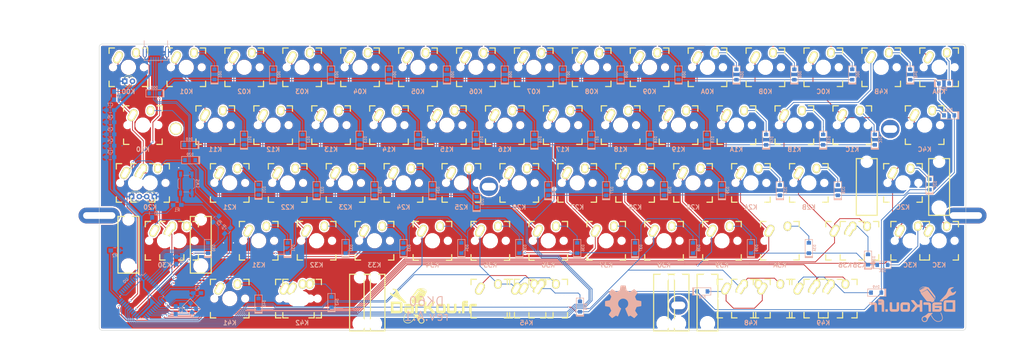
<source format=kicad_pcb>
(kicad_pcb (version 4) (host pcbnew 4.0.5+dfsg1-4)
  (title_block (title "MX/Alps HHKB") (date 2017-05-22) (rev A.1) (company DarKou))
  (layers (0 F.Cu signal) (31 B.Cu signal) (34 B.Paste user) (35 F.Paste user) (36 B.SilkS user) (37 F.SilkS user) (38 B.Mask user) (39 F.Mask user) (44 Edge.Cuts user))
  (net 0 "")
  (net 1 "Net-(C1-Pad1)")
  (net 2 GND)
  (net 3 "Net-(C2-Pad1)")
  (net 4 VCC)
  (net 5 "Net-(C8-Pad1)")
  (net 6 "Net-(D1-Pad2)")
  (net 7 /Row0)
  (net 8 "Net-(D2-Pad2)")
  (net 9 "Net-(D3-Pad2)")
  (net 10 "Net-(D4-Pad2)")
  (net 11 "Net-(D5-Pad2)")
  (net 12 "Net-(D6-Pad2)")
  (net 13 "Net-(D7-Pad2)")
  (net 14 "Net-(D8-Pad2)")
  (net 15 "Net-(D9-Pad2)")
  (net 16 "Net-(D10-Pad2)")
  (net 17 "Net-(D11-Pad2)")
  (net 18 "Net-(D12-Pad2)")
  (net 19 "Net-(D13-Pad2)")
  (net 20 "Net-(D14-Pad2)")
  (net 21 /Row1)
  (net 22 "Net-(D15-Pad2)")
  (net 23 "Net-(D16-Pad2)")
  (net 24 "Net-(D17-Pad2)")
  (net 25 "Net-(D18-Pad2)")
  (net 26 "Net-(D19-Pad2)")
  (net 27 "Net-(D20-Pad2)")
  (net 28 "Net-(D21-Pad2)")
  (net 29 "Net-(D22-Pad2)")
  (net 30 "Net-(D23-Pad2)")
  (net 31 "Net-(D24-Pad2)")
  (net 32 "Net-(D25-Pad2)")
  (net 33 "Net-(D26-Pad2)")
  (net 34 "Net-(D27-Pad2)")
  (net 35 /Row2)
  (net 36 "Net-(D28-Pad2)")
  (net 37 "Net-(D29-Pad2)")
  (net 38 "Net-(D30-Pad2)")
  (net 39 "Net-(D31-Pad2)")
  (net 40 "Net-(D32-Pad2)")
  (net 41 "Net-(D33-Pad2)")
  (net 42 "Net-(D34-Pad2)")
  (net 43 "Net-(D35-Pad2)")
  (net 44 "Net-(D36-Pad2)")
  (net 45 "Net-(D37-Pad2)")
  (net 46 "Net-(D38-Pad2)")
  (net 47 "Net-(D39-Pad2)")
  (net 48 "Net-(D40-Pad2)")
  (net 49 /Row3)
  (net 50 "Net-(D41-Pad2)")
  (net 51 "Net-(D42-Pad2)")
  (net 52 "Net-(D43-Pad2)")
  (net 53 "Net-(D44-Pad2)")
  (net 54 "Net-(D45-Pad2)")
  (net 55 "Net-(D46-Pad2)")
  (net 56 "Net-(D47-Pad2)")
  (net 57 "Net-(D48-Pad2)")
  (net 58 "Net-(D49-Pad2)")
  (net 59 "Net-(D50-Pad2)")
  (net 60 "Net-(D51-Pad2)")
  (net 61 "Net-(D52-Pad2)")
  (net 62 "Net-(D53-Pad2)")
  (net 63 /Row4)
  (net 64 "Net-(D54-Pad2)")
  (net 65 "Net-(D55-Pad2)")
  (net 66 "Net-(D56-Pad2)")
  (net 67 "Net-(D57-Pad2)")
  (net 68 "Net-(D58-Pad2)")
  (net 69 "Net-(D59-Pad2)")
  (net 70 "Net-(D60-Pad2)")
  (net 71 "Net-(J1-Pad2)")
  (net 72 "Net-(J1-Pad3)")
  (net 73 "Net-(J1-Pad4)")
  (net 74 /Col0)
  (net 75 /Col1)
  (net 76 /Col2)
  (net 77 /Col3)
  (net 78 /Col4)
  (net 79 /Col5)
  (net 80 /Col6)
  (net 81 /Col7)
  (net 82 /Col8)
  (net 83 /Col9)
  (net 84 /Col10)
  (net 85 /Col11)
  (net 86 /Col12)
  (net 87 "Net-(R1-Pad2)")
  (net 88 "Net-(R2-Pad1)")
  (net 89 "Net-(R3-Pad1)")
  (net 90 "Net-(R4-Pad2)")
  (net 91 "Net-(U0-Pad35)")
  (net 92 "Net-(U0-Pad36)")
  (net 93 "Net-(U0-Pad37)")
  (net 94 "Net-(U0-Pad38)")
  (net 95 "Net-(U0-Pad39)")
  (net 96 "Net-(U0-Pad42)")
  (net 97 "Net-(U0-Pad43)")
  (net 98 "Net-(LD0-Pad2)")
  (net 99 "Net-(LD1-Pad2)")
  (net 100 /ESC_LED)
  (net 101 /CAPS_LED)
  (net 102 "Net-(U0-Pad40)")
  (module Footprint:MXST (layer F.Cu) (at 100.0125 164.30625)
    (fp_text reference MXST hide)
    (fp_text value VAL** hide)
    (pad "" np_thru_hole circle (at 0 -6.985) (size 3.048 3.048) (drill 3.048) (layers *.Cu *.Mask))
    (pad "" np_thru_hole circle (at 0 8.255) (size 3.9802 3.9802) (drill 3.9802) (layers *.Cu *.Mask))
  )
  (module Footprint:MXST (layer F.Cu) (at 76.2 164.30625)
    (fp_text reference MXST hide)
    (fp_text value VAL** hide)
    (pad "" np_thru_hole circle (at 0 -6.985) (size 3.048 3.048) (drill 3.048) (layers *.Cu *.Mask))
    (pad "" np_thru_hole circle (at 0 8.255) (size 3.9802 3.9802) (drill 3.9802) (layers *.Cu *.Mask))
  )
  (module Housings_QFP:TQFP-44_10x10mm_Pitch0.8mm (layer B.Cu) (at 80.6 182.7 225)
    (fp_text reference U0 (at 0 7.450001 225) (layer B.SilkS) (effects (justify mirror)))
    (fp_text value ATMEGA32U4)
    (pad 1 smd rect (at -5.7 4 225) (size 1.5 0.55) (layers B.Cu B.Paste B.Mask) (net 101 /CAPS_LED))
    (pad 2 smd rect (at -5.7 3.2 225) (size 1.5 0.55) (layers B.Cu B.Paste B.Mask) (net 4 VCC))
    (pad 3 smd rect (at -5.7 2.4 225) (size 1.5 0.55) (layers B.Cu B.Paste B.Mask) (net 89 "Net-(R3-Pad1)"))
    (pad 4 smd rect (at -5.7 1.6 225) (size 1.5 0.55) (layers B.Cu B.Paste B.Mask) (net 90 "Net-(R4-Pad2)"))
    (pad 5 smd rect (at -5.7 0.8 225) (size 1.5 0.55) (layers B.Cu B.Paste B.Mask) (net 2 GND))
    (pad 6 smd rect (at -5.7 0 225) (size 1.5 0.55) (layers B.Cu B.Paste B.Mask) (net 5 "Net-(C8-Pad1)"))
    (pad 7 smd rect (at -5.7 -0.8 225) (size 1.5 0.55) (layers B.Cu B.Paste B.Mask) (net 4 VCC))
    (pad 8 smd rect (at -5.7 -1.6 225) (size 1.5 0.55) (layers B.Cu B.Paste B.Mask) (net 74 /Col0))
    (pad 9 smd rect (at -5.7 -2.4 225) (size 1.5 0.55) (layers B.Cu B.Paste B.Mask) (net 77 /Col3))
    (pad 10 smd rect (at -5.7 -3.2 225) (size 1.5 0.55) (layers B.Cu B.Paste B.Mask) (net 76 /Col2))
    (pad 11 smd rect (at -5.7 -4 225) (size 1.5 0.55) (layers B.Cu B.Paste B.Mask) (net 75 /Col1))
    (pad 12 smd rect (at -4 -5.7 135) (size 1.5 0.55) (layers B.Cu B.Paste B.Mask) (net 81 /Col7))
    (pad 13 smd rect (at -3.2 -5.7 135) (size 1.5 0.55) (layers B.Cu B.Paste B.Mask) (net 87 "Net-(R1-Pad2)"))
    (pad 14 smd rect (at -2.4 -5.7 135) (size 1.5 0.55) (layers B.Cu B.Paste B.Mask) (net 4 VCC))
    (pad 15 smd rect (at -1.6 -5.7 135) (size 1.5 0.55) (layers B.Cu B.Paste B.Mask) (net 2 GND))
    (pad 16 smd rect (at -0.8 -5.7 135) (size 1.5 0.55) (layers B.Cu B.Paste B.Mask) (net 1 "Net-(C1-Pad1)"))
    (pad 17 smd rect (at 0 -5.7 135) (size 1.5 0.55) (layers B.Cu B.Paste B.Mask) (net 3 "Net-(C2-Pad1)"))
    (pad 18 smd rect (at 0.8 -5.7 135) (size 1.5 0.55) (layers B.Cu B.Paste B.Mask) (net 84 /Col10))
    (pad 19 smd rect (at 1.6 -5.7 135) (size 1.5 0.55) (layers B.Cu B.Paste B.Mask) (net 85 /Col11))
    (pad 20 smd rect (at 2.4 -5.7 135) (size 1.5 0.55) (layers B.Cu B.Paste B.Mask) (net 86 /Col12))
    (pad 21 smd rect (at 3.2 -5.7 135) (size 1.5 0.55) (layers B.Cu B.Paste B.Mask) (net 78 /Col4))
    (pad 22 smd rect (at 4 -5.7 135) (size 1.5 0.55) (layers B.Cu B.Paste B.Mask) (net 79 /Col5))
    (pad 23 smd rect (at 5.7 -4 225) (size 1.5 0.55) (layers B.Cu B.Paste B.Mask) (net 2 GND))
    (pad 24 smd rect (at 5.7 -3.2 225) (size 1.5 0.55) (layers B.Cu B.Paste B.Mask) (net 4 VCC))
    (pad 25 smd rect (at 5.7 -2.4 225) (size 1.5 0.55) (layers B.Cu B.Paste B.Mask) (net 63 /Row4))
    (pad 26 smd rect (at 5.7 -1.6 225) (size 1.5 0.55) (layers B.Cu B.Paste B.Mask) (net 49 /Row3))
    (pad 27 smd rect (at 5.7 -0.8 225) (size 1.5 0.55) (layers B.Cu B.Paste B.Mask) (net 35 /Row2))
    (pad 28 smd rect (at 5.7 0 225) (size 1.5 0.55) (layers B.Cu B.Paste B.Mask) (net 21 /Row1))
    (pad 29 smd rect (at 5.7 0.8 225) (size 1.5 0.55) (layers B.Cu B.Paste B.Mask) (net 80 /Col6))
    (pad 30 smd rect (at 5.7 1.6 225) (size 1.5 0.55) (layers B.Cu B.Paste B.Mask) (net 7 /Row0))
    (pad 31 smd rect (at 5.7 2.4 225) (size 1.5 0.55) (layers B.Cu B.Paste B.Mask) (net 82 /Col8))
    (pad 32 smd rect (at 5.7 3.2 225) (size 1.5 0.55) (layers B.Cu B.Paste B.Mask) (net 83 /Col9))
    (pad 33 smd rect (at 5.7 4 225) (size 1.5 0.55) (layers B.Cu B.Paste B.Mask) (net 88 "Net-(R2-Pad1)"))
    (pad 34 smd rect (at 4 5.7 135) (size 1.5 0.55) (layers B.Cu B.Paste B.Mask) (net 4 VCC))
    (pad 35 smd rect (at 3.2 5.7 135) (size 1.5 0.55) (layers B.Cu B.Paste B.Mask) (net 91 "Net-(U0-Pad35)"))
    (pad 36 smd rect (at 2.4 5.7 135) (size 1.5 0.55) (layers B.Cu B.Paste B.Mask) (net 92 "Net-(U0-Pad36)"))
    (pad 37 smd rect (at 1.6 5.7 135) (size 1.5 0.55) (layers B.Cu B.Paste B.Mask) (net 93 "Net-(U0-Pad37)"))
    (pad 38 smd rect (at 0.8 5.7 135) (size 1.5 0.55) (layers B.Cu B.Paste B.Mask) (net 94 "Net-(U0-Pad38)"))
    (pad 39 smd rect (at 0 5.7 135) (size 1.5 0.55) (layers B.Cu B.Paste B.Mask) (net 95 "Net-(U0-Pad39)"))
    (pad 40 smd rect (at -0.8 5.7 135) (size 1.5 0.55) (layers B.Cu B.Paste B.Mask) (net 102 "Net-(U0-Pad40)"))
    (pad 41 smd rect (at -1.6 5.7 135) (size 1.5 0.55) (layers B.Cu B.Paste B.Mask) (net 100 /ESC_LED))
    (pad 42 smd rect (at -2.4 5.7 135) (size 1.5 0.55) (layers B.Cu B.Paste B.Mask) (net 96 "Net-(U0-Pad42)"))
    (pad 43 smd rect (at -3.2 5.7 135) (size 1.5 0.55) (layers B.Cu B.Paste B.Mask) (net 97 "Net-(U0-Pad43)"))
    (pad 44 smd rect (at -4 5.7 135) (size 1.5 0.55) (layers B.Cu B.Paste B.Mask) (net 4 VCC))
  )
  (module Capacitors_SMD:C_0805_HandSoldering (layer B.Cu) (at 98.8 181.55 180)
    (fp_text reference C1 (at 0 1.75 180) (layer B.SilkS) (effects (justify mirror)))
    (fp_text value 22p)
    (pad 1 smd rect (at -1.25 0 180) (size 1.5 1.25) (layers B.Cu B.Paste B.Mask) (net 1 "Net-(C1-Pad1)"))
    (pad 2 smd rect (at 1.25 0 180) (size 1.5 1.25) (layers B.Cu B.Paste B.Mask) (net 2 GND))
  )
  (module Capacitors_SMD:C_0805_HandSoldering (layer B.Cu) (at 91.75 187.2 90)
    (fp_text reference C2 (at 0 1.75 90) (layer B.SilkS) (effects (justify mirror)))
    (fp_text value 22p)
    (pad 1 smd rect (at -1.25 0 90) (size 1.5 1.25) (layers B.Cu B.Paste B.Mask) (net 3 "Net-(C2-Pad1)"))
    (pad 2 smd rect (at 1.25 0 90) (size 1.5 1.25) (layers B.Cu B.Paste B.Mask) (net 2 GND))
  )
  (module Capacitors_SMD:C_0805_HandSoldering (layer B.Cu) (at 70.25 136.75 180)
    (fp_text reference C3 (at 0 1.75 180) (layer B.SilkS) (effects (justify mirror)))
    (fp_text value 0.1u hide)
    (pad 1 smd rect (at -1.25 0 180) (size 1.5 1.25) (layers B.Cu B.Paste B.Mask) (net 4 VCC))
    (pad 2 smd rect (at 1.25 0 180) (size 1.5 1.25) (layers B.Cu B.Paste B.Mask) (net 2 GND))
  )
  (module Capacitors_SMD:C_0805_HandSoldering (layer B.Cu) (at 70.25 133 180)
    (fp_text reference C4 (at 0 1.75 180) (layer B.SilkS) (effects (justify mirror)))
    (fp_text value 0.1u hide)
    (pad 1 smd rect (at -1.25 0 180) (size 1.5 1.25) (layers B.Cu B.Paste B.Mask) (net 4 VCC))
    (pad 2 smd rect (at 1.25 0 180) (size 1.5 1.25) (layers B.Cu B.Paste B.Mask) (net 2 GND))
  )
  (module Capacitors_SMD:C_0805_HandSoldering (layer B.Cu) (at 70.25 129.25 180)
    (fp_text reference C5 (at 0 1.75 180) (layer B.SilkS) (effects (justify mirror)))
    (fp_text value 0.1u hide)
    (pad 1 smd rect (at -1.25 0 180) (size 1.5 1.25) (layers B.Cu B.Paste B.Mask) (net 4 VCC))
    (pad 2 smd rect (at 1.25 0 180) (size 1.5 1.25) (layers B.Cu B.Paste B.Mask) (net 2 GND))
  )
  (module Capacitors_SMD:C_0805_HandSoldering (layer B.Cu) (at 70.25 125.25 180)
    (fp_text reference C6 (at 0 1.75 180) (layer B.SilkS) (effects (justify mirror)))
    (fp_text value 0.1u hide)
    (pad 1 smd rect (at -1.25 0 180) (size 1.5 1.25) (layers B.Cu B.Paste B.Mask) (net 4 VCC))
    (pad 2 smd rect (at 1.25 0 180) (size 1.5 1.25) (layers B.Cu B.Paste B.Mask) (net 2 GND))
  )
  (module Capacitors_SMD:C_0805_HandSoldering (layer B.Cu) (at 70.25 121.25 180)
    (fp_text reference C7 (at 0 1.75 180) (layer B.SilkS) (effects (justify mirror)))
    (fp_text value 4.7u hide)
    (pad 1 smd rect (at -1.25 0 180) (size 1.5 1.25) (layers B.Cu B.Paste B.Mask) (net 4 VCC))
    (pad 2 smd rect (at 1.25 0 180) (size 1.5 1.25) (layers B.Cu B.Paste B.Mask) (net 2 GND))
  )
  (module Capacitors_SMD:C_0805_HandSoldering (layer B.Cu) (at 92 170.75 90)
    (fp_text reference C8 (at 0 1.75 90) (layer B.SilkS) (effects (justify mirror)))
    (fp_text value 1u)
    (pad 1 smd rect (at -1.25 0 90) (size 1.5 1.25) (layers B.Cu B.Paste B.Mask) (net 5 "Net-(C8-Pad1)"))
    (pad 2 smd rect (at 1.25 0 90) (size 1.5 1.25) (layers B.Cu B.Paste B.Mask) (net 2 GND))
  )
  (module Resistors_SMD:R_0805_HandSoldering (layer B.Cu) (at 92.25 152.5)
    (fp_text reference R1 (at 0 1.7) (layer B.SilkS) (effects (justify mirror)))
    (fp_text value 10K)
    (pad 1 smd rect (at -1.35 0) (size 1.5 1.3) (layers B.Cu B.Paste B.Mask) (net 4 VCC))
    (pad 2 smd rect (at 1.35 0) (size 1.5 1.3) (layers B.Cu B.Paste B.Mask) (net 87 "Net-(R1-Pad2)"))
  )
  (module Resistors_SMD:R_0805_HandSoldering (layer B.Cu) (at 71.75 167.5)
    (fp_text reference R2 (at 0 1.700001) (layer B.SilkS) (effects (justify mirror)))
    (fp_text value 10K)
    (pad 1 smd rect (at -1.35 0) (size 1.5 1.3) (layers B.Cu B.Paste B.Mask) (net 88 "Net-(R2-Pad1)"))
    (pad 2 smd rect (at 1.35 0) (size 1.5 1.3) (layers B.Cu B.Paste B.Mask) (net 2 GND))
  )
  (module Resistors_SMD:R_0805_HandSoldering (layer B.Cu) (at 105 157.2 45)
    (fp_text reference R3 (at 0 1.7 45) (layer B.SilkS) (effects (justify mirror)))
    (fp_text value 22)
    (pad 1 smd rect (at -1.35 0 45) (size 1.5 1.3) (layers B.Cu B.Paste B.Mask) (net 89 "Net-(R3-Pad1)"))
    (pad 2 smd rect (at 1.35 0 45) (size 1.5 1.3) (layers B.Cu B.Paste B.Mask) (net 71 "Net-(J1-Pad2)"))
  )
  (module Resistors_SMD:R_0805_HandSoldering (layer B.Cu) (at 108.8 161 225)
    (fp_text reference R4 (at 0 1.7 225) (layer B.SilkS) (effects (justify mirror)))
    (fp_text value 22)
    (pad 1 smd rect (at -1.35 0 225) (size 1.5 1.3) (layers B.Cu B.Paste B.Mask) (net 72 "Net-(J1-Pad3)"))
    (pad 2 smd rect (at 1.35 0 225) (size 1.5 1.3) (layers B.Cu B.Paste B.Mask) (net 90 "Net-(R4-Pad2)"))
  )
  (module Buttons_Switches_SMD:SW_SPST_TL3342 (layer B.Cu) (at 95.25 145.5 90)
    (fp_text reference SW1 (at 0 3.75 90) (layer B.SilkS) (effects (justify mirror)))
    (fp_text value SW_PUSH)
    (pad 1 smd rect (at -3.15 1.9 90) (size 1.7 1) (layers B.Cu B.Paste B.Mask) (net 2 GND))
    (pad 1 smd rect (at 3.15 1.9 90) (size 1.7 1) (layers B.Cu B.Paste B.Mask) (net 2 GND))
    (pad 2 smd rect (at -3.15 -1.9 90) (size 1.7 1) (layers B.Cu B.Paste B.Mask) (net 87 "Net-(R1-Pad2)"))
    (pad 2 smd rect (at 3.15 -1.9 90) (size 1.7 1) (layers B.Cu B.Paste B.Mask) (net 87 "Net-(R1-Pad2)"))
  )
  (module Footprint:Poker_side_edge_long (layer F.Cu) (at 66.6 156)
    (fp_text reference Poker_side_edge_long hide)
    (fp_text value VAL** hide)
    (pad "" thru_hole oval (at 0 0) (size 13.6 5.2) (drill oval 10.6 2.2) (layers *.Cu *.Mask))
  )
  (module Footprint:Poker_side_edge_long (layer F.Cu) (at 351.7 156)
    (fp_text reference Poker_side_edge_long hide)
    (fp_text value VAL** hide)
    (pad "" thru_hole oval (at 0 0) (size 13.6 5.2) (drill oval 10.6 2.2) (layers *.Cu *.Mask))
  )
  (module Footprint:HOLE_M3 (layer F.Cu) (at 91.8 127.4)
    (fp_text reference HOLE_M3 hide)
    (fp_text value VAL** hide)
    (pad 1 thru_hole circle (at 0 0) (size 4 4) (drill 3.2) (layers *.Cu *.Mask F.SilkS))
  )
  (module Footprint:Poker_oval_hole (layer F.Cu) (at 326.8 127.5)
    (fp_text reference Poker_oval_hole hide)
    (fp_text value VAL** hide)
    (pad "" thru_hole circle (at 0 0) (size 6.1 6.1) (drill oval 4.6 2.5) (layers *.Cu *.Mask))
  )
  (module Footprint:Poker_oval_hole (layer F.Cu) (at 257.1 185.6)
    (fp_text reference Poker_oval_hole hide)
    (fp_text value VAL** hide)
    (pad "" thru_hole circle (at 0 0) (size 6.1 6.1) (drill oval 4.6 2.5) (layers *.Cu *.Mask))
  )
  (module Footprint:Poker_oval_hole (layer F.Cu) (at 194.8 146.5)
    (fp_text reference Poker_oval_hole hide)
    (fp_text value VAL** hide)
    (pad "" thru_hole circle (at 0 0) (size 6.1 6.1) (drill oval 4.6 2.5) (layers *.Cu *.Mask))
  )
  (module Footprint:OPEN-HARDWARE (layer B.Cu) (at 239 184.5 180)
    (fp_text reference G*** hide)
    (fp_text value LOGO hide)
  )
  (module Footprint:darkou (layer B.Cu) (at 334.25 185.25 180)
    (fp_text reference G*** hide)
    (fp_text value LOGO hide)
  )
  (module Footprint:darkou (layer F.Cu) (at 176.5 185.75)
    (fp_text reference G*** hide)
    (fp_text value LOGO hide)
  )
  (module Footprint:FA-238 (layer B.Cu) (at 96.9 186.4 315)
    (fp_text reference X1 hide)
    (fp_text value XTAL_GND hide)
    (pad 3 smd rect (at -1.1 0.8 315) (size 1.4 1.2) (drill (offset -0.1 0.05)) (layers B.Cu B.Paste B.Mask) (net 2 GND) (clearance 0.2))
    (pad 2 smd rect (at 1.1 0.8 315) (size 1.4 1.2) (drill (offset 0.1 0.05)) (layers B.Cu B.Paste B.Mask) (net 3 "Net-(C2-Pad1)") (clearance 0.2))
    (pad 1 smd rect (at -1.1 -0.8 315) (size 1.4 1.2) (drill (offset -0.1 -0.05)) (layers B.Cu B.Paste B.Mask) (net 1 "Net-(C1-Pad1)") (clearance 0.2))
    (pad 3 smd rect (at 1.1 -0.8 315) (size 1.4 1.2) (drill (offset 0.1 -0.05)) (layers B.Cu B.Paste B.Mask) (net 2 GND) (clearance 0.2))
  )
  (module LEDs:LED_D3.0mm (layer F.Cu) (at 75 111.75)
    (fp_text reference LD0 hide)
    (fp_text value ESC_LED hide)
    (pad 1 thru_hole rect (at 0 0) (size 1.8 1.8) (drill 0.9) (layers *.Cu *.Mask) (net 2 GND))
    (pad 2 thru_hole circle (at 2.54 0) (size 1.8 1.8) (drill 0.9) (layers *.Cu *.Mask) (net 98 "Net-(LD0-Pad2)"))
  )
  (module LEDs:LED_D3.0mm (layer F.Cu) (at 77.25 149.75)
    (fp_text reference LD1 hide)
    (fp_text value CAPS_LED hide)
    (pad 1 thru_hole rect (at 0 0) (size 1.8 1.8) (drill 0.9) (layers *.Cu *.Mask) (net 2 GND))
    (pad 2 thru_hole circle (at 2.54 0) (size 1.8 1.8) (drill 0.9) (layers *.Cu *.Mask) (net 99 "Net-(LD1-Pad2)"))
  )
  (module Resistors_SMD:R_0805_HandSoldering (layer B.Cu) (at 71.5 116.5 90)
    (fp_text reference R5 (at 0 1.7 90) (layer B.SilkS) (effects (justify mirror)))
    (fp_text value R)
    (pad 1 smd rect (at -1.35 0 90) (size 1.5 1.3) (layers B.Cu B.Paste B.Mask) (net 100 /ESC_LED))
    (pad 2 smd rect (at 1.35 0 90) (size 1.5 1.3) (layers B.Cu B.Paste B.Mask) (net 98 "Net-(LD0-Pad2)"))
  )
  (module Resistors_SMD:R_0805_HandSoldering (layer B.Cu) (at 84 155.25 90)
    (fp_text reference R6 (at 0 1.7 90) (layer B.SilkS) (effects (justify mirror)))
    (fp_text value R)
    (pad 1 smd rect (at -1.35 0 90) (size 1.5 1.3) (layers B.Cu B.Paste B.Mask) (net 101 /CAPS_LED))
    (pad 2 smd rect (at 1.35 0 90) (size 1.5 1.3) (layers B.Cu B.Paste B.Mask) (net 99 "Net-(LD1-Pad2)"))
  )
  (module LEDs:LED_D3.0mm (layer F.Cu) (at 84.75 149.75 180)
    (fp_text reference LD2 hide)
    (fp_text value CAPS_LED hide)
    (pad 1 thru_hole rect (at 0 0 180) (size 1.8 1.8) (drill 0.9) (layers *.Cu *.Mask) (net 2 GND))
    (pad 2 thru_hole circle (at 2.54 0 180) (size 1.8 1.8) (drill 0.9) (layers *.Cu *.Mask) (net 99 "Net-(LD1-Pad2)"))
  )
  (module Footprint:Mx_Alps_175_STEPPED (layer F.Cu) (at 78.58125 145.25625)
    (fp_text reference K61 hide)
    (fp_text value Ctrl hide)
    (pad HOLE np_thru_hole circle (at 0 0) (size 3.9878 3.9878) (drill 3.9878) (layers *.Cu))
    (pad HOLE np_thru_hole circle (at -5.08 0) (size 1.7018 1.7018) (drill 1.7018) (layers *.Cu))
    (pad HOLE np_thru_hole circle (at 5.08 0) (size 1.7018 1.7018) (drill 1.7018) (layers *.Cu))
    (pad 1 thru_hole oval (at -3.405 -3.27 330.95) (size 2.5 4.17) (drill oval 1.5 3.17) (layers *.Cu *.Mask F.SilkS) (net 34 "Net-(D27-Pad2)"))
    (pad 2 thru_hole oval (at 2.52 -4.79 356.1) (size 2.5 3.08) (drill oval 1.5 2.08) (layers *.Cu *.Mask F.SilkS) (net 74 /Col0))
  )
  (module Footprint:USB_miniB_hirose_5S8 (layer B.Cu) (at 85.25 104.5)
    (fp_text reference J1 hide)
    (fp_text value USB_mini_micro_B hide)
    (pad 1 smd rect (at -1.6 0) (size 0.5 1.4) (layers B.Cu B.Paste B.Mask) (net 4 VCC))
    (pad 2 smd rect (at -0.8 0) (size 0.5 1.4) (layers B.Cu B.Paste B.Mask) (net 71 "Net-(J1-Pad2)"))
    (pad 3 smd rect (at 0 0) (size 0.5 1.4) (layers B.Cu B.Paste B.Mask) (net 72 "Net-(J1-Pad3)"))
    (pad 4 smd rect (at 0.8 0) (size 0.5 1.4) (layers B.Cu B.Paste B.Mask) (net 73 "Net-(J1-Pad4)"))
    (pad 5 smd rect (at 1.6 0) (size 0.5 1.4) (layers B.Cu B.Paste B.Mask) (net 2 GND))
    (pad 6 thru_hole oval (at -3.65 -2.4) (size 1.3 3.8) (drill oval 0.7 3.2) (layers *.Cu *.Mask B.Paste) (net 2 GND))
    (pad 6 thru_hole oval (at 3.65 -2.4) (size 1.3 3.8) (drill oval 0.7 3.2) (layers *.Cu *.Mask B.Paste) (net 2 GND))
  )
  (module Footprint:Mx_Alps_100 (layer F.Cu) (at 300.0375 183.35625)
    (fp_text reference K68 hide)
    (fp_text value R_GUI hide)
    (pad HOLE np_thru_hole circle (at 0 0) (size 3.9878 3.9878) (drill 3.9878) (layers *.Cu))
    (pad HOLE np_thru_hole circle (at -5.08 0) (size 1.7018 1.7018) (drill 1.7018) (layers *.Cu))
    (pad HOLE np_thru_hole circle (at 5.08 0) (size 1.7018 1.7018) (drill 1.7018) (layers *.Cu))
    (pad 1 thru_hole oval (at -3.405 -3.27 330.95) (size 2.5 4.17) (drill oval 1.5 3.17) (layers *.Cu *.Mask F.SilkS) (net 67 "Net-(D57-Pad2)"))
    (pad 2 thru_hole oval (at 2.52 -4.79 356.1) (size 2.5 3.08) (drill oval 1.5 2.08) (layers *.Cu *.Mask F.SilkS) (net 83 /Col9))
  )
  (module Footprint:Mx_Alps_100 (layer F.Cu) (at 309.5625 183.35625)
    (fp_text reference K67 hide)
    (fp_text value R_GUI hide)
    (pad HOLE np_thru_hole circle (at 0 0) (size 3.9878 3.9878) (drill 3.9878) (layers *.Cu))
    (pad HOLE np_thru_hole circle (at -5.08 0) (size 1.7018 1.7018) (drill 1.7018) (layers *.Cu))
    (pad HOLE np_thru_hole circle (at 5.08 0) (size 1.7018 1.7018) (drill 1.7018) (layers *.Cu))
    (pad 1 thru_hole oval (at -3.405 -3.27 330.95) (size 2.5 4.17) (drill oval 1.5 3.17) (layers *.Cu *.Mask F.SilkS) (net 67 "Net-(D57-Pad2)"))
    (pad 2 thru_hole oval (at 2.52 -4.79 356.1) (size 2.5 3.08) (drill oval 1.5 2.08) (layers *.Cu *.Mask F.SilkS) (net 83 /Col9))
  )
  (module Footprint:Mx_Alps_100 (layer F.Cu) (at 323.85 107.15625)
    (fp_text reference K59 hide)
    (fp_text value K4B (at 0 8) (layer B.SilkS) (effects (font (thickness 0.3048)) (justify mirror)))
    (pad HOLE np_thru_hole circle (at 0 0) (size 3.9878 3.9878) (drill 3.9878) (layers *.Cu))
    (pad HOLE np_thru_hole circle (at -5.08 0) (size 1.7018 1.7018) (drill 1.7018) (layers *.Cu))
    (pad HOLE np_thru_hole circle (at 5.08 0) (size 1.7018 1.7018) (drill 1.7018) (layers *.Cu))
    (pad 1 thru_hole oval (at -3.405 -3.27 330.95) (size 2.5 4.17) (drill oval 1.5 3.17) (layers *.Cu *.Mask F.SilkS) (net 85 /Col11))
    (pad 2 thru_hole oval (at 2.52 -4.79 356.1) (size 2.5 3.08) (drill oval 1.5 2.08) (layers *.Cu *.Mask F.SilkS) (net 69 "Net-(D59-Pad2)"))
  )
  (module Footprint:Mx_Alps_100 (layer F.Cu) (at 76.2 107.15625)
    (fp_text reference K1 hide)
    (fp_text value K00 (at 0 8) (layer B.SilkS) (effects (font (thickness 0.3048)) (justify mirror)))
    (pad HOLE np_thru_hole circle (at 0 0) (size 3.9878 3.9878) (drill 3.9878) (layers *.Cu))
    (pad HOLE np_thru_hole circle (at -5.08 0) (size 1.7018 1.7018) (drill 1.7018) (layers *.Cu))
    (pad HOLE np_thru_hole circle (at 5.08 0) (size 1.7018 1.7018) (drill 1.7018) (layers *.Cu))
    (pad 1 thru_hole oval (at -3.405 -3.27 330.95) (size 2.5 4.17) (drill oval 1.5 3.17) (layers *.Cu *.Mask F.SilkS) (net 74 /Col0))
    (pad 2 thru_hole oval (at 2.52 -4.79 356.1) (size 2.5 3.08) (drill oval 1.5 2.08) (layers *.Cu *.Mask F.SilkS) (net 6 "Net-(D1-Pad2)"))
  )
  (module Footprint:Mx_Alps_100 (layer F.Cu) (at 114.3 107.15625)
    (fp_text reference K3 hide)
    (fp_text value K02 (at 0 8) (layer B.SilkS) (effects (font (thickness 0.3048)) (justify mirror)))
    (pad HOLE np_thru_hole circle (at 0 0) (size 3.9878 3.9878) (drill 3.9878) (layers *.Cu))
    (pad HOLE np_thru_hole circle (at -5.08 0) (size 1.7018 1.7018) (drill 1.7018) (layers *.Cu))
    (pad HOLE np_thru_hole circle (at 5.08 0) (size 1.7018 1.7018) (drill 1.7018) (layers *.Cu))
    (pad 1 thru_hole oval (at -3.405 -3.27 330.95) (size 2.5 4.17) (drill oval 1.5 3.17) (layers *.Cu *.Mask F.SilkS) (net 76 /Col2))
    (pad 2 thru_hole oval (at 2.52 -4.79 356.1) (size 2.5 3.08) (drill oval 1.5 2.08) (layers *.Cu *.Mask F.SilkS) (net 9 "Net-(D3-Pad2)"))
  )
  (module Footprint:Mx_Alps_100 (layer F.Cu) (at 133.35 107.15625)
    (fp_text reference K4 hide)
    (fp_text value K03 (at 0 8) (layer B.SilkS) (effects (font (thickness 0.3048)) (justify mirror)))
    (pad HOLE np_thru_hole circle (at 0 0) (size 3.9878 3.9878) (drill 3.9878) (layers *.Cu))
    (pad HOLE np_thru_hole circle (at -5.08 0) (size 1.7018 1.7018) (drill 1.7018) (layers *.Cu))
    (pad HOLE np_thru_hole circle (at 5.08 0) (size 1.7018 1.7018) (drill 1.7018) (layers *.Cu))
    (pad 1 thru_hole oval (at -3.405 -3.27 330.95) (size 2.5 4.17) (drill oval 1.5 3.17) (layers *.Cu *.Mask F.SilkS) (net 77 /Col3))
    (pad 2 thru_hole oval (at 2.52 -4.79 356.1) (size 2.5 3.08) (drill oval 1.5 2.08) (layers *.Cu *.Mask F.SilkS) (net 10 "Net-(D4-Pad2)"))
  )
  (module Footprint:Mx_Alps_100 (layer F.Cu) (at 152.4 107.15625)
    (fp_text reference K5 hide)
    (fp_text value K04 (at 0 8) (layer B.SilkS) (effects (font (thickness 0.3048)) (justify mirror)))
    (pad HOLE np_thru_hole circle (at 0 0) (size 3.9878 3.9878) (drill 3.9878) (layers *.Cu))
    (pad HOLE np_thru_hole circle (at -5.08 0) (size 1.7018 1.7018) (drill 1.7018) (layers *.Cu))
    (pad HOLE np_thru_hole circle (at 5.08 0) (size 1.7018 1.7018) (drill 1.7018) (layers *.Cu))
    (pad 1 thru_hole oval (at -3.405 -3.27 330.95) (size 2.5 4.17) (drill oval 1.5 3.17) (layers *.Cu *.Mask F.SilkS) (net 78 /Col4))
    (pad 2 thru_hole oval (at 2.52 -4.79 356.1) (size 2.5 3.08) (drill oval 1.5 2.08) (layers *.Cu *.Mask F.SilkS) (net 11 "Net-(D5-Pad2)"))
  )
  (module Footprint:Mx_Alps_100 (layer F.Cu) (at 171.45 107.15625)
    (fp_text reference K6 hide)
    (fp_text value K05 (at 0 8) (layer B.SilkS) (effects (font (thickness 0.3048)) (justify mirror)))
    (pad HOLE np_thru_hole circle (at 0 0) (size 3.9878 3.9878) (drill 3.9878) (layers *.Cu))
    (pad HOLE np_thru_hole circle (at -5.08 0) (size 1.7018 1.7018) (drill 1.7018) (layers *.Cu))
    (pad HOLE np_thru_hole circle (at 5.08 0) (size 1.7018 1.7018) (drill 1.7018) (layers *.Cu))
    (pad 1 thru_hole oval (at -3.405 -3.27 330.95) (size 2.5 4.17) (drill oval 1.5 3.17) (layers *.Cu *.Mask F.SilkS) (net 79 /Col5))
    (pad 2 thru_hole oval (at 2.52 -4.79 356.1) (size 2.5 3.08) (drill oval 1.5 2.08) (layers *.Cu *.Mask F.SilkS) (net 12 "Net-(D6-Pad2)"))
  )
  (module Footprint:Mx_Alps_100 (layer F.Cu) (at 190.5 107.15625)
    (fp_text reference K7 hide)
    (fp_text value K06 (at 0 8) (layer B.SilkS) (effects (font (thickness 0.3048)) (justify mirror)))
    (pad HOLE np_thru_hole circle (at 0 0) (size 3.9878 3.9878) (drill 3.9878) (layers *.Cu))
    (pad HOLE np_thru_hole circle (at -5.08 0) (size 1.7018 1.7018) (drill 1.7018) (layers *.Cu))
    (pad HOLE np_thru_hole circle (at 5.08 0) (size 1.7018 1.7018) (drill 1.7018) (layers *.Cu))
    (pad 1 thru_hole oval (at -3.405 -3.27 330.95) (size 2.5 4.17) (drill oval 1.5 3.17) (layers *.Cu *.Mask F.SilkS) (net 80 /Col6))
    (pad 2 thru_hole oval (at 2.52 -4.79 356.1) (size 2.5 3.08) (drill oval 1.5 2.08) (layers *.Cu *.Mask F.SilkS) (net 13 "Net-(D7-Pad2)"))
  )
  (module Footprint:Mx_Alps_100 (layer F.Cu) (at 209.55 107.15625)
    (fp_text reference K8 hide)
    (fp_text value K07 (at 0 8) (layer B.SilkS) (effects (font (thickness 0.3048)) (justify mirror)))
    (pad HOLE np_thru_hole circle (at 0 0) (size 3.9878 3.9878) (drill 3.9878) (layers *.Cu))
    (pad HOLE np_thru_hole circle (at -5.08 0) (size 1.7018 1.7018) (drill 1.7018) (layers *.Cu))
    (pad HOLE np_thru_hole circle (at 5.08 0) (size 1.7018 1.7018) (drill 1.7018) (layers *.Cu))
    (pad 1 thru_hole oval (at -3.405 -3.27 330.95) (size 2.5 4.17) (drill oval 1.5 3.17) (layers *.Cu *.Mask F.SilkS) (net 81 /Col7))
    (pad 2 thru_hole oval (at 2.52 -4.79 356.1) (size 2.5 3.08) (drill oval 1.5 2.08) (layers *.Cu *.Mask F.SilkS) (net 14 "Net-(D8-Pad2)"))
  )
  (module Footprint:Mx_Alps_100 (layer F.Cu) (at 228.6 107.15625)
    (fp_text reference K9 hide)
    (fp_text value K08 (at 0 8) (layer B.SilkS) (effects (font (thickness 0.3048)) (justify mirror)))
    (pad HOLE np_thru_hole circle (at 0 0) (size 3.9878 3.9878) (drill 3.9878) (layers *.Cu))
    (pad HOLE np_thru_hole circle (at -5.08 0) (size 1.7018 1.7018) (drill 1.7018) (layers *.Cu))
    (pad HOLE np_thru_hole circle (at 5.08 0) (size 1.7018 1.7018) (drill 1.7018) (layers *.Cu))
    (pad 1 thru_hole oval (at -3.405 -3.27 330.95) (size 2.5 4.17) (drill oval 1.5 3.17) (layers *.Cu *.Mask F.SilkS) (net 82 /Col8))
    (pad 2 thru_hole oval (at 2.52 -4.79 356.1) (size 2.5 3.08) (drill oval 1.5 2.08) (layers *.Cu *.Mask F.SilkS) (net 15 "Net-(D9-Pad2)"))
  )
  (module Footprint:Mx_Alps_100 (layer F.Cu) (at 247.65 107.15625)
    (fp_text reference K10 hide)
    (fp_text value K09 (at 0 8) (layer B.SilkS) (effects (font (thickness 0.3048)) (justify mirror)))
    (pad HOLE np_thru_hole circle (at 0 0) (size 3.9878 3.9878) (drill 3.9878) (layers *.Cu))
    (pad HOLE np_thru_hole circle (at -5.08 0) (size 1.7018 1.7018) (drill 1.7018) (layers *.Cu))
    (pad HOLE np_thru_hole circle (at 5.08 0) (size 1.7018 1.7018) (drill 1.7018) (layers *.Cu))
    (pad 1 thru_hole oval (at -3.405 -3.27 330.95) (size 2.5 4.17) (drill oval 1.5 3.17) (layers *.Cu *.Mask F.SilkS) (net 83 /Col9))
    (pad 2 thru_hole oval (at 2.52 -4.79 356.1) (size 2.5 3.08) (drill oval 1.5 2.08) (layers *.Cu *.Mask F.SilkS) (net 16 "Net-(D10-Pad2)"))
  )
  (module Footprint:Mx_Alps_100 (layer F.Cu) (at 266.7 107.15625)
    (fp_text reference K11 hide)
    (fp_text value K0A (at 0 8) (layer B.SilkS) (effects (font (thickness 0.3048)) (justify mirror)))
    (pad HOLE np_thru_hole circle (at 0 0) (size 3.9878 3.9878) (drill 3.9878) (layers *.Cu))
    (pad HOLE np_thru_hole circle (at -5.08 0) (size 1.7018 1.7018) (drill 1.7018) (layers *.Cu))
    (pad HOLE np_thru_hole circle (at 5.08 0) (size 1.7018 1.7018) (drill 1.7018) (layers *.Cu))
    (pad 1 thru_hole oval (at -3.405 -3.27 330.95) (size 2.5 4.17) (drill oval 1.5 3.17) (layers *.Cu *.Mask F.SilkS) (net 84 /Col10))
    (pad 2 thru_hole oval (at 2.52 -4.79 356.1) (size 2.5 3.08) (drill oval 1.5 2.08) (layers *.Cu *.Mask F.SilkS) (net 17 "Net-(D11-Pad2)"))
  )
  (module Footprint:Mx_Alps_100 (layer F.Cu) (at 285.75 107.15625)
    (fp_text reference K12 hide)
    (fp_text value K0B (at 0 8) (layer B.SilkS) (effects (font (thickness 0.3048)) (justify mirror)))
    (pad HOLE np_thru_hole circle (at 0 0) (size 3.9878 3.9878) (drill 3.9878) (layers *.Cu))
    (pad HOLE np_thru_hole circle (at -5.08 0) (size 1.7018 1.7018) (drill 1.7018) (layers *.Cu))
    (pad HOLE np_thru_hole circle (at 5.08 0) (size 1.7018 1.7018) (drill 1.7018) (layers *.Cu))
    (pad 1 thru_hole oval (at -3.405 -3.27 330.95) (size 2.5 4.17) (drill oval 1.5 3.17) (layers *.Cu *.Mask F.SilkS) (net 85 /Col11))
    (pad 2 thru_hole oval (at 2.52 -4.79 356.1) (size 2.5 3.08) (drill oval 1.5 2.08) (layers *.Cu *.Mask F.SilkS) (net 18 "Net-(D12-Pad2)"))
  )
  (module Footprint:Mx_Alps_100 (layer F.Cu) (at 304.8 107.15625)
    (fp_text reference K13 hide)
    (fp_text value K0C (at 0 8) (layer B.SilkS) (effects (font (thickness 0.3048)) (justify mirror)))
    (pad HOLE np_thru_hole circle (at 0 0) (size 3.9878 3.9878) (drill 3.9878) (layers *.Cu))
    (pad HOLE np_thru_hole circle (at -5.08 0) (size 1.7018 1.7018) (drill 1.7018) (layers *.Cu))
    (pad HOLE np_thru_hole circle (at 5.08 0) (size 1.7018 1.7018) (drill 1.7018) (layers *.Cu))
    (pad 1 thru_hole oval (at -3.405 -3.27 330.95) (size 2.5 4.17) (drill oval 1.5 3.17) (layers *.Cu *.Mask F.SilkS) (net 86 /Col12))
    (pad 2 thru_hole oval (at 2.52 -4.79 356.1) (size 2.5 3.08) (drill oval 1.5 2.08) (layers *.Cu *.Mask F.SilkS) (net 19 "Net-(D13-Pad2)"))
  )
  (module Footprint:Mx_Alps_100 (layer F.Cu) (at 104.775 126.20625)
    (fp_text reference K15 hide)
    (fp_text value K11 (at 0 8) (layer B.SilkS) (effects (font (thickness 0.3048)) (justify mirror)))
    (pad HOLE np_thru_hole circle (at 0 0) (size 3.9878 3.9878) (drill 3.9878) (layers *.Cu))
    (pad HOLE np_thru_hole circle (at -5.08 0) (size 1.7018 1.7018) (drill 1.7018) (layers *.Cu))
    (pad HOLE np_thru_hole circle (at 5.08 0) (size 1.7018 1.7018) (drill 1.7018) (layers *.Cu))
    (pad 1 thru_hole oval (at -3.405 -3.27 330.95) (size 2.5 4.17) (drill oval 1.5 3.17) (layers *.Cu *.Mask F.SilkS) (net 75 /Col1))
    (pad 2 thru_hole oval (at 2.52 -4.79 356.1) (size 2.5 3.08) (drill oval 1.5 2.08) (layers *.Cu *.Mask F.SilkS) (net 22 "Net-(D15-Pad2)"))
  )
  (module Footprint:Mx_Alps_100 (layer F.Cu) (at 123.825 126.20625)
    (fp_text reference K16 hide)
    (fp_text value K12 (at 0 8) (layer B.SilkS) (effects (font (thickness 0.3048)) (justify mirror)))
    (pad HOLE np_thru_hole circle (at 0 0) (size 3.9878 3.9878) (drill 3.9878) (layers *.Cu))
    (pad HOLE np_thru_hole circle (at -5.08 0) (size 1.7018 1.7018) (drill 1.7018) (layers *.Cu))
    (pad HOLE np_thru_hole circle (at 5.08 0) (size 1.7018 1.7018) (drill 1.7018) (layers *.Cu))
    (pad 1 thru_hole oval (at -3.405 -3.27 330.95) (size 2.5 4.17) (drill oval 1.5 3.17) (layers *.Cu *.Mask F.SilkS) (net 76 /Col2))
    (pad 2 thru_hole oval (at 2.52 -4.79 356.1) (size 2.5 3.08) (drill oval 1.5 2.08) (layers *.Cu *.Mask F.SilkS) (net 23 "Net-(D16-Pad2)"))
  )
  (module Footprint:Mx_Alps_100 (layer F.Cu) (at 142.875 126.20625)
    (fp_text reference K17 hide)
    (fp_text value K13 (at 0 8) (layer B.SilkS) (effects (font (thickness 0.3048)) (justify mirror)))
    (pad HOLE np_thru_hole circle (at 0 0) (size 3.9878 3.9878) (drill 3.9878) (layers *.Cu))
    (pad HOLE np_thru_hole circle (at -5.08 0) (size 1.7018 1.7018) (drill 1.7018) (layers *.Cu))
    (pad HOLE np_thru_hole circle (at 5.08 0) (size 1.7018 1.7018) (drill 1.7018) (layers *.Cu))
    (pad 1 thru_hole oval (at -3.405 -3.27 330.95) (size 2.5 4.17) (drill oval 1.5 3.17) (layers *.Cu *.Mask F.SilkS) (net 77 /Col3))
    (pad 2 thru_hole oval (at 2.52 -4.79 356.1) (size 2.5 3.08) (drill oval 1.5 2.08) (layers *.Cu *.Mask F.SilkS) (net 24 "Net-(D17-Pad2)"))
  )
  (module Footprint:Mx_Alps_100 (layer F.Cu) (at 161.925 126.20625)
    (fp_text reference K18 hide)
    (fp_text value K14 (at 0 8) (layer B.SilkS) (effects (font (thickness 0.3048)) (justify mirror)))
    (pad HOLE np_thru_hole circle (at 0 0) (size 3.9878 3.9878) (drill 3.9878) (layers *.Cu))
    (pad HOLE np_thru_hole circle (at -5.08 0) (size 1.7018 1.7018) (drill 1.7018) (layers *.Cu))
    (pad HOLE np_thru_hole circle (at 5.08 0) (size 1.7018 1.7018) (drill 1.7018) (layers *.Cu))
    (pad 1 thru_hole oval (at -3.405 -3.27 330.95) (size 2.5 4.17) (drill oval 1.5 3.17) (layers *.Cu *.Mask F.SilkS) (net 78 /Col4))
    (pad 2 thru_hole oval (at 2.52 -4.79 356.1) (size 2.5 3.08) (drill oval 1.5 2.08) (layers *.Cu *.Mask F.SilkS) (net 25 "Net-(D18-Pad2)"))
  )
  (module Footprint:Mx_Alps_100 (layer F.Cu) (at 180.975 126.20625)
    (fp_text reference K19 hide)
    (fp_text value K15 (at 0 8) (layer B.SilkS) (effects (font (thickness 0.3048)) (justify mirror)))
    (pad HOLE np_thru_hole circle (at 0 0) (size 3.9878 3.9878) (drill 3.9878) (layers *.Cu))
    (pad HOLE np_thru_hole circle (at -5.08 0) (size 1.7018 1.7018) (drill 1.7018) (layers *.Cu))
    (pad HOLE np_thru_hole circle (at 5.08 0) (size 1.7018 1.7018) (drill 1.7018) (layers *.Cu))
    (pad 1 thru_hole oval (at -3.405 -3.27 330.95) (size 2.5 4.17) (drill oval 1.5 3.17) (layers *.Cu *.Mask F.SilkS) (net 79 /Col5))
    (pad 2 thru_hole oval (at 2.52 -4.79 356.1) (size 2.5 3.08) (drill oval 1.5 2.08) (layers *.Cu *.Mask F.SilkS) (net 26 "Net-(D19-Pad2)"))
  )
  (module Footprint:Mx_Alps_100 (layer F.Cu) (at 200.025 126.20625)
    (fp_text reference K20 hide)
    (fp_text value K16 (at 0 8) (layer B.SilkS) (effects (font (thickness 0.3048)) (justify mirror)))
    (pad HOLE np_thru_hole circle (at 0 0) (size 3.9878 3.9878) (drill 3.9878) (layers *.Cu))
    (pad HOLE np_thru_hole circle (at -5.08 0) (size 1.7018 1.7018) (drill 1.7018) (layers *.Cu))
    (pad HOLE np_thru_hole circle (at 5.08 0) (size 1.7018 1.7018) (drill 1.7018) (layers *.Cu))
    (pad 1 thru_hole oval (at -3.405 -3.27 330.95) (size 2.5 4.17) (drill oval 1.5 3.17) (layers *.Cu *.Mask F.SilkS) (net 80 /Col6))
    (pad 2 thru_hole oval (at 2.52 -4.79 356.1) (size 2.5 3.08) (drill oval 1.5 2.08) (layers *.Cu *.Mask F.SilkS) (net 27 "Net-(D20-Pad2)"))
  )
  (module Footprint:Mx_Alps_100 (layer F.Cu) (at 219.075 126.20625)
    (fp_text reference K21 hide)
    (fp_text value K17 (at 0 8) (layer B.SilkS) (effects (font (thickness 0.3048)) (justify mirror)))
    (pad HOLE np_thru_hole circle (at 0 0) (size 3.9878 3.9878) (drill 3.9878) (layers *.Cu))
    (pad HOLE np_thru_hole circle (at -5.08 0) (size 1.7018 1.7018) (drill 1.7018) (layers *.Cu))
    (pad HOLE np_thru_hole circle (at 5.08 0) (size 1.7018 1.7018) (drill 1.7018) (layers *.Cu))
    (pad 1 thru_hole oval (at -3.405 -3.27 330.95) (size 2.5 4.17) (drill oval 1.5 3.17) (layers *.Cu *.Mask F.SilkS) (net 81 /Col7))
    (pad 2 thru_hole oval (at 2.52 -4.79 356.1) (size 2.5 3.08) (drill oval 1.5 2.08) (layers *.Cu *.Mask F.SilkS) (net 28 "Net-(D21-Pad2)"))
  )
  (module Footprint:Mx_Alps_100 (layer F.Cu) (at 238.125 126.20625)
    (fp_text reference K22 hide)
    (fp_text value K18 (at 0 8) (layer B.SilkS) (effects (font (thickness 0.3048)) (justify mirror)))
    (pad HOLE np_thru_hole circle (at 0 0) (size 3.9878 3.9878) (drill 3.9878) (layers *.Cu))
    (pad HOLE np_thru_hole circle (at -5.08 0) (size 1.7018 1.7018) (drill 1.7018) (layers *.Cu))
    (pad HOLE np_thru_hole circle (at 5.08 0) (size 1.7018 1.7018) (drill 1.7018) (layers *.Cu))
    (pad 1 thru_hole oval (at -3.405 -3.27 330.95) (size 2.5 4.17) (drill oval 1.5 3.17) (layers *.Cu *.Mask F.SilkS) (net 82 /Col8))
    (pad 2 thru_hole oval (at 2.52 -4.79 356.1) (size 2.5 3.08) (drill oval 1.5 2.08) (layers *.Cu *.Mask F.SilkS) (net 29 "Net-(D22-Pad2)"))
  )
  (module Footprint:Mx_Alps_100 (layer F.Cu) (at 257.175 126.20625)
    (fp_text reference K23 hide)
    (fp_text value K19 (at 0 8) (layer B.SilkS) (effects (font (thickness 0.3048)) (justify mirror)))
    (pad HOLE np_thru_hole circle (at 0 0) (size 3.9878 3.9878) (drill 3.9878) (layers *.Cu))
    (pad HOLE np_thru_hole circle (at -5.08 0) (size 1.7018 1.7018) (drill 1.7018) (layers *.Cu))
    (pad HOLE np_thru_hole circle (at 5.08 0) (size 1.7018 1.7018) (drill 1.7018) (layers *.Cu))
    (pad 1 thru_hole oval (at -3.405 -3.27 330.95) (size 2.5 4.17) (drill oval 1.5 3.17) (layers *.Cu *.Mask F.SilkS) (net 83 /Col9))
    (pad 2 thru_hole oval (at 2.52 -4.79 356.1) (size 2.5 3.08) (drill oval 1.5 2.08) (layers *.Cu *.Mask F.SilkS) (net 30 "Net-(D23-Pad2)"))
  )
  (module Footprint:Mx_Alps_100 (layer F.Cu) (at 276.225 126.20625)
    (fp_text reference K24 hide)
    (fp_text value K1A (at 0 8) (layer B.SilkS) (effects (font (thickness 0.3048)) (justify mirror)))
    (pad HOLE np_thru_hole circle (at 0 0) (size 3.9878 3.9878) (drill 3.9878) (layers *.Cu))
    (pad HOLE np_thru_hole circle (at -5.08 0) (size 1.7018 1.7018) (drill 1.7018) (layers *.Cu))
    (pad HOLE np_thru_hole circle (at 5.08 0) (size 1.7018 1.7018) (drill 1.7018) (layers *.Cu))
    (pad 1 thru_hole oval (at -3.405 -3.27 330.95) (size 2.5 4.17) (drill oval 1.5 3.17) (layers *.Cu *.Mask F.SilkS) (net 84 /Col10))
    (pad 2 thru_hole oval (at 2.52 -4.79 356.1) (size 2.5 3.08) (drill oval 1.5 2.08) (layers *.Cu *.Mask F.SilkS) (net 31 "Net-(D24-Pad2)"))
  )
  (module Footprint:Mx_Alps_100 (layer F.Cu) (at 295.275 126.20625)
    (fp_text reference K25 hide)
    (fp_text value K1B (at 0 8) (layer B.SilkS) (effects (font (thickness 0.3048)) (justify mirror)))
    (pad HOLE np_thru_hole circle (at 0 0) (size 3.9878 3.9878) (drill 3.9878) (layers *.Cu))
    (pad HOLE np_thru_hole circle (at -5.08 0) (size 1.7018 1.7018) (drill 1.7018) (layers *.Cu))
    (pad HOLE np_thru_hole circle (at 5.08 0) (size 1.7018 1.7018) (drill 1.7018) (layers *.Cu))
    (pad 1 thru_hole oval (at -3.405 -3.27 330.95) (size 2.5 4.17) (drill oval 1.5 3.17) (layers *.Cu *.Mask F.SilkS) (net 85 /Col11))
    (pad 2 thru_hole oval (at 2.52 -4.79 356.1) (size 2.5 3.08) (drill oval 1.5 2.08) (layers *.Cu *.Mask F.SilkS) (net 32 "Net-(D25-Pad2)"))
  )
  (module Footprint:Mx_Alps_100 (layer F.Cu) (at 314.325 126.20625)
    (fp_text reference K26 hide)
    (fp_text value K1C (at 0 8) (layer B.SilkS) (effects (font (thickness 0.3048)) (justify mirror)))
    (pad HOLE np_thru_hole circle (at 0 0) (size 3.9878 3.9878) (drill 3.9878) (layers *.Cu))
    (pad HOLE np_thru_hole circle (at -5.08 0) (size 1.7018 1.7018) (drill 1.7018) (layers *.Cu))
    (pad HOLE np_thru_hole circle (at 5.08 0) (size 1.7018 1.7018) (drill 1.7018) (layers *.Cu))
    (pad 1 thru_hole oval (at -3.405 -3.27 330.95) (size 2.5 4.17) (drill oval 1.5 3.17) (layers *.Cu *.Mask F.SilkS) (net 86 /Col12))
    (pad 2 thru_hole oval (at 2.52 -4.79 356.1) (size 2.5 3.08) (drill oval 1.5 2.08) (layers *.Cu *.Mask F.SilkS) (net 33 "Net-(D26-Pad2)"))
  )
  (module Footprint:Mx_Alps_100 (layer F.Cu) (at 109.5375 145.25625)
    (fp_text reference K28 hide)
    (fp_text value K21 (at 0 8) (layer B.SilkS) (effects (font (thickness 0.3048)) (justify mirror)))
    (pad HOLE np_thru_hole circle (at 0 0) (size 3.9878 3.9878) (drill 3.9878) (layers *.Cu))
    (pad HOLE np_thru_hole circle (at -5.08 0) (size 1.7018 1.7018) (drill 1.7018) (layers *.Cu))
    (pad HOLE np_thru_hole circle (at 5.08 0) (size 1.7018 1.7018) (drill 1.7018) (layers *.Cu))
    (pad 1 thru_hole oval (at -3.405 -3.27 330.95) (size 2.5 4.17) (drill oval 1.5 3.17) (layers *.Cu *.Mask F.SilkS) (net 75 /Col1))
    (pad 2 thru_hole oval (at 2.52 -4.79 356.1) (size 2.5 3.08) (drill oval 1.5 2.08) (layers *.Cu *.Mask F.SilkS) (net 36 "Net-(D28-Pad2)"))
  )
  (module Footprint:Mx_Alps_100 (layer F.Cu) (at 128.5875 145.25625)
    (fp_text reference K29 hide)
    (fp_text value K22 (at 0 8) (layer B.SilkS) (effects (font (thickness 0.3048)) (justify mirror)))
    (pad HOLE np_thru_hole circle (at 0 0) (size 3.9878 3.9878) (drill 3.9878) (layers *.Cu))
    (pad HOLE np_thru_hole circle (at -5.08 0) (size 1.7018 1.7018) (drill 1.7018) (layers *.Cu))
    (pad HOLE np_thru_hole circle (at 5.08 0) (size 1.7018 1.7018) (drill 1.7018) (layers *.Cu))
    (pad 1 thru_hole oval (at -3.405 -3.27 330.95) (size 2.5 4.17) (drill oval 1.5 3.17) (layers *.Cu *.Mask F.SilkS) (net 76 /Col2))
    (pad 2 thru_hole oval (at 2.52 -4.79 356.1) (size 2.5 3.08) (drill oval 1.5 2.08) (layers *.Cu *.Mask F.SilkS) (net 37 "Net-(D29-Pad2)"))
  )
  (module Footprint:Mx_Alps_100 (layer F.Cu) (at 147.6375 145.25625)
    (fp_text reference K30 hide)
    (fp_text value K23 (at 0 8) (layer B.SilkS) (effects (font (thickness 0.3048)) (justify mirror)))
    (pad HOLE np_thru_hole circle (at 0 0) (size 3.9878 3.9878) (drill 3.9878) (layers *.Cu))
    (pad HOLE np_thru_hole circle (at -5.08 0) (size 1.7018 1.7018) (drill 1.7018) (layers *.Cu))
    (pad HOLE np_thru_hole circle (at 5.08 0) (size 1.7018 1.7018) (drill 1.7018) (layers *.Cu))
    (pad 1 thru_hole oval (at -3.405 -3.27 330.95) (size 2.5 4.17) (drill oval 1.5 3.17) (layers *.Cu *.Mask F.SilkS) (net 77 /Col3))
    (pad 2 thru_hole oval (at 2.52 -4.79 356.1) (size 2.5 3.08) (drill oval 1.5 2.08) (layers *.Cu *.Mask F.SilkS) (net 38 "Net-(D30-Pad2)"))
  )
  (module Footprint:Mx_Alps_100 (layer F.Cu) (at 166.6875 145.25625)
    (fp_text reference K31 hide)
    (fp_text value K24 (at 0 8) (layer B.SilkS) (effects (font (thickness 0.3048)) (justify mirror)))
    (pad HOLE np_thru_hole circle (at 0 0) (size 3.9878 3.9878) (drill 3.9878) (layers *.Cu))
    (pad HOLE np_thru_hole circle (at -5.08 0) (size 1.7018 1.7018) (drill 1.7018) (layers *.Cu))
    (pad HOLE np_thru_hole circle (at 5.08 0) (size 1.7018 1.7018) (drill 1.7018) (layers *.Cu))
    (pad 1 thru_hole oval (at -3.405 -3.27 330.95) (size 2.5 4.17) (drill oval 1.5 3.17) (layers *.Cu *.Mask F.SilkS) (net 78 /Col4))
    (pad 2 thru_hole oval (at 2.52 -4.79 356.1) (size 2.5 3.08) (drill oval 1.5 2.08) (layers *.Cu *.Mask F.SilkS) (net 39 "Net-(D31-Pad2)"))
  )
  (module Footprint:Mx_Alps_100 (layer F.Cu) (at 185.7375 145.25625)
    (fp_text reference K32 hide)
    (fp_text value K25 (at 0 8) (layer B.SilkS) (effects (font (thickness 0.3048)) (justify mirror)))
    (pad HOLE np_thru_hole circle (at 0 0) (size 3.9878 3.9878) (drill 3.9878) (layers *.Cu))
    (pad HOLE np_thru_hole circle (at -5.08 0) (size 1.7018 1.7018) (drill 1.7018) (layers *.Cu))
    (pad HOLE np_thru_hole circle (at 5.08 0) (size 1.7018 1.7018) (drill 1.7018) (layers *.Cu))
    (pad 1 thru_hole oval (at -3.405 -3.27 330.95) (size 2.5 4.17) (drill oval 1.5 3.17) (layers *.Cu *.Mask F.SilkS) (net 79 /Col5))
    (pad 2 thru_hole oval (at 2.52 -4.79 356.1) (size 2.5 3.08) (drill oval 1.5 2.08) (layers *.Cu *.Mask F.SilkS) (net 40 "Net-(D32-Pad2)"))
  )
  (module Footprint:Mx_Alps_100 (layer F.Cu) (at 204.7875 145.25625)
    (fp_text reference K33 hide)
    (fp_text value K26 (at 0 8) (layer B.SilkS) (effects (font (thickness 0.3048)) (justify mirror)))
    (pad HOLE np_thru_hole circle (at 0 0) (size 3.9878 3.9878) (drill 3.9878) (layers *.Cu))
    (pad HOLE np_thru_hole circle (at -5.08 0) (size 1.7018 1.7018) (drill 1.7018) (layers *.Cu))
    (pad HOLE np_thru_hole circle (at 5.08 0) (size 1.7018 1.7018) (drill 1.7018) (layers *.Cu))
    (pad 1 thru_hole oval (at -3.405 -3.27 330.95) (size 2.5 4.17) (drill oval 1.5 3.17) (layers *.Cu *.Mask F.SilkS) (net 80 /Col6))
    (pad 2 thru_hole oval (at 2.52 -4.79 356.1) (size 2.5 3.08) (drill oval 1.5 2.08) (layers *.Cu *.Mask F.SilkS) (net 41 "Net-(D33-Pad2)"))
  )
  (module Footprint:Mx_Alps_100 (layer F.Cu) (at 223.8375 145.25625)
    (fp_text reference K34 hide)
    (fp_text value K27 (at 0 8) (layer B.SilkS) (effects (font (thickness 0.3048)) (justify mirror)))
    (pad HOLE np_thru_hole circle (at 0 0) (size 3.9878 3.9878) (drill 3.9878) (layers *.Cu))
    (pad HOLE np_thru_hole circle (at -5.08 0) (size 1.7018 1.7018) (drill 1.7018) (layers *.Cu))
    (pad HOLE np_thru_hole circle (at 5.08 0) (size 1.7018 1.7018) (drill 1.7018) (layers *.Cu))
    (pad 1 thru_hole oval (at -3.405 -3.27 330.95) (size 2.5 4.17) (drill oval 1.5 3.17) (layers *.Cu *.Mask F.SilkS) (net 81 /Col7))
    (pad 2 thru_hole oval (at 2.52 -4.79 356.1) (size 2.5 3.08) (drill oval 1.5 2.08) (layers *.Cu *.Mask F.SilkS) (net 42 "Net-(D34-Pad2)"))
  )
  (module Footprint:Mx_Alps_100 (layer F.Cu) (at 242.8875 145.25625)
    (fp_text reference K35 hide)
    (fp_text value K28 (at 0 8) (layer B.SilkS) (effects (font (thickness 0.3048)) (justify mirror)))
    (pad HOLE np_thru_hole circle (at 0 0) (size 3.9878 3.9878) (drill 3.9878) (layers *.Cu))
    (pad HOLE np_thru_hole circle (at -5.08 0) (size 1.7018 1.7018) (drill 1.7018) (layers *.Cu))
    (pad HOLE np_thru_hole circle (at 5.08 0) (size 1.7018 1.7018) (drill 1.7018) (layers *.Cu))
    (pad 1 thru_hole oval (at -3.405 -3.27 330.95) (size 2.5 4.17) (drill oval 1.5 3.17) (layers *.Cu *.Mask F.SilkS) (net 82 /Col8))
    (pad 2 thru_hole oval (at 2.52 -4.79 356.1) (size 2.5 3.08) (drill oval 1.5 2.08) (layers *.Cu *.Mask F.SilkS) (net 43 "Net-(D35-Pad2)"))
  )
  (module Footprint:Mx_Alps_100 (layer F.Cu) (at 261.9375 145.25625)
    (fp_text reference K36 hide)
    (fp_text value K29 (at 0 8) (layer B.SilkS) (effects (font (thickness 0.3048)) (justify mirror)))
    (pad HOLE np_thru_hole circle (at 0 0) (size 3.9878 3.9878) (drill 3.9878) (layers *.Cu))
    (pad HOLE np_thru_hole circle (at -5.08 0) (size 1.7018 1.7018) (drill 1.7018) (layers *.Cu))
    (pad HOLE np_thru_hole circle (at 5.08 0) (size 1.7018 1.7018) (drill 1.7018) (layers *.Cu))
    (pad 1 thru_hole oval (at -3.405 -3.27 330.95) (size 2.5 4.17) (drill oval 1.5 3.17) (layers *.Cu *.Mask F.SilkS) (net 83 /Col9))
    (pad 2 thru_hole oval (at 2.52 -4.79 356.1) (size 2.5 3.08) (drill oval 1.5 2.08) (layers *.Cu *.Mask F.SilkS) (net 44 "Net-(D36-Pad2)"))
  )
  (module Footprint:Mx_Alps_100 (layer F.Cu) (at 280.9875 145.25625)
    (fp_text reference K37 hide)
    (fp_text value K2A (at 0 8) (layer B.SilkS) (effects (font (thickness 0.3048)) (justify mirror)))
    (pad HOLE np_thru_hole circle (at 0 0) (size 3.9878 3.9878) (drill 3.9878) (layers *.Cu))
    (pad HOLE np_thru_hole circle (at -5.08 0) (size 1.7018 1.7018) (drill 1.7018) (layers *.Cu))
    (pad HOLE np_thru_hole circle (at 5.08 0) (size 1.7018 1.7018) (drill 1.7018) (layers *.Cu))
    (pad 1 thru_hole oval (at -3.405 -3.27 330.95) (size 2.5 4.17) (drill oval 1.5 3.17) (layers *.Cu *.Mask F.SilkS) (net 84 /Col10))
    (pad 2 thru_hole oval (at 2.52 -4.79 356.1) (size 2.5 3.08) (drill oval 1.5 2.08) (layers *.Cu *.Mask F.SilkS) (net 45 "Net-(D37-Pad2)"))
  )
  (module Footprint:Mx_Alps_100 (layer F.Cu) (at 300.0375 145.25625)
    (fp_text reference K38 hide)
    (fp_text value K2B (at 0 8) (layer B.SilkS) (effects (font (thickness 0.3048)) (justify mirror)))
    (pad HOLE np_thru_hole circle (at 0 0) (size 3.9878 3.9878) (drill 3.9878) (layers *.Cu))
    (pad HOLE np_thru_hole circle (at -5.08 0) (size 1.7018 1.7018) (drill 1.7018) (layers *.Cu))
    (pad HOLE np_thru_hole circle (at 5.08 0) (size 1.7018 1.7018) (drill 1.7018) (layers *.Cu))
    (pad 1 thru_hole oval (at -3.405 -3.27 330.95) (size 2.5 4.17) (drill oval 1.5 3.17) (layers *.Cu *.Mask F.SilkS) (net 85 /Col11))
    (pad 2 thru_hole oval (at 2.52 -4.79 356.1) (size 2.5 3.08) (drill oval 1.5 2.08) (layers *.Cu *.Mask F.SilkS) (net 46 "Net-(D38-Pad2)"))
  )
  (module Footprint:Mx_Alps_100 (layer F.Cu) (at 119.0625 164.30625)
    (fp_text reference K41 hide)
    (fp_text value K31 (at 0 8) (layer B.SilkS) (effects (font (thickness 0.3048)) (justify mirror)))
    (pad HOLE np_thru_hole circle (at 0 0) (size 3.9878 3.9878) (drill 3.9878) (layers *.Cu))
    (pad HOLE np_thru_hole circle (at -5.08 0) (size 1.7018 1.7018) (drill 1.7018) (layers *.Cu))
    (pad HOLE np_thru_hole circle (at 5.08 0) (size 1.7018 1.7018) (drill 1.7018) (layers *.Cu))
    (pad 1 thru_hole oval (at -3.405 -3.27 330.95) (size 2.5 4.17) (drill oval 1.5 3.17) (layers *.Cu *.Mask F.SilkS) (net 75 /Col1))
    (pad 2 thru_hole oval (at 2.52 -4.79 356.1) (size 2.5 3.08) (drill oval 1.5 2.08) (layers *.Cu *.Mask F.SilkS) (net 50 "Net-(D41-Pad2)"))
  )
  (module Footprint:Mx_Alps_100 (layer F.Cu) (at 138.1125 164.30625)
    (fp_text reference K42 hide)
    (fp_text value K32 (at 0 8) (layer B.SilkS) (effects (font (thickness 0.3048)) (justify mirror)))
    (pad HOLE np_thru_hole circle (at 0 0) (size 3.9878 3.9878) (drill 3.9878) (layers *.Cu))
    (pad HOLE np_thru_hole circle (at -5.08 0) (size 1.7018 1.7018) (drill 1.7018) (layers *.Cu))
    (pad HOLE np_thru_hole circle (at 5.08 0) (size 1.7018 1.7018) (drill 1.7018) (layers *.Cu))
    (pad 1 thru_hole oval (at -3.405 -3.27 330.95) (size 2.5 4.17) (drill oval 1.5 3.17) (layers *.Cu *.Mask F.SilkS) (net 76 /Col2))
    (pad 2 thru_hole oval (at 2.52 -4.79 356.1) (size 2.5 3.08) (drill oval 1.5 2.08) (layers *.Cu *.Mask F.SilkS) (net 51 "Net-(D42-Pad2)"))
  )
  (module Footprint:Mx_Alps_100 (layer F.Cu) (at 157.1625 164.30625)
    (fp_text reference K43 hide)
    (fp_text value K33 (at 0 8) (layer B.SilkS) (effects (font (thickness 0.3048)) (justify mirror)))
    (pad HOLE np_thru_hole circle (at 0 0) (size 3.9878 3.9878) (drill 3.9878) (layers *.Cu))
    (pad HOLE np_thru_hole circle (at -5.08 0) (size 1.7018 1.7018) (drill 1.7018) (layers *.Cu))
    (pad HOLE np_thru_hole circle (at 5.08 0) (size 1.7018 1.7018) (drill 1.7018) (layers *.Cu))
    (pad 1 thru_hole oval (at -3.405 -3.27 330.95) (size 2.5 4.17) (drill oval 1.5 3.17) (layers *.Cu *.Mask F.SilkS) (net 77 /Col3))
    (pad 2 thru_hole oval (at 2.52 -4.79 356.1) (size 2.5 3.08) (drill oval 1.5 2.08) (layers *.Cu *.Mask F.SilkS) (net 52 "Net-(D43-Pad2)"))
  )
  (module Footprint:Mx_Alps_100 (layer F.Cu) (at 176.2125 164.30625)
    (fp_text reference K44 hide)
    (fp_text value K34 (at 0 8) (layer B.SilkS) (effects (font (thickness 0.3048)) (justify mirror)))
    (pad HOLE np_thru_hole circle (at 0 0) (size 3.9878 3.9878) (drill 3.9878) (layers *.Cu))
    (pad HOLE np_thru_hole circle (at -5.08 0) (size 1.7018 1.7018) (drill 1.7018) (layers *.Cu))
    (pad HOLE np_thru_hole circle (at 5.08 0) (size 1.7018 1.7018) (drill 1.7018) (layers *.Cu))
    (pad 1 thru_hole oval (at -3.405 -3.27 330.95) (size 2.5 4.17) (drill oval 1.5 3.17) (layers *.Cu *.Mask F.SilkS) (net 78 /Col4))
    (pad 2 thru_hole oval (at 2.52 -4.79 356.1) (size 2.5 3.08) (drill oval 1.5 2.08) (layers *.Cu *.Mask F.SilkS) (net 53 "Net-(D44-Pad2)"))
  )
  (module Footprint:Mx_Alps_100 (layer F.Cu) (at 195.2625 164.30625)
    (fp_text reference K45 hide)
    (fp_text value K35 (at 0 8) (layer B.SilkS) (effects (font (thickness 0.3048)) (justify mirror)))
    (pad HOLE np_thru_hole circle (at 0 0) (size 3.9878 3.9878) (drill 3.9878) (layers *.Cu))
    (pad HOLE np_thru_hole circle (at -5.08 0) (size 1.7018 1.7018) (drill 1.7018) (layers *.Cu))
    (pad HOLE np_thru_hole circle (at 5.08 0) (size 1.7018 1.7018) (drill 1.7018) (layers *.Cu))
    (pad 1 thru_hole oval (at -3.405 -3.27 330.95) (size 2.5 4.17) (drill oval 1.5 3.17) (layers *.Cu *.Mask F.SilkS) (net 79 /Col5))
    (pad 2 thru_hole oval (at 2.52 -4.79 356.1) (size 2.5 3.08) (drill oval 1.5 2.08) (layers *.Cu *.Mask F.SilkS) (net 54 "Net-(D45-Pad2)"))
  )
  (module Footprint:Mx_Alps_100 (layer F.Cu) (at 214.3125 164.30625)
    (fp_text reference K46 hide)
    (fp_text value K36 (at 0 8) (layer B.SilkS) (effects (font (thickness 0.3048)) (justify mirror)))
    (pad HOLE np_thru_hole circle (at 0 0) (size 3.9878 3.9878) (drill 3.9878) (layers *.Cu))
    (pad HOLE np_thru_hole circle (at -5.08 0) (size 1.7018 1.7018) (drill 1.7018) (layers *.Cu))
    (pad HOLE np_thru_hole circle (at 5.08 0) (size 1.7018 1.7018) (drill 1.7018) (layers *.Cu))
    (pad 1 thru_hole oval (at -3.405 -3.27 330.95) (size 2.5 4.17) (drill oval 1.5 3.17) (layers *.Cu *.Mask F.SilkS) (net 80 /Col6))
    (pad 2 thru_hole oval (at 2.52 -4.79 356.1) (size 2.5 3.08) (drill oval 1.5 2.08) (layers *.Cu *.Mask F.SilkS) (net 55 "Net-(D46-Pad2)"))
  )
  (module Footprint:Mx_Alps_100 (layer F.Cu) (at 233.3625 164.30625)
    (fp_text reference K47 hide)
    (fp_text value K37 (at 0 8) (layer B.SilkS) (effects (font (thickness 0.3048)) (justify mirror)))
    (pad HOLE np_thru_hole circle (at 0 0) (size 3.9878 3.9878) (drill 3.9878) (layers *.Cu))
    (pad HOLE np_thru_hole circle (at -5.08 0) (size 1.7018 1.7018) (drill 1.7018) (layers *.Cu))
    (pad HOLE np_thru_hole circle (at 5.08 0) (size 1.7018 1.7018) (drill 1.7018) (layers *.Cu))
    (pad 1 thru_hole oval (at -3.405 -3.27 330.95) (size 2.5 4.17) (drill oval 1.5 3.17) (layers *.Cu *.Mask F.SilkS) (net 81 /Col7))
    (pad 2 thru_hole oval (at 2.52 -4.79 356.1) (size 2.5 3.08) (drill oval 1.5 2.08) (layers *.Cu *.Mask F.SilkS) (net 56 "Net-(D47-Pad2)"))
  )
  (module Footprint:Mx_Alps_100 (layer F.Cu) (at 252.4125 164.30625)
    (fp_text reference K48 hide)
    (fp_text value K38 (at 0 8) (layer B.SilkS) (effects (font (thickness 0.3048)) (justify mirror)))
    (pad HOLE np_thru_hole circle (at 0 0) (size 3.9878 3.9878) (drill 3.9878) (layers *.Cu))
    (pad HOLE np_thru_hole circle (at -5.08 0) (size 1.7018 1.7018) (drill 1.7018) (layers *.Cu))
    (pad HOLE np_thru_hole circle (at 5.08 0) (size 1.7018 1.7018) (drill 1.7018) (layers *.Cu))
    (pad 1 thru_hole oval (at -3.405 -3.27 330.95) (size 2.5 4.17) (drill oval 1.5 3.17) (layers *.Cu *.Mask F.SilkS) (net 82 /Col8))
    (pad 2 thru_hole oval (at 2.52 -4.79 356.1) (size 2.5 3.08) (drill oval 1.5 2.08) (layers *.Cu *.Mask F.SilkS) (net 57 "Net-(D48-Pad2)"))
  )
  (module Footprint:Mx_Alps_100 (layer F.Cu) (at 271.4625 164.30625)
    (fp_text reference K49 hide)
    (fp_text value K39 (at 0 8) (layer B.SilkS) (effects (font (thickness 0.3048)) (justify mirror)))
    (pad HOLE np_thru_hole circle (at 0 0) (size 3.9878 3.9878) (drill 3.9878) (layers *.Cu))
    (pad HOLE np_thru_hole circle (at -5.08 0) (size 1.7018 1.7018) (drill 1.7018) (layers *.Cu))
    (pad HOLE np_thru_hole circle (at 5.08 0) (size 1.7018 1.7018) (drill 1.7018) (layers *.Cu))
    (pad 1 thru_hole oval (at -3.405 -3.27 330.95) (size 2.5 4.17) (drill oval 1.5 3.17) (layers *.Cu *.Mask F.SilkS) (net 83 /Col9))
    (pad 2 thru_hole oval (at 2.52 -4.79 356.1) (size 2.5 3.08) (drill oval 1.5 2.08) (layers *.Cu *.Mask F.SilkS) (net 58 "Net-(D49-Pad2)"))
  )
  (module Footprint:Mx_Alps_100 (layer F.Cu) (at 290.5125 164.30625)
    (fp_text reference K50 hide)
    (fp_text value K3A (at 0 8) (layer B.SilkS) (effects (font (thickness 0.3048)) (justify mirror)))
    (pad HOLE np_thru_hole circle (at 0 0) (size 3.9878 3.9878) (drill 3.9878) (layers *.Cu))
    (pad HOLE np_thru_hole circle (at -5.08 0) (size 1.7018 1.7018) (drill 1.7018) (layers *.Cu))
    (pad HOLE np_thru_hole circle (at 5.08 0) (size 1.7018 1.7018) (drill 1.7018) (layers *.Cu))
    (pad 1 thru_hole oval (at -3.405 -3.27 330.95) (size 2.5 4.17) (drill oval 1.5 3.17) (layers *.Cu *.Mask F.SilkS) (net 84 /Col10))
    (pad 2 thru_hole oval (at 2.52 -4.79 356.1) (size 2.5 3.08) (drill oval 1.5 2.08) (layers *.Cu *.Mask F.SilkS) (net 59 "Net-(D50-Pad2)"))
  )
  (module Footprint:Mx_Alps_100 (layer F.Cu) (at 333.375 164.30625)
    (fp_text reference K52 hide)
    (fp_text value K3C (at 0 8) (layer B.SilkS) (effects (font (thickness 0.3048)) (justify mirror)))
    (pad HOLE np_thru_hole circle (at 0 0) (size 3.9878 3.9878) (drill 3.9878) (layers *.Cu))
    (pad HOLE np_thru_hole circle (at -5.08 0) (size 1.7018 1.7018) (drill 1.7018) (layers *.Cu))
    (pad HOLE np_thru_hole circle (at 5.08 0) (size 1.7018 1.7018) (drill 1.7018) (layers *.Cu))
    (pad 1 thru_hole oval (at -3.405 -3.27 330.95) (size 2.5 4.17) (drill oval 1.5 3.17) (layers *.Cu *.Mask F.SilkS) (net 86 /Col12))
    (pad 2 thru_hole oval (at 2.52 -4.79 356.1) (size 2.5 3.08) (drill oval 1.5 2.08) (layers *.Cu *.Mask F.SilkS) (net 61 "Net-(D52-Pad2)"))
  )
  (module Footprint:Mx_Alps_100 (layer F.Cu) (at 109.5375 183.35625)
    (fp_text reference K53 hide)
    (fp_text value K41 (at 0 8) (layer B.SilkS) (effects (font (thickness 0.3048)) (justify mirror)))
    (pad HOLE np_thru_hole circle (at 0 0) (size 3.9878 3.9878) (drill 3.9878) (layers *.Cu))
    (pad HOLE np_thru_hole circle (at -5.08 0) (size 1.7018 1.7018) (drill 1.7018) (layers *.Cu))
    (pad HOLE np_thru_hole circle (at 5.08 0) (size 1.7018 1.7018) (drill 1.7018) (layers *.Cu))
    (pad 1 thru_hole oval (at -3.405 -3.27 330.95) (size 2.5 4.17) (drill oval 1.5 3.17) (layers *.Cu *.Mask F.SilkS) (net 75 /Col1))
    (pad 2 thru_hole oval (at 2.52 -4.79 356.1) (size 2.5 3.08) (drill oval 1.5 2.08) (layers *.Cu *.Mask F.SilkS) (net 62 "Net-(D53-Pad2)"))
  )
  (module Footprint:Mx_Alps_100 (layer F.Cu) (at 304.8 183.35625)
    (fp_text reference K57 hide)
    (fp_text value K49 (at 0 8) (layer B.SilkS) (effects (font (thickness 0.3048)) (justify mirror)))
    (pad HOLE np_thru_hole circle (at 0 0) (size 3.9878 3.9878) (drill 3.9878) (layers *.Cu))
    (pad HOLE np_thru_hole circle (at -5.08 0) (size 1.7018 1.7018) (drill 1.7018) (layers *.Cu))
    (pad HOLE np_thru_hole circle (at 5.08 0) (size 1.7018 1.7018) (drill 1.7018) (layers *.Cu))
    (pad 1 thru_hole oval (at -3.405 -3.27 330.95) (size 2.5 4.17) (drill oval 1.5 3.17) (layers *.Cu *.Mask F.SilkS) (net 83 /Col9))
    (pad 2 thru_hole oval (at 2.52 -4.79 356.1) (size 2.5 3.08) (drill oval 1.5 2.08) (layers *.Cu *.Mask F.SilkS) (net 67 "Net-(D57-Pad2)"))
  )
  (module Footprint:Mx_Alps_100 (layer F.Cu) (at 342.9 107.15625)
    (fp_text reference K58 hide)
    (fp_text value K4A (at 0 8) (layer B.SilkS) (effects (font (thickness 0.3048)) (justify mirror)))
    (pad HOLE np_thru_hole circle (at 0 0) (size 3.9878 3.9878) (drill 3.9878) (layers *.Cu))
    (pad HOLE np_thru_hole circle (at -5.08 0) (size 1.7018 1.7018) (drill 1.7018) (layers *.Cu))
    (pad HOLE np_thru_hole circle (at 5.08 0) (size 1.7018 1.7018) (drill 1.7018) (layers *.Cu))
    (pad 1 thru_hole oval (at -3.405 -3.27 330.95) (size 2.5 4.17) (drill oval 1.5 3.17) (layers *.Cu *.Mask F.SilkS) (net 84 /Col10))
    (pad 2 thru_hole oval (at 2.52 -4.79 356.1) (size 2.5 3.08) (drill oval 1.5 2.08) (layers *.Cu *.Mask F.SilkS) (net 68 "Net-(D58-Pad2)"))
  )
  (module Footprint:Mx_Alps_100 (layer F.Cu) (at 95.25 107.15625)
    (fp_text reference K2 hide)
    (fp_text value K01 (at 0 8) (layer B.SilkS) (effects (font (thickness 0.3048)) (justify mirror)))
    (pad HOLE np_thru_hole circle (at 0 0) (size 3.9878 3.9878) (drill 3.9878) (layers *.Cu))
    (pad HOLE np_thru_hole circle (at -5.08 0) (size 1.7018 1.7018) (drill 1.7018) (layers *.Cu))
    (pad HOLE np_thru_hole circle (at 5.08 0) (size 1.7018 1.7018) (drill 1.7018) (layers *.Cu))
    (pad 1 thru_hole oval (at -3.405 -3.27 330.95) (size 2.5 4.17) (drill oval 1.5 3.17) (layers *.Cu *.Mask F.SilkS) (net 75 /Col1))
    (pad 2 thru_hole oval (at 2.52 -4.79 356.1) (size 2.5 3.08) (drill oval 1.5 2.08) (layers *.Cu *.Mask F.SilkS) (net 8 "Net-(D2-Pad2)"))
  )
  (module Footprint:Mx_Alps_175 (layer F.Cu) (at 83.34375 145.25625)
    (fp_text reference K27 hide)
    (fp_text value K20 (at 0 8) (layer B.SilkS) (effects (font (thickness 0.3048)) (justify mirror)))
    (pad HOLE np_thru_hole circle (at 0 0) (size 3.9878 3.9878) (drill 3.9878) (layers *.Cu))
    (pad HOLE np_thru_hole circle (at -5.08 0) (size 1.7018 1.7018) (drill 1.7018) (layers *.Cu))
    (pad HOLE np_thru_hole circle (at 5.08 0) (size 1.7018 1.7018) (drill 1.7018) (layers *.Cu))
    (pad 1 thru_hole oval (at -3.405 -3.27 330.95) (size 2.5 4.17) (drill oval 1.5 3.17) (layers *.Cu *.Mask F.SilkS) (net 74 /Col0))
    (pad 2 thru_hole oval (at 2.52 -4.79 356.1) (size 2.5 3.08) (drill oval 1.5 2.08) (layers *.Cu *.Mask F.SilkS) (net 34 "Net-(D27-Pad2)"))
  )
  (module Footprint:Mx_Alps_175 (layer F.Cu) (at 92.86875 164.30625)
    (fp_text reference K40 hide)
    (fp_text value K30 hide)
    (pad HOLE np_thru_hole circle (at 0 0) (size 3.9878 3.9878) (drill 3.9878) (layers *.Cu))
    (pad HOLE np_thru_hole circle (at -5.08 0) (size 1.7018 1.7018) (drill 1.7018) (layers *.Cu))
    (pad HOLE np_thru_hole circle (at 5.08 0) (size 1.7018 1.7018) (drill 1.7018) (layers *.Cu))
    (pad 1 thru_hole oval (at -3.405 -3.27 330.95) (size 2.5 4.17) (drill oval 1.5 3.17) (layers *.Cu *.Mask F.SilkS) (net 74 /Col0))
    (pad 2 thru_hole oval (at 2.52 -4.79 356.1) (size 2.5 3.08) (drill oval 1.5 2.08) (layers *.Cu *.Mask F.SilkS) (net 48 "Net-(D40-Pad2)"))
  )
  (module Footprint:Mx_Alps_125 (layer F.Cu) (at 311.94375 164.30625)
    (fp_text reference K51 hide)
    (fp_text value K3B (at 0 8) (layer B.SilkS) (effects (font (thickness 0.3048)) (justify mirror)))
    (pad HOLE np_thru_hole circle (at 0 0) (size 3.9878 3.9878) (drill 3.9878) (layers *.Cu))
    (pad HOLE np_thru_hole circle (at -5.08 0) (size 1.7018 1.7018) (drill 1.7018) (layers *.Cu))
    (pad HOLE np_thru_hole circle (at 5.08 0) (size 1.7018 1.7018) (drill 1.7018) (layers *.Cu))
    (pad 1 thru_hole oval (at -3.405 -3.27 330.95) (size 2.5 4.17) (drill oval 1.5 3.17) (layers *.Cu *.Mask F.SilkS) (net 85 /Col11))
    (pad 2 thru_hole oval (at 2.52 -4.79 356.1) (size 2.5 3.08) (drill oval 1.5 2.08) (layers *.Cu *.Mask F.SilkS) (net 60 "Net-(D51-Pad2)"))
  )
  (module Footprint:Mx_Alps_125 (layer F.Cu) (at 288.13125 183.35625)
    (fp_text reference K65 hide)
    (fp_text value R_ALT hide)
    (pad HOLE np_thru_hole circle (at 0 0) (size 3.9878 3.9878) (drill 3.9878) (layers *.Cu))
    (pad HOLE np_thru_hole circle (at -5.08 0) (size 1.7018 1.7018) (drill 1.7018) (layers *.Cu))
    (pad HOLE np_thru_hole circle (at 5.08 0) (size 1.7018 1.7018) (drill 1.7018) (layers *.Cu))
    (pad 1 thru_hole oval (at -3.405 -3.27 330.95) (size 2.5 4.17) (drill oval 1.5 3.17) (layers *.Cu *.Mask F.SilkS) (net 66 "Net-(D56-Pad2)"))
    (pad 2 thru_hole oval (at 2.52 -4.79 356.1) (size 2.5 3.08) (drill oval 1.5 2.08) (layers *.Cu *.Mask F.SilkS) (net 82 /Col8))
  )
  (module Footprint:Mx_Alps_125 (layer F.Cu) (at 130.96875 183.35625)
    (fp_text reference K62 hide)
    (fp_text value L_ALT hide)
    (pad HOLE np_thru_hole circle (at 0 0) (size 3.9878 3.9878) (drill 3.9878) (layers *.Cu))
    (pad HOLE np_thru_hole circle (at -5.08 0) (size 1.7018 1.7018) (drill 1.7018) (layers *.Cu))
    (pad HOLE np_thru_hole circle (at 5.08 0) (size 1.7018 1.7018) (drill 1.7018) (layers *.Cu))
    (pad 1 thru_hole oval (at -3.405 -3.27 330.95) (size 2.5 4.17) (drill oval 1.5 3.17) (layers *.Cu *.Mask F.SilkS) (net 76 /Col2))
    (pad 2 thru_hole oval (at 2.52 -4.79 356.1) (size 2.5 3.08) (drill oval 1.5 2.08) (layers *.Cu *.Mask F.SilkS) (net 64 "Net-(D54-Pad2)"))
  )
  (module Footprint:Mx_Alps_150 (layer F.Cu) (at 80.9625 126.20625)
    (fp_text reference K14 hide)
    (fp_text value K10 (at 0 8) (layer B.SilkS) (effects (font (thickness 0.3048)) (justify mirror)))
    (pad HOLE np_thru_hole circle (at 0 0) (size 3.9878 3.9878) (drill 3.9878) (layers *.Cu))
    (pad HOLE np_thru_hole circle (at -5.08 0) (size 1.7018 1.7018) (drill 1.7018) (layers *.Cu))
    (pad HOLE np_thru_hole circle (at 5.08 0) (size 1.7018 1.7018) (drill 1.7018) (layers *.Cu))
    (pad 1 thru_hole oval (at -3.405 -3.27 330.95) (size 2.5 4.17) (drill oval 1.5 3.17) (layers *.Cu *.Mask F.SilkS) (net 74 /Col0))
    (pad 2 thru_hole oval (at 2.52 -4.79 356.1) (size 2.5 3.08) (drill oval 1.5 2.08) (layers *.Cu *.Mask F.SilkS) (net 20 "Net-(D14-Pad2)"))
  )
  (module Footprint:Mx_Alps_150 (layer F.Cu) (at 133.35 183.35625)
    (fp_text reference K54 hide)
    (fp_text value K42 (at 0 8) (layer B.SilkS) (effects (font (thickness 0.3048)) (justify mirror)))
    (pad HOLE np_thru_hole circle (at 0 0) (size 3.9878 3.9878) (drill 3.9878) (layers *.Cu))
    (pad HOLE np_thru_hole circle (at -5.08 0) (size 1.7018 1.7018) (drill 1.7018) (layers *.Cu))
    (pad HOLE np_thru_hole circle (at 5.08 0) (size 1.7018 1.7018) (drill 1.7018) (layers *.Cu))
    (pad 1 thru_hole oval (at -3.405 -3.27 330.95) (size 2.5 4.17) (drill oval 1.5 3.17) (layers *.Cu *.Mask F.SilkS) (net 76 /Col2))
    (pad 2 thru_hole oval (at 2.52 -4.79 356.1) (size 2.5 3.08) (drill oval 1.5 2.08) (layers *.Cu *.Mask F.SilkS) (net 64 "Net-(D54-Pad2)"))
  )
  (module Footprint:Mx_Alps_150 (layer F.Cu) (at 280.9875 183.35625)
    (fp_text reference K56 hide)
    (fp_text value K48 (at 0 8) (layer B.SilkS) (effects (font (thickness 0.3048)) (justify mirror)))
    (pad HOLE np_thru_hole circle (at 0 0) (size 3.9878 3.9878) (drill 3.9878) (layers *.Cu))
    (pad HOLE np_thru_hole circle (at -5.08 0) (size 1.7018 1.7018) (drill 1.7018) (layers *.Cu))
    (pad HOLE np_thru_hole circle (at 5.08 0) (size 1.7018 1.7018) (drill 1.7018) (layers *.Cu))
    (pad 1 thru_hole oval (at -3.405 -3.27 330.95) (size 2.5 4.17) (drill oval 1.5 3.17) (layers *.Cu *.Mask F.SilkS) (net 82 /Col8))
    (pad 2 thru_hole oval (at 2.52 -4.79 356.1) (size 2.5 3.08) (drill oval 1.5 2.08) (layers *.Cu *.Mask F.SilkS) (net 66 "Net-(D56-Pad2)"))
  )
  (module Footprint:Mx_Alps_150 (layer F.Cu) (at 338.1375 126.20625)
    (fp_text reference K60 hide)
    (fp_text value K4C (at 0 8) (layer B.SilkS) (effects (font (thickness 0.3048)) (justify mirror)))
    (pad HOLE np_thru_hole circle (at 0 0) (size 3.9878 3.9878) (drill 3.9878) (layers *.Cu))
    (pad HOLE np_thru_hole circle (at -5.08 0) (size 1.7018 1.7018) (drill 1.7018) (layers *.Cu))
    (pad HOLE np_thru_hole circle (at 5.08 0) (size 1.7018 1.7018) (drill 1.7018) (layers *.Cu))
    (pad 1 thru_hole oval (at -3.405 -3.27 330.95) (size 2.5 4.17) (drill oval 1.5 3.17) (layers *.Cu *.Mask F.SilkS) (net 86 /Col12))
    (pad 2 thru_hole oval (at 2.52 -4.79 356.1) (size 2.5 3.08) (drill oval 1.5 2.08) (layers *.Cu *.Mask F.SilkS) (net 70 "Net-(D60-Pad2)"))
  )
  (module Footprint:Mx_Alps_150 (layer F.Cu) (at 276.225 183.35625)
    (fp_text reference K66 hide)
    (fp_text value R_ALT hide)
    (pad HOLE np_thru_hole circle (at 0 0) (size 3.9878 3.9878) (drill 3.9878) (layers *.Cu))
    (pad HOLE np_thru_hole circle (at -5.08 0) (size 1.7018 1.7018) (drill 1.7018) (layers *.Cu))
    (pad HOLE np_thru_hole circle (at 5.08 0) (size 1.7018 1.7018) (drill 1.7018) (layers *.Cu))
    (pad 1 thru_hole oval (at -3.405 -3.27 330.95) (size 2.5 4.17) (drill oval 1.5 3.17) (layers *.Cu *.Mask F.SilkS) (net 66 "Net-(D56-Pad2)"))
    (pad 2 thru_hole oval (at 2.52 -4.79 356.1) (size 2.5 3.08) (drill oval 1.5 2.08) (layers *.Cu *.Mask F.SilkS) (net 82 /Col8))
  )
  (module Footprint:Mx_Alps_600 (layer F.Cu) (at 214.3125 183.35625)
    (fp_text reference K64 hide)
    (fp_text value SPACE hide)
    (pad HOLE np_thru_hole circle (at 0 0) (size 3.9878 3.9878) (drill 3.9878) (layers *.Cu))
    (pad HOLE np_thru_hole circle (at -5.08 0) (size 1.7018 1.7018) (drill 1.7018) (layers *.Cu))
    (pad HOLE np_thru_hole circle (at 5.08 0) (size 1.7018 1.7018) (drill 1.7018) (layers *.Cu))
    (pad 1 thru_hole oval (at -3.405 -3.27 330.95) (size 2.5 4.17) (drill oval 1.5 3.17) (layers *.Cu *.Mask F.SilkS) (net 65 "Net-(D55-Pad2)"))
    (pad 2 thru_hole oval (at 2.52 -4.79 356.1) (size 2.5 3.08) (drill oval 1.5 2.08) (layers *.Cu *.Mask F.SilkS) (net 79 /Col5))
  )
  (module Footprint:Mx_Alps_700 (layer F.Cu) (at 209.55 183.35625)
    (fp_text reference K63 hide)
    (fp_text value SPACE hide)
    (pad HOLE np_thru_hole circle (at 0 0) (size 3.9878 3.9878) (drill 3.9878) (layers *.Cu))
    (pad HOLE np_thru_hole circle (at -5.08 0) (size 1.7018 1.7018) (drill 1.7018) (layers *.Cu))
    (pad HOLE np_thru_hole circle (at 5.08 0) (size 1.7018 1.7018) (drill 1.7018) (layers *.Cu))
    (pad 1 thru_hole oval (at -3.405 -3.27 330.95) (size 2.5 4.17) (drill oval 1.5 3.17) (layers *.Cu *.Mask F.SilkS) (net 79 /Col5))
    (pad 2 thru_hole oval (at 2.52 -4.79 356.1) (size 2.5 3.08) (drill oval 1.5 2.08) (layers *.Cu *.Mask F.SilkS) (net 65 "Net-(D55-Pad2)"))
  )
  (module Footprint:Mx_Alps_625 (layer F.Cu) (at 207.16875 183.35625)
    (fp_text reference K55 hide)
    (fp_text value K45 (at 0 8) (layer B.SilkS) (effects (font (thickness 0.3048)) (justify mirror)))
    (pad HOLE np_thru_hole circle (at 0 0) (size 3.9878 3.9878) (drill 3.9878) (layers *.Cu))
    (pad HOLE np_thru_hole circle (at -5.08 0) (size 1.7018 1.7018) (drill 1.7018) (layers *.Cu))
    (pad HOLE np_thru_hole circle (at 5.08 0) (size 1.7018 1.7018) (drill 1.7018) (layers *.Cu))
    (pad 1 thru_hole oval (at -3.405 -3.27 330.95) (size 2.5 4.17) (drill oval 1.5 3.17) (layers *.Cu *.Mask F.SilkS) (net 79 /Col5))
    (pad 2 thru_hole oval (at 2.52 -4.79 356.1) (size 2.5 3.08) (drill oval 1.5 2.08) (layers *.Cu *.Mask F.SilkS) (net 65 "Net-(D55-Pad2)"))
  )
  (module Footprint:MXST (layer F.Cu) (at 342.9 145.25625)
    (fp_text reference MXST hide)
    (fp_text value VAL** hide)
    (pad "" np_thru_hole circle (at 0 -6.985) (size 3.048 3.048) (drill 3.048) (layers *.Cu *.Mask))
    (pad "" np_thru_hole circle (at 0 8.255) (size 3.9802 3.9802) (drill 3.9802) (layers *.Cu *.Mask))
  )
  (module Footprint:MXST (layer F.Cu) (at 157.1625 183.35625)
    (fp_text reference MXST hide)
    (fp_text value VAL** hide)
    (pad "" np_thru_hole circle (at 0 -6.985) (size 3.048 3.048) (drill 3.048) (layers *.Cu *.Mask))
    (pad "" np_thru_hole circle (at 0 8.255) (size 3.9802 3.9802) (drill 3.9802) (layers *.Cu *.Mask))
  )
  (module Footprint:MXST (layer F.Cu) (at 257.175 183.35625)
    (fp_text reference MXST hide)
    (fp_text value VAL** hide)
    (pad "" np_thru_hole circle (at 0 -6.985) (size 3.048 3.048) (drill 3.048) (layers *.Cu *.Mask))
    (pad "" np_thru_hole circle (at 0 8.255) (size 3.9802 3.9802) (drill 3.9802) (layers *.Cu *.Mask))
  )
  (module Footprint:MXST (layer F.Cu) (at 152.4 183.35625)
    (fp_text reference MXST hide)
    (fp_text value VAL** hide)
    (pad "" np_thru_hole circle (at 0 -6.985) (size 3.048 3.048) (drill 3.048) (layers *.Cu *.Mask))
    (pad "" np_thru_hole circle (at 0 8.255) (size 3.9802 3.9802) (drill 3.9802) (layers *.Cu *.Mask))
  )
  (module Footprint:MXST (layer F.Cu) (at 266.7 183.35625)
    (fp_text reference MXST hide)
    (fp_text value VAL** hide)
    (pad "" np_thru_hole circle (at 0 -6.985) (size 3.048 3.048) (drill 3.048) (layers *.Cu *.Mask))
    (pad "" np_thru_hole circle (at 0 8.255) (size 3.9802 3.9802) (drill 3.9802) (layers *.Cu *.Mask))
  )
  (module Footprint:MXST (layer F.Cu) (at 252.4125 183.35625)
    (fp_text reference MXST hide)
    (fp_text value VAL** hide)
    (pad "" np_thru_hole circle (at 0 -6.985) (size 3.048 3.048) (drill 3.048) (layers *.Cu *.Mask))
    (pad "" np_thru_hole circle (at 0 8.255) (size 3.9802 3.9802) (drill 3.9802) (layers *.Cu *.Mask))
  )
  (module Footprint:MXST (layer F.Cu) (at 319.0875 145.25625)
    (fp_text reference MXST hide)
    (fp_text value VAL** hide)
    (pad "" np_thru_hole circle (at 0 -6.985) (size 3.048 3.048) (drill 3.048) (layers *.Cu *.Mask))
    (pad "" np_thru_hole circle (at 0 8.255) (size 3.9802 3.9802) (drill 3.9802) (layers *.Cu *.Mask))
  )
  (module Footprint:Mx_Alps_225 (layer F.Cu) (at 330.99375 145.25625)
    (fp_text reference K39 hide)
    (fp_text value K2C (at 0 8) (layer B.SilkS) (effects (font (thickness 0.3048)) (justify mirror)))
    (pad HOLE np_thru_hole circle (at 0 0) (size 3.9878 3.9878) (drill 3.9878) (layers *.Cu))
    (pad HOLE np_thru_hole circle (at -5.08 0) (size 1.7018 1.7018) (drill 1.7018) (layers *.Cu))
    (pad HOLE np_thru_hole circle (at 5.08 0) (size 1.7018 1.7018) (drill 1.7018) (layers *.Cu))
    (pad 1 thru_hole oval (at -3.405 -3.27 330.95) (size 2.5 4.17) (drill oval 1.5 3.17) (layers *.Cu *.Mask F.SilkS) (net 86 /Col12))
    (pad 2 thru_hole oval (at 2.52 -4.79 356.1) (size 2.5 3.08) (drill oval 1.5 2.08) (layers *.Cu *.Mask F.SilkS) (net 47 "Net-(D39-Pad2)"))
  )
  (module Footprint:D_SOD123 (layer B.Cu) (at 346.2 123 180)
    (fp_text reference D60 hide)
    (fp_text value D4C (at 0 1.925 180) (layer B.SilkS) (effects (font (size 0.8 0.8)) (justify mirror)))
    (pad 2 smd rect (at 1.7 0 180) (size 1.2 1.4) (layers B.Cu B.Paste B.Mask) (net 70 "Net-(D60-Pad2)"))
    (pad 1 smd rect (at -1.7 0 180) (size 1.2 1.4) (layers B.Cu B.Paste B.Mask) (net 63 /Row4))
  )
  (module Footprint:D_SOD123 (layer B.Cu) (at 333.375 109.5375 90)
    (fp_text reference D59 hide)
    (fp_text value D4B (at 0 1.925 90) (layer B.SilkS) (effects (font (size 0.8 0.8)) (justify mirror)))
    (pad 2 smd rect (at 1.7 0 90) (size 1.2 1.4) (layers B.Cu B.Paste B.Mask) (net 69 "Net-(D59-Pad2)"))
    (pad 1 smd rect (at -1.7 0 90) (size 1.2 1.4) (layers B.Cu B.Paste B.Mask) (net 63 /Row4))
  )
  (module Footprint:D_SOD123 (layer B.Cu) (at 344.5 112.5)
    (fp_text reference D58 hide)
    (fp_text value D4A (at 0 1.925) (layer B.SilkS) (effects (font (size 0.8 0.8)) (justify mirror)))
    (pad 2 smd rect (at 1.7 0) (size 1.2 1.4) (layers B.Cu B.Paste B.Mask) (net 68 "Net-(D58-Pad2)"))
    (pad 1 smd rect (at -1.7 0) (size 1.2 1.4) (layers B.Cu B.Paste B.Mask) (net 63 /Row4))
  )
  (module Footprint:D_SOD123 (layer B.Cu) (at 322.2 181.4 180)
    (fp_text reference D57 hide)
    (fp_text value D49 (at 0 1.925 180) (layer B.SilkS) (effects (font (size 0.8 0.8)) (justify mirror)))
    (pad 2 smd rect (at 1.7 0 180) (size 1.2 1.4) (layers B.Cu B.Paste B.Mask) (net 67 "Net-(D57-Pad2)"))
    (pad 1 smd rect (at -1.7 0 180) (size 1.2 1.4) (layers B.Cu B.Paste B.Mask) (net 63 /Row4))
  )
  (module Footprint:D_SOD123 (layer B.Cu) (at 265 181)
    (fp_text reference D56 hide)
    (fp_text value D48 (at 0 1.925) (layer B.SilkS) (effects (font (size 0.8 0.8)) (justify mirror)))
    (pad 2 smd rect (at 1.7 0) (size 1.2 1.4) (layers B.Cu B.Paste B.Mask) (net 66 "Net-(D56-Pad2)"))
    (pad 1 smd rect (at -1.7 0) (size 1.2 1.4) (layers B.Cu B.Paste B.Mask) (net 63 /Row4))
  )
  (module Footprint:D_SOD123 (layer B.Cu) (at 224.75 186 90)
    (fp_text reference D55 hide)
    (fp_text value D45 (at 0 1.925 90) (layer B.SilkS) (effects (font (size 0.8 0.8)) (justify mirror)))
    (pad 2 smd rect (at 1.7 0 90) (size 1.2 1.4) (layers B.Cu B.Paste B.Mask) (net 65 "Net-(D55-Pad2)"))
    (pad 1 smd rect (at -1.7 0 90) (size 1.2 1.4) (layers B.Cu B.Paste B.Mask) (net 63 /Row4))
  )
  (module Footprint:D_SOD123 (layer B.Cu) (at 143 184.5 90)
    (fp_text reference D54 hide)
    (fp_text value D42 (at 0 1.925 90) (layer B.SilkS) (effects (font (size 0.8 0.8)) (justify mirror)))
    (pad 2 smd rect (at 1.7 0 90) (size 1.2 1.4) (layers B.Cu B.Paste B.Mask) (net 64 "Net-(D54-Pad2)"))
    (pad 1 smd rect (at -1.7 0 90) (size 1.2 1.4) (layers B.Cu B.Paste B.Mask) (net 63 /Row4))
  )
  (module Footprint:D_SOD123 (layer B.Cu) (at 119 185 90)
    (fp_text reference D53 hide)
    (fp_text value D41 (at 0 1.925 90) (layer B.SilkS) (effects (font (size 0.8 0.8)) (justify mirror)))
    (pad 2 smd rect (at 1.7 0 90) (size 1.2 1.4) (layers B.Cu B.Paste B.Mask) (net 62 "Net-(D53-Pad2)"))
    (pad 1 smd rect (at -1.7 0 90) (size 1.2 1.4) (layers B.Cu B.Paste B.Mask) (net 63 /Row4))
  )
  (module Footprint:D_SOD123 (layer B.Cu) (at 324.25 172.25)
    (fp_text reference D52 hide)
    (fp_text value D3C (at 0 1.925) (layer B.SilkS) (effects (font (size 0.8 0.8)) (justify mirror)))
    (pad 2 smd rect (at 1.7 0) (size 1.2 1.4) (layers B.Cu B.Paste B.Mask) (net 61 "Net-(D52-Pad2)"))
    (pad 1 smd rect (at -1.7 0) (size 1.2 1.4) (layers B.Cu B.Paste B.Mask) (net 49 /Row3))
  )
  (module Footprint:D_SOD123 (layer B.Cu) (at 319.5 170.5 90)
    (fp_text reference D51 hide)
    (fp_text value D3B (at 0 1.925 90) (layer B.SilkS) (effects (font (size 0.8 0.8)) (justify mirror)))
    (pad 2 smd rect (at 1.7 0 90) (size 1.2 1.4) (layers B.Cu B.Paste B.Mask) (net 60 "Net-(D51-Pad2)"))
    (pad 1 smd rect (at -1.7 0 90) (size 1.2 1.4) (layers B.Cu B.Paste B.Mask) (net 49 /Row3))
  )
  (module Footprint:D_SOD123 (layer B.Cu) (at 300.0375 166.6875 90)
    (fp_text reference D50 hide)
    (fp_text value D3A (at 0 1.925 90) (layer B.SilkS) (effects (font (size 0.8 0.8)) (justify mirror)))
    (pad 2 smd rect (at 1.7 0 90) (size 1.2 1.4) (layers B.Cu B.Paste B.Mask) (net 59 "Net-(D50-Pad2)"))
    (pad 1 smd rect (at -1.7 0 90) (size 1.2 1.4) (layers B.Cu B.Paste B.Mask) (net 49 /Row3))
  )
  (module Footprint:D_SOD123 (layer B.Cu) (at 280.9875 166.6875 90)
    (fp_text reference D49 hide)
    (fp_text value D39 (at 0 1.925 90) (layer B.SilkS) (effects (font (size 0.8 0.8)) (justify mirror)))
    (pad 2 smd rect (at 1.7 0 90) (size 1.2 1.4) (layers B.Cu B.Paste B.Mask) (net 58 "Net-(D49-Pad2)"))
    (pad 1 smd rect (at -1.7 0 90) (size 1.2 1.4) (layers B.Cu B.Paste B.Mask) (net 49 /Row3))
  )
  (module Footprint:D_SOD123 (layer B.Cu) (at 261.9375 166.6875 90)
    (fp_text reference D48 hide)
    (fp_text value D38 (at 0 1.925 90) (layer B.SilkS) (effects (font (size 0.8 0.8)) (justify mirror)))
    (pad 2 smd rect (at 1.7 0 90) (size 1.2 1.4) (layers B.Cu B.Paste B.Mask) (net 57 "Net-(D48-Pad2)"))
    (pad 1 smd rect (at -1.7 0 90) (size 1.2 1.4) (layers B.Cu B.Paste B.Mask) (net 49 /Row3))
  )
  (module Footprint:D_SOD123 (layer B.Cu) (at 242.8875 166.6875 90)
    (fp_text reference D47 hide)
    (fp_text value D37 (at 0 1.925 90) (layer B.SilkS) (effects (font (size 0.8 0.8)) (justify mirror)))
    (pad 2 smd rect (at 1.7 0 90) (size 1.2 1.4) (layers B.Cu B.Paste B.Mask) (net 56 "Net-(D47-Pad2)"))
    (pad 1 smd rect (at -1.7 0 90) (size 1.2 1.4) (layers B.Cu B.Paste B.Mask) (net 49 /Row3))
  )
  (module Footprint:D_SOD123 (layer B.Cu) (at 223.8375 166.6875 90)
    (fp_text reference D46 hide)
    (fp_text value D36 (at 0 1.925 90) (layer B.SilkS) (effects (font (size 0.8 0.8)) (justify mirror)))
    (pad 2 smd rect (at 1.7 0 90) (size 1.2 1.4) (layers B.Cu B.Paste B.Mask) (net 55 "Net-(D46-Pad2)"))
    (pad 1 smd rect (at -1.7 0 90) (size 1.2 1.4) (layers B.Cu B.Paste B.Mask) (net 49 /Row3))
  )
  (module Footprint:D_SOD123 (layer B.Cu) (at 204.7875 166.6875 90)
    (fp_text reference D45 hide)
    (fp_text value D35 (at 0 1.925 90) (layer B.SilkS) (effects (font (size 0.8 0.8)) (justify mirror)))
    (pad 2 smd rect (at 1.7 0 90) (size 1.2 1.4) (layers B.Cu B.Paste B.Mask) (net 54 "Net-(D45-Pad2)"))
    (pad 1 smd rect (at -1.7 0 90) (size 1.2 1.4) (layers B.Cu B.Paste B.Mask) (net 49 /Row3))
  )
  (module Footprint:D_SOD123 (layer B.Cu) (at 185.7375 166.6875 90)
    (fp_text reference D44 hide)
    (fp_text value D34 (at 0 1.925 90) (layer B.SilkS) (effects (font (size 0.8 0.8)) (justify mirror)))
    (pad 2 smd rect (at 1.7 0 90) (size 1.2 1.4) (layers B.Cu B.Paste B.Mask) (net 53 "Net-(D44-Pad2)"))
    (pad 1 smd rect (at -1.7 0 90) (size 1.2 1.4) (layers B.Cu B.Paste B.Mask) (net 49 /Row3))
  )
  (module Footprint:D_SOD123 (layer B.Cu) (at 166.6875 166.6875 90)
    (fp_text reference D43 hide)
    (fp_text value D33 (at 0 1.925 90) (layer B.SilkS) (effects (font (size 0.8 0.8)) (justify mirror)))
    (pad 2 smd rect (at 1.7 0 90) (size 1.2 1.4) (layers B.Cu B.Paste B.Mask) (net 52 "Net-(D43-Pad2)"))
    (pad 1 smd rect (at -1.7 0 90) (size 1.2 1.4) (layers B.Cu B.Paste B.Mask) (net 49 /Row3))
  )
  (module Footprint:D_SOD123 (layer B.Cu) (at 147.6375 166.6875 90)
    (fp_text reference D42 hide)
    (fp_text value D32 (at 0 1.925 90) (layer B.SilkS) (effects (font (size 0.8 0.8)) (justify mirror)))
    (pad 2 smd rect (at 1.7 0 90) (size 1.2 1.4) (layers B.Cu B.Paste B.Mask) (net 51 "Net-(D42-Pad2)"))
    (pad 1 smd rect (at -1.7 0 90) (size 1.2 1.4) (layers B.Cu B.Paste B.Mask) (net 49 /Row3))
  )
  (module Footprint:D_SOD123 (layer B.Cu) (at 128.5875 166.6875 90)
    (fp_text reference D41 hide)
    (fp_text value D31 (at 0 1.925 90) (layer B.SilkS) (effects (font (size 0.8 0.8)) (justify mirror)))
    (pad 2 smd rect (at 1.7 0 90) (size 1.2 1.4) (layers B.Cu B.Paste B.Mask) (net 50 "Net-(D41-Pad2)"))
    (pad 1 smd rect (at -1.7 0 90) (size 1.2 1.4) (layers B.Cu B.Paste B.Mask) (net 49 /Row3))
  )
  (module Footprint:D_SOD123 (layer B.Cu) (at 102.39375 166.6875 90)
    (fp_text reference D40 hide)
    (fp_text value D30 (at 0 1.925 90) (layer B.SilkS) (effects (font (size 0.8 0.8)) (justify mirror)))
    (pad 2 smd rect (at 1.7 0 90) (size 1.2 1.4) (layers B.Cu B.Paste B.Mask) (net 48 "Net-(D40-Pad2)"))
    (pad 1 smd rect (at -1.7 0 90) (size 1.2 1.4) (layers B.Cu B.Paste B.Mask) (net 49 /Row3))
  )
  (module Footprint:D_SOD123 (layer B.Cu) (at 339.75 145.75 90)
    (fp_text reference D39 hide)
    (fp_text value D2C (at 0 1.925 90) (layer B.SilkS) (effects (font (size 0.8 0.8)) (justify mirror)))
    (pad 2 smd rect (at 1.7 0 90) (size 1.2 1.4) (layers B.Cu B.Paste B.Mask) (net 47 "Net-(D39-Pad2)"))
    (pad 1 smd rect (at -1.7 0 90) (size 1.2 1.4) (layers B.Cu B.Paste B.Mask) (net 35 /Row2))
  )
  (module Footprint:D_SOD123 (layer B.Cu) (at 309.5625 147.6375 90)
    (fp_text reference D38 hide)
    (fp_text value D2B (at 0 1.925 90) (layer B.SilkS) (effects (font (size 0.8 0.8)) (justify mirror)))
    (pad 2 smd rect (at 1.7 0 90) (size 1.2 1.4) (layers B.Cu B.Paste B.Mask) (net 46 "Net-(D38-Pad2)"))
    (pad 1 smd rect (at -1.7 0 90) (size 1.2 1.4) (layers B.Cu B.Paste B.Mask) (net 35 /Row2))
  )
  (module Footprint:D_SOD123 (layer B.Cu) (at 290.5125 147.6375 90)
    (fp_text reference D37 hide)
    (fp_text value D2A (at 0 1.925 90) (layer B.SilkS) (effects (font (size 0.8 0.8)) (justify mirror)))
    (pad 2 smd rect (at 1.7 0 90) (size 1.2 1.4) (layers B.Cu B.Paste B.Mask) (net 45 "Net-(D37-Pad2)"))
    (pad 1 smd rect (at -1.7 0 90) (size 1.2 1.4) (layers B.Cu B.Paste B.Mask) (net 35 /Row2))
  )
  (module Footprint:D_SOD123 (layer B.Cu) (at 271.4625 147.6375 90)
    (fp_text reference D36 hide)
    (fp_text value D29 (at 0 1.925 90) (layer B.SilkS) (effects (font (size 0.8 0.8)) (justify mirror)))
    (pad 2 smd rect (at 1.7 0 90) (size 1.2 1.4) (layers B.Cu B.Paste B.Mask) (net 44 "Net-(D36-Pad2)"))
    (pad 1 smd rect (at -1.7 0 90) (size 1.2 1.4) (layers B.Cu B.Paste B.Mask) (net 35 /Row2))
  )
  (module Footprint:D_SOD123 (layer B.Cu) (at 252.4125 147.6375 90)
    (fp_text reference D35 hide)
    (fp_text value D28 (at 0 1.925 90) (layer B.SilkS) (effects (font (size 0.8 0.8)) (justify mirror)))
    (pad 2 smd rect (at 1.7 0 90) (size 1.2 1.4) (layers B.Cu B.Paste B.Mask) (net 43 "Net-(D35-Pad2)"))
    (pad 1 smd rect (at -1.7 0 90) (size 1.2 1.4) (layers B.Cu B.Paste B.Mask) (net 35 /Row2))
  )
  (module Footprint:D_SOD123 (layer B.Cu) (at 233.3625 147.6375 90)
    (fp_text reference D34 hide)
    (fp_text value D27 (at 0 1.925 90) (layer B.SilkS) (effects (font (size 0.8 0.8)) (justify mirror)))
    (pad 2 smd rect (at 1.7 0 90) (size 1.2 1.4) (layers B.Cu B.Paste B.Mask) (net 42 "Net-(D34-Pad2)"))
    (pad 1 smd rect (at -1.7 0 90) (size 1.2 1.4) (layers B.Cu B.Paste B.Mask) (net 35 /Row2))
  )
  (module Footprint:D_SOD123 (layer B.Cu) (at 214.3125 147.6375 90)
    (fp_text reference D33 hide)
    (fp_text value D26 (at 0 1.925 90) (layer B.SilkS) (effects (font (size 0.8 0.8)) (justify mirror)))
    (pad 2 smd rect (at 1.7 0 90) (size 1.2 1.4) (layers B.Cu B.Paste B.Mask) (net 41 "Net-(D33-Pad2)"))
    (pad 1 smd rect (at -1.7 0 90) (size 1.2 1.4) (layers B.Cu B.Paste B.Mask) (net 35 /Row2))
  )
  (module Footprint:D_SOD123 (layer B.Cu) (at 190.75 151.5 90)
    (fp_text reference D32 hide)
    (fp_text value D25 (at 0 1.925 90) (layer B.SilkS) (effects (font (size 0.8 0.8)) (justify mirror)))
    (pad 2 smd rect (at 1.7 0 90) (size 1.2 1.4) (layers B.Cu B.Paste B.Mask) (net 40 "Net-(D32-Pad2)"))
    (pad 1 smd rect (at -1.7 0 90) (size 1.2 1.4) (layers B.Cu B.Paste B.Mask) (net 35 /Row2))
  )
  (module Footprint:D_SOD123 (layer B.Cu) (at 176.2125 147.6375 90)
    (fp_text reference D31 hide)
    (fp_text value D24 (at 0 1.925 90) (layer B.SilkS) (effects (font (size 0.8 0.8)) (justify mirror)))
    (pad 2 smd rect (at 1.7 0 90) (size 1.2 1.4) (layers B.Cu B.Paste B.Mask) (net 39 "Net-(D31-Pad2)"))
    (pad 1 smd rect (at -1.7 0 90) (size 1.2 1.4) (layers B.Cu B.Paste B.Mask) (net 35 /Row2))
  )
  (module Footprint:D_SOD123 (layer B.Cu) (at 157.1625 147.6375 90)
    (fp_text reference D30 hide)
    (fp_text value D23 (at 0 1.925 90) (layer B.SilkS) (effects (font (size 0.8 0.8)) (justify mirror)))
    (pad 2 smd rect (at 1.7 0 90) (size 1.2 1.4) (layers B.Cu B.Paste B.Mask) (net 38 "Net-(D30-Pad2)"))
    (pad 1 smd rect (at -1.7 0 90) (size 1.2 1.4) (layers B.Cu B.Paste B.Mask) (net 35 /Row2))
  )
  (module Footprint:D_SOD123 (layer B.Cu) (at 138.1125 147.6375 90)
    (fp_text reference D29 hide)
    (fp_text value D22 (at 0 1.925 90) (layer B.SilkS) (effects (font (size 0.8 0.8)) (justify mirror)))
    (pad 2 smd rect (at 1.7 0 90) (size 1.2 1.4) (layers B.Cu B.Paste B.Mask) (net 37 "Net-(D29-Pad2)"))
    (pad 1 smd rect (at -1.7 0 90) (size 1.2 1.4) (layers B.Cu B.Paste B.Mask) (net 35 /Row2))
  )
  (module Footprint:D_SOD123 (layer B.Cu) (at 119 147.5 90)
    (fp_text reference D28 hide)
    (fp_text value D21 (at 0 1.925 90) (layer B.SilkS) (effects (font (size 0.8 0.8)) (justify mirror)))
    (pad 2 smd rect (at 1.7 0 90) (size 1.2 1.4) (layers B.Cu B.Paste B.Mask) (net 36 "Net-(D28-Pad2)"))
    (pad 1 smd rect (at -1.7 0 90) (size 1.2 1.4) (layers B.Cu B.Paste B.Mask) (net 35 /Row2))
  )
  (module Footprint:D_SOD123 (layer B.Cu) (at 96.5 137.75 180)
    (fp_text reference D27 hide)
    (fp_text value D20 (at 0 1.925 180) (layer B.SilkS) (effects (font (size 0.8 0.8)) (justify mirror)))
    (pad 2 smd rect (at 1.7 0 180) (size 1.2 1.4) (layers B.Cu B.Paste B.Mask) (net 34 "Net-(D27-Pad2)"))
    (pad 1 smd rect (at -1.7 0 180) (size 1.2 1.4) (layers B.Cu B.Paste B.Mask) (net 35 /Row2))
  )
  (module Footprint:D_SOD123 (layer B.Cu) (at 321.75 131 90)
    (fp_text reference D26 hide)
    (fp_text value D1C (at 0 1.925 90) (layer B.SilkS) (effects (font (size 0.8 0.8)) (justify mirror)))
    (pad 2 smd rect (at 1.7 0 90) (size 1.2 1.4) (layers B.Cu B.Paste B.Mask) (net 33 "Net-(D26-Pad2)"))
    (pad 1 smd rect (at -1.7 0 90) (size 1.2 1.4) (layers B.Cu B.Paste B.Mask) (net 21 /Row1))
  )
  (module Footprint:D_SOD123 (layer B.Cu) (at 304.75 131 90)
    (fp_text reference D25 hide)
    (fp_text value D1B (at 0 1.925 90) (layer B.SilkS) (effects (font (size 0.8 0.8)) (justify mirror)))
    (pad 2 smd rect (at 1.7 0 90) (size 1.2 1.4) (layers B.Cu B.Paste B.Mask) (net 32 "Net-(D25-Pad2)"))
    (pad 1 smd rect (at -1.7 0 90) (size 1.2 1.4) (layers B.Cu B.Paste B.Mask) (net 21 /Row1))
  )
  (module Footprint:D_SOD123 (layer B.Cu) (at 286 131 90)
    (fp_text reference D24 hide)
    (fp_text value D1A (at 0 1.925 90) (layer B.SilkS) (effects (font (size 0.8 0.8)) (justify mirror)))
    (pad 2 smd rect (at 1.7 0 90) (size 1.2 1.4) (layers B.Cu B.Paste B.Mask) (net 31 "Net-(D24-Pad2)"))
    (pad 1 smd rect (at -1.7 0 90) (size 1.2 1.4) (layers B.Cu B.Paste B.Mask) (net 21 /Row1))
  )
  (module Footprint:D_SOD123 (layer B.Cu) (at 266.5 131 90)
    (fp_text reference D23 hide)
    (fp_text value D19 (at 0 1.925 90) (layer B.SilkS) (effects (font (size 0.8 0.8)) (justify mirror)))
    (pad 2 smd rect (at 1.7 0 90) (size 1.2 1.4) (layers B.Cu B.Paste B.Mask) (net 30 "Net-(D23-Pad2)"))
    (pad 1 smd rect (at -1.7 0 90) (size 1.2 1.4) (layers B.Cu B.Paste B.Mask) (net 21 /Row1))
  )
  (module Footprint:D_SOD123 (layer B.Cu) (at 247.75 131 90)
    (fp_text reference D22 hide)
    (fp_text value D18 (at 0 1.925 90) (layer B.SilkS) (effects (font (size 0.8 0.8)) (justify mirror)))
    (pad 2 smd rect (at 1.7 0 90) (size 1.2 1.4) (layers B.Cu B.Paste B.Mask) (net 29 "Net-(D22-Pad2)"))
    (pad 1 smd rect (at -1.7 0 90) (size 1.2 1.4) (layers B.Cu B.Paste B.Mask) (net 21 /Row1))
  )
  (module Footprint:D_SOD123 (layer B.Cu) (at 228.5 131 90)
    (fp_text reference D21 hide)
    (fp_text value D17 (at 0 1.925 90) (layer B.SilkS) (effects (font (size 0.8 0.8)) (justify mirror)))
    (pad 2 smd rect (at 1.7 0 90) (size 1.2 1.4) (layers B.Cu B.Paste B.Mask) (net 28 "Net-(D21-Pad2)"))
    (pad 1 smd rect (at -1.7 0 90) (size 1.2 1.4) (layers B.Cu B.Paste B.Mask) (net 21 /Row1))
  )
  (module Footprint:D_SOD123 (layer B.Cu) (at 209.75 131 90)
    (fp_text reference D20 hide)
    (fp_text value D16 (at 0 1.925 90) (layer B.SilkS) (effects (font (size 0.8 0.8)) (justify mirror)))
    (pad 2 smd rect (at 1.7 0 90) (size 1.2 1.4) (layers B.Cu B.Paste B.Mask) (net 27 "Net-(D20-Pad2)"))
    (pad 1 smd rect (at -1.7 0 90) (size 1.2 1.4) (layers B.Cu B.Paste B.Mask) (net 21 /Row1))
  )
  (module Footprint:D_SOD123 (layer B.Cu) (at 190.5 131 90)
    (fp_text reference D19 hide)
    (fp_text value D15 (at 0 1.925 90) (layer B.SilkS) (effects (font (size 0.8 0.8)) (justify mirror)))
    (pad 2 smd rect (at 1.7 0 90) (size 1.2 1.4) (layers B.Cu B.Paste B.Mask) (net 26 "Net-(D19-Pad2)"))
    (pad 1 smd rect (at -1.7 0 90) (size 1.2 1.4) (layers B.Cu B.Paste B.Mask) (net 21 /Row1))
  )
  (module Footprint:D_SOD123 (layer B.Cu) (at 171.5 131 90)
    (fp_text reference D18 hide)
    (fp_text value D14 (at 0 1.925 90) (layer B.SilkS) (effects (font (size 0.8 0.8)) (justify mirror)))
    (pad 2 smd rect (at 1.7 0 90) (size 1.2 1.4) (layers B.Cu B.Paste B.Mask) (net 25 "Net-(D18-Pad2)"))
    (pad 1 smd rect (at -1.7 0 90) (size 1.2 1.4) (layers B.Cu B.Paste B.Mask) (net 21 /Row1))
  )
  (module Footprint:D_SOD123 (layer B.Cu) (at 152.25 131 90)
    (fp_text reference D17 hide)
    (fp_text value D13 (at 0 1.925 90) (layer B.SilkS) (effects (font (size 0.8 0.8)) (justify mirror)))
    (pad 2 smd rect (at 1.7 0 90) (size 1.2 1.4) (layers B.Cu B.Paste B.Mask) (net 24 "Net-(D17-Pad2)"))
    (pad 1 smd rect (at -1.7 0 90) (size 1.2 1.4) (layers B.Cu B.Paste B.Mask) (net 21 /Row1))
  )
  (module Footprint:D_SOD123 (layer B.Cu) (at 133.5 131 90)
    (fp_text reference D16 hide)
    (fp_text value D12 (at 0 1.925 90) (layer B.SilkS) (effects (font (size 0.8 0.8)) (justify mirror)))
    (pad 2 smd rect (at 1.7 0 90) (size 1.2 1.4) (layers B.Cu B.Paste B.Mask) (net 23 "Net-(D16-Pad2)"))
    (pad 1 smd rect (at -1.7 0 90) (size 1.2 1.4) (layers B.Cu B.Paste B.Mask) (net 21 /Row1))
  )
  (module Footprint:D_SOD123 (layer B.Cu) (at 114.25 131 90)
    (fp_text reference D15 hide)
    (fp_text value D11 (at 0 1.925 90) (layer B.SilkS) (effects (font (size 0.8 0.8)) (justify mirror)))
    (pad 2 smd rect (at 1.7 0 90) (size 1.2 1.4) (layers B.Cu B.Paste B.Mask) (net 22 "Net-(D15-Pad2)"))
    (pad 1 smd rect (at -1.7 0 90) (size 1.2 1.4) (layers B.Cu B.Paste B.Mask) (net 21 /Row1))
  )
  (module Footprint:D_SOD123 (layer B.Cu) (at 96.25 132.75 180)
    (fp_text reference D14 hide)
    (fp_text value D10 (at 0 1.925 180) (layer B.SilkS) (effects (font (size 0.8 0.8)) (justify mirror)))
    (pad 2 smd rect (at 1.7 0 180) (size 1.2 1.4) (layers B.Cu B.Paste B.Mask) (net 20 "Net-(D14-Pad2)"))
    (pad 1 smd rect (at -1.7 0 180) (size 1.2 1.4) (layers B.Cu B.Paste B.Mask) (net 21 /Row1))
  )
  (module Footprint:D_SOD123 (layer B.Cu) (at 314.325 109.5375 90)
    (fp_text reference D13 hide)
    (fp_text value D0C (at 0 1.925 90) (layer B.SilkS) (effects (font (size 0.8 0.8)) (justify mirror)))
    (pad 2 smd rect (at 1.7 0 90) (size 1.2 1.4) (layers B.Cu B.Paste B.Mask) (net 19 "Net-(D13-Pad2)"))
    (pad 1 smd rect (at -1.7 0 90) (size 1.2 1.4) (layers B.Cu B.Paste B.Mask) (net 7 /Row0))
  )
  (module Footprint:D_SOD123 (layer B.Cu) (at 295.275 109.5375 90)
    (fp_text reference D12 hide)
    (fp_text value D0B (at 0 1.925 90) (layer B.SilkS) (effects (font (size 0.8 0.8)) (justify mirror)))
    (pad 2 smd rect (at 1.7 0 90) (size 1.2 1.4) (layers B.Cu B.Paste B.Mask) (net 18 "Net-(D12-Pad2)"))
    (pad 1 smd rect (at -1.7 0 90) (size 1.2 1.4) (layers B.Cu B.Paste B.Mask) (net 7 /Row0))
  )
  (module Footprint:D_SOD123 (layer B.Cu) (at 276.225 109.5375 90)
    (fp_text reference D11 hide)
    (fp_text value D0A (at 0 1.925 90) (layer B.SilkS) (effects (font (size 0.8 0.8)) (justify mirror)))
    (pad 2 smd rect (at 1.7 0 90) (size 1.2 1.4) (layers B.Cu B.Paste B.Mask) (net 17 "Net-(D11-Pad2)"))
    (pad 1 smd rect (at -1.7 0 90) (size 1.2 1.4) (layers B.Cu B.Paste B.Mask) (net 7 /Row0))
  )
  (module Footprint:D_SOD123 (layer B.Cu) (at 257.175 109.5375 90)
    (fp_text reference D10 hide)
    (fp_text value D09 (at 0 1.925 90) (layer B.SilkS) (effects (font (size 0.8 0.8)) (justify mirror)))
    (pad 2 smd rect (at 1.7 0 90) (size 1.2 1.4) (layers B.Cu B.Paste B.Mask) (net 16 "Net-(D10-Pad2)"))
    (pad 1 smd rect (at -1.7 0 90) (size 1.2 1.4) (layers B.Cu B.Paste B.Mask) (net 7 /Row0))
  )
  (module Footprint:D_SOD123 (layer B.Cu) (at 238.125 109.5375 90)
    (fp_text reference D9 hide)
    (fp_text value D08 (at 0 1.925 90) (layer B.SilkS) (effects (font (size 0.8 0.8)) (justify mirror)))
    (pad 2 smd rect (at 1.7 0 90) (size 1.2 1.4) (layers B.Cu B.Paste B.Mask) (net 15 "Net-(D9-Pad2)"))
    (pad 1 smd rect (at -1.7 0 90) (size 1.2 1.4) (layers B.Cu B.Paste B.Mask) (net 7 /Row0))
  )
  (module Footprint:D_SOD123 (layer B.Cu) (at 219.075 109.5375 90)
    (fp_text reference D8 hide)
    (fp_text value D07 (at 0 1.925 90) (layer B.SilkS) (effects (font (size 0.8 0.8)) (justify mirror)))
    (pad 2 smd rect (at 1.7 0 90) (size 1.2 1.4) (layers B.Cu B.Paste B.Mask) (net 14 "Net-(D8-Pad2)"))
    (pad 1 smd rect (at -1.7 0 90) (size 1.2 1.4) (layers B.Cu B.Paste B.Mask) (net 7 /Row0))
  )
  (module Footprint:D_SOD123 (layer B.Cu) (at 200.025 109.5375 90)
    (fp_text reference D7 hide)
    (fp_text value D06 (at 0 1.925 90) (layer B.SilkS) (effects (font (size 0.8 0.8)) (justify mirror)))
    (pad 2 smd rect (at 1.7 0 90) (size 1.2 1.4) (layers B.Cu B.Paste B.Mask) (net 13 "Net-(D7-Pad2)"))
    (pad 1 smd rect (at -1.7 0 90) (size 1.2 1.4) (layers B.Cu B.Paste B.Mask) (net 7 /Row0))
  )
  (module Footprint:D_SOD123 (layer B.Cu) (at 161.925 109.5375 90)
    (fp_text reference D5 hide)
    (fp_text value D04 (at 0 1.925 90) (layer B.SilkS) (effects (font (size 0.8 0.8)) (justify mirror)))
    (pad 2 smd rect (at 1.7 0 90) (size 1.2 1.4) (layers B.Cu B.Paste B.Mask) (net 11 "Net-(D5-Pad2)"))
    (pad 1 smd rect (at -1.7 0 90) (size 1.2 1.4) (layers B.Cu B.Paste B.Mask) (net 7 /Row0))
  )
  (module Footprint:D_SOD123 (layer B.Cu) (at 142.875 109.5375 90)
    (fp_text reference D4 hide)
    (fp_text value D03 (at 0 1.925 90) (layer B.SilkS) (effects (font (size 0.8 0.8)) (justify mirror)))
    (pad 2 smd rect (at 1.7 0 90) (size 1.2 1.4) (layers B.Cu B.Paste B.Mask) (net 10 "Net-(D4-Pad2)"))
    (pad 1 smd rect (at -1.7 0 90) (size 1.2 1.4) (layers B.Cu B.Paste B.Mask) (net 7 /Row0))
  )
  (module Footprint:D_SOD123 (layer B.Cu) (at 123.825 109.5375 90)
    (fp_text reference D3 hide)
    (fp_text value D02 (at 0 1.925 90) (layer B.SilkS) (effects (font (size 0.8 0.8)) (justify mirror)))
    (pad 2 smd rect (at 1.7 0 90) (size 1.2 1.4) (layers B.Cu B.Paste B.Mask) (net 9 "Net-(D3-Pad2)"))
    (pad 1 smd rect (at -1.7 0 90) (size 1.2 1.4) (layers B.Cu B.Paste B.Mask) (net 7 /Row0))
  )
  (module Footprint:D_SOD123 (layer B.Cu) (at 104.5 109.5 90)
    (fp_text reference D2 hide)
    (fp_text value D01 (at 0 1.925 90) (layer B.SilkS) (effects (font (size 0.8 0.8)) (justify mirror)))
    (pad 2 smd rect (at 1.7 0 90) (size 1.2 1.4) (layers B.Cu B.Paste B.Mask) (net 8 "Net-(D2-Pad2)"))
    (pad 1 smd rect (at -1.7 0 90) (size 1.2 1.4) (layers B.Cu B.Paste B.Mask) (net 7 /Row0))
  )
  (module Footprint:D_SOD123 (layer B.Cu) (at 84.75 115.75 180)
    (fp_text reference D1 hide)
    (fp_text value D00 (at 0 1.925 180) (layer B.SilkS) (effects (font (size 0.8 0.8)) (justify mirror)))
    (pad 2 smd rect (at 1.7 0 180) (size 1.2 1.4) (layers B.Cu B.Paste B.Mask) (net 6 "Net-(D1-Pad2)"))
    (pad 1 smd rect (at -1.7 0 180) (size 1.2 1.4) (layers B.Cu B.Paste B.Mask) (net 7 /Row0))
  )
  (module Footprint:D_SOD123 (layer B.Cu) (at 180.975 109.5375 90)
    (fp_text reference D6 hide)
    (fp_text value D05 (at 0 1.925 90) (layer B.SilkS) (effects (font (size 0.8 0.8)) (justify mirror)))
    (pad 2 smd rect (at 1.7 0 90) (size 1.2 1.4) (layers B.Cu B.Paste B.Mask) (net 12 "Net-(D6-Pad2)"))
    (pad 1 smd rect (at -1.7 0 90) (size 1.2 1.4) (layers B.Cu B.Paste B.Mask) (net 7 /Row0))
  )
  (module Footprint:Mx_Alps_225 (layer F.Cu) (at 88.10625 164.30625)
    (fp_text reference K69 hide)
    (fp_text value K30 (at 0 8) (layer B.SilkS) (effects (font (thickness 0.3048)) (justify mirror)))
    (pad HOLE np_thru_hole circle (at 0 0) (size 3.9878 3.9878) (drill 3.9878) (layers *.Cu))
    (pad HOLE np_thru_hole circle (at -5.08 0) (size 1.7018 1.7018) (drill 1.7018) (layers *.Cu))
    (pad HOLE np_thru_hole circle (at 5.08 0) (size 1.7018 1.7018) (drill 1.7018) (layers *.Cu))
    (pad 1 thru_hole oval (at -3.405 -3.27 330.95) (size 2.5 4.17) (drill oval 1.5 3.17) (layers *.Cu *.Mask F.SilkS) (net 48 "Net-(D40-Pad2)"))
    (pad 2 thru_hole oval (at 2.52 -4.79 356.1) (size 2.5 3.08) (drill oval 1.5 2.08) (layers *.Cu *.Mask F.SilkS) (net 74 /Col0))
  )
  (module Footprint:Mx_Alps_100 (layer F.Cu) (at 342.9 164.30625)
    (fp_text reference K70 hide)
    (fp_text value K3C (at 0 8) (layer B.SilkS) (effects (font (thickness 0.3048)) (justify mirror)))
    (pad HOLE np_thru_hole circle (at 0 0) (size 3.9878 3.9878) (drill 3.9878) (layers *.Cu))
    (pad HOLE np_thru_hole circle (at -5.08 0) (size 1.7018 1.7018) (drill 1.7018) (layers *.Cu))
    (pad HOLE np_thru_hole circle (at 5.08 0) (size 1.7018 1.7018) (drill 1.7018) (layers *.Cu))
    (pad 1 thru_hole oval (at -3.405 -3.27 330.95) (size 2.5 4.17) (drill oval 1.5 3.17) (layers *.Cu *.Mask F.SilkS) (net 61 "Net-(D52-Pad2)"))
    (pad 2 thru_hole oval (at 2.52 -4.79 356.1) (size 2.5 3.08) (drill oval 1.5 2.08) (layers *.Cu *.Mask F.SilkS) (net 86 /Col12))
  )
  (module Footprint:Mx_Alps_175 (layer F.Cu) (at 316.70625 164.30625)
    (fp_text reference K71 hide)
    (fp_text value K3B (at 0 8) (layer B.SilkS) (effects (font (thickness 0.3048)) (justify mirror)))
    (pad HOLE np_thru_hole circle (at 0 0) (size 3.9878 3.9878) (drill 3.9878) (layers *.Cu))
    (pad HOLE np_thru_hole circle (at -5.08 0) (size 1.7018 1.7018) (drill 1.7018) (layers *.Cu))
    (pad HOLE np_thru_hole circle (at 5.08 0) (size 1.7018 1.7018) (drill 1.7018) (layers *.Cu))
    (pad 1 thru_hole oval (at -3.405 -3.27 330.95) (size 2.5 4.17) (drill oval 1.5 3.17) (layers *.Cu *.Mask F.SilkS) (net 60 "Net-(D51-Pad2)"))
    (pad 2 thru_hole oval (at 2.52 -4.79 356.1) (size 2.5 3.08) (drill oval 1.5 2.08) (layers *.Cu *.Mask F.SilkS) (net 85 /Col11))
  )
  (module Footprint:Mx_Alps_100 (layer F.Cu) (at 195.2625 183.35625)
    (fp_text reference K72 hide)
    (fp_text value SPACE hide)
    (pad HOLE np_thru_hole circle (at 0 0) (size 3.9878 3.9878) (drill 3.9878) (layers *.Cu))
    (pad HOLE np_thru_hole circle (at -5.08 0) (size 1.7018 1.7018) (drill 1.7018) (layers *.Cu))
    (pad HOLE np_thru_hole circle (at 5.08 0) (size 1.7018 1.7018) (drill 1.7018) (layers *.Cu))
    (pad 1 thru_hole oval (at -3.405 -3.27 330.95) (size 2.5 4.17) (drill oval 1.5 3.17) (layers *.Cu *.Mask F.SilkS) (net 65 "Net-(D55-Pad2)"))
    (pad 2 thru_hole oval (at 2.52 -4.79 356.1) (size 2.5 3.08) (drill oval 1.5 2.08) (layers *.Cu *.Mask F.SilkS) (net 79 /Col5))
  )
  (gr_arc (start 350.7 100.5) (end 350.7 99.5) (angle 90) (layer Edge.Cuts) (width 0.15))
  (gr_arc (start 350.7 192.8) (end 351.7 192.8) (angle 90) (layer Edge.Cuts) (width 0.15))
  (gr_arc (start 67.6 192.8) (end 67.6 193.8) (angle 90) (layer Edge.Cuts) (width 0.15))
  (gr_line (start 66.6 100.5) (end 66.6 100.6) (angle 90) (layer Edge.Cuts) (width 0.15))
  (gr_arc (start 67.6 100.5) (end 66.6 100.5) (angle 90) (layer Edge.Cuts) (width 0.15))
  (gr_line (start 66.6 192.8) (end 66.6 100.6) (angle 90) (layer Edge.Cuts) (width 0.15))
  (gr_line (start 350.7 193.8) (end 67.6 193.8) (angle 90) (layer Edge.Cuts) (width 0.15))
  (gr_line (start 351.7 100.5) (end 351.7 192.8) (angle 90) (layer Edge.Cuts) (width 0.15))
  (gr_line (start 67.6 99.5) (end 350.7 99.5) (angle 90) (layer Edge.Cuts) (width 0.15))
  (gr_text "DK60\nrev.A.1" (at 174.25 186.75) (layer B.SilkS) (effects (font (size 3 3) (thickness 0.3)) (justify mirror)))
  (segment (start 74.25 133) (end 74 133) (width 0.25) (layer B.Cu) (net 0))
  (segment (start 74 133) (end 74.25 133) (width 0.25) (layer B.Cu) (net 0))
  (segment (start 87.95 186.95) (end 88.75 186.95) (width 0.25) (layer B.Cu) (net 1))
  (segment (start 85.95 186.95) (end 87.95 186.95) (width 0.25) (layer B.Cu) (net 1))
  (segment (start 85.196194 186.196194) (end 85.95 186.95) (width 0.25) (layer B.Cu) (net 1))
  (segment (start 95.681371 184.05) (end 96.687868 185.056497) (width 0.25) (layer B.Cu) (net 1))
  (segment (start 91.65 184.05) (end 95.681371 184.05) (width 0.25) (layer B.Cu) (net 1))
  (segment (start 88.75 186.95) (end 91.65 184.05) (width 0.25) (layer B.Cu) (net 1))
  (segment (start 96.687868 185.056497) (end 96.687868 184.912132) (width 0.25) (layer B.Cu) (net 1))
  (segment (start 96.687868 184.912132) (end 100.05 181.55) (width 0.25) (layer B.Cu) (net 1))
  (segment (start 85.196194 186.164823) (end 85.196194 186.196194) (width 0.25) (layer B.Cu) (net 1))
  (segment (start 96.131371 184.5) (end 96.687868 185.056497) (width 0.25) (layer B.Cu) (net 1))
  (segment (start 96.231497 184.787868) (end 96.231497 184.881497) (width 0.25) (layer B.Cu) (net 1))
  (segment (start 110.75 165) (end 107.5 165) (width 0.5) (layer F.Cu) (net 2))
  (segment (start 105.474996 167.025004) (end 107.5 165) (width 0.5) (layer B.Cu) (net 2))
  (segment (start 105.474996 167.025004) (end 105 167.025004) (width 0.5) (layer B.Cu) (net 2))
  (via (at 107.5 165) (size 0.6) (drill 0.4) (layers F.Cu B.Cu) (net 2))
  (via (at 110.75 165) (size 0.6) (drill 0.4) (layers F.Cu B.Cu) (net 2))
  (segment (start 87.75 168.95) (end 87.75 174.418629) (width 0.25) (layer B.Cu) (net 2))
  (segment (start 88.35 168.35) (end 87.75 168.95) (width 0.25) (layer B.Cu) (net 2))
  (segment (start 89 168.35) (end 88.35 168.35) (width 0.25) (layer B.Cu) (net 2))
  (segment (start 91 168.35) (end 89 168.35) (width 0.25) (layer B.Cu) (net 2))
  (segment (start 89 168.35) (end 94.474572 168.35) (width 0.25) (layer B.Cu) (net 2))
  (segment (start 86.85 104.5) (end 86.85 104.15) (width 0.5) (layer B.Cu) (net 2))
  (segment (start 86.85 104.15) (end 88.9 102.1) (width 0.5) (layer B.Cu) (net 2))
  (segment (start 94.474572 168.35) (end 94.5 168.324572) (width 0.25) (layer B.Cu) (net 2))
  (segment (start 94.5 168.324572) (end 94.5 168.25) (width 0.25) (layer B.Cu) (net 2))
  (segment (start 94.5 168.25) (end 94.5 168.324572) (width 0.25) (layer B.Cu) (net 2))
  (segment (start 97.55 181.55) (end 97.7 181.55) (width 0.25) (layer B.Cu) (net 2))
  (segment (start 97.7 181.55) (end 99.75 179.5) (width 0.25) (layer B.Cu) (net 2))
  (segment (start 92.05 169.4) (end 93.424572 169.4) (width 0.5) (layer B.Cu) (net 2))
  (segment (start 93.424572 169.4) (end 94.5 168.324572) (width 0.5) (layer B.Cu) (net 2))
  (segment (start 95.799568 167.025004) (end 105 167.025004) (width 0.5) (layer B.Cu) (net 2))
  (segment (start 94.5 168.324572) (end 95.799568 167.025004) (width 0.5) (layer B.Cu) (net 2))
  (segment (start 105 167.025004) (end 105.224996 167.025004) (width 0.5) (layer B.Cu) (net 2))
  (segment (start 87.5 186.35) (end 88.713602 186.35) (width 0.25) (layer B.Cu) (net 2))
  (segment (start 93.513602 181.55) (end 97.55 181.55) (width 0.25) (layer B.Cu) (net 2))
  (segment (start 88.713602 186.35) (end 93.513602 181.55) (width 0.25) (layer B.Cu) (net 2))
  (segment (start 79.397918 189.558936) (end 79.441064 189.558936) (width 0.25) (layer B.Cu) (net 2))
  (segment (start 79.441064 189.558936) (end 84.35 184.65) (width 0.25) (layer B.Cu) (net 2))
  (segment (start 84.35 184.65) (end 84.812742 184.65) (width 0.25) (layer B.Cu) (net 2))
  (segment (start 84.812742 184.65) (end 85.76188 185.599138) (width 0.25) (layer B.Cu) (net 2))
  (segment (start 85.76188 185.599138) (end 85.799138 185.599138) (width 0.25) (layer B.Cu) (net 2))
  (segment (start 85.799138 185.599138) (end 86.55 186.35) (width 0.25) (layer B.Cu) (net 2))
  (segment (start 86.55 186.35) (end 87.5 186.35) (width 0.25) (layer B.Cu) (net 2))
  (segment (start 87.75 174.418629) (end 84.064823 178.103806) (width 0.25) (layer B.Cu) (net 2))
  (segment (start 91.4 186) (end 95.368629 186) (width 0.25) (layer B.Cu) (net 2))
  (segment (start 95.368629 186) (end 95.556497 186.187868) (width 0.25) (layer B.Cu) (net 2))
  (segment (start 95.556497 186.187868) (end 95.687868 186.187868) (width 0.25) (layer B.Cu) (net 2))
  (segment (start 95.687868 186.187868) (end 95.95 186.45) (width 0.25) (layer B.Cu) (net 2))
  (segment (start 95.95 186.45) (end 96.75 186.45) (width 0.25) (layer B.Cu) (net 2))
  (segment (start 96.75 186.45) (end 97.15 186.05) (width 0.25) (layer B.Cu) (net 2))
  (segment (start 97.15 186.05) (end 97.681371 186.05) (width 0.25) (layer B.Cu) (net 2))
  (segment (start 97.681371 186.05) (end 98.243503 186.612132) (width 0.25) (layer B.Cu) (net 2))
  (segment (start 97.15 142.35) (end 97.15 142.15) (width 0.5) (layer B.Cu) (net 2))
  (segment (start 97.15 142.15) (end 95.25 140.25) (width 0.5) (layer B.Cu) (net 2))
  (segment (start 95.25 140.25) (end 92.75 140.25) (width 0.5) (layer B.Cu) (net 2))
  (via (at 92.75 140.25) (size 0.6) (drill 0.4) (layers F.Cu B.Cu) (net 2))
  (segment (start 81.6 102.1) (end 81.6 103.15) (width 0.75) (layer B.Cu) (net 2))
  (segment (start 68.75 121.25) (end 68.5 121.25) (width 0.25) (layer B.Cu) (net 2))
  (segment (start 68.5 121.25) (end 68.75 121.25) (width 0.25) (layer B.Cu) (net 2))
  (segment (start 81.6 102.1) (end 81.6 101.35) (width 0.75) (layer B.Cu) (net 2))
  (segment (start 92.75 140.25) (end 91 140.25) (width 0.25) (layer B.Cu) (net 2))
  (segment (start 91 140.25) (end 86.5 144.75) (width 0.25) (layer B.Cu) (net 2))
  (segment (start 86.5 144.75) (end 86.5 148) (width 0.25) (layer B.Cu) (net 2))
  (segment (start 86.5 148) (end 84.75 149.75) (width 0.25) (layer B.Cu) (net 2))
  (segment (start 97.15 142.35) (end 97.15 148.65) (width 0.5) (layer B.Cu) (net 2))
  (segment (start 75 111.75) (end 74.85 111.75) (width 0.25) (layer B.Cu) (net 2))
  (segment (start 88.5 102.1) (end 88.7 102.1) (width 0.25) (layer B.Cu) (net 2))
  (segment (start 75 111.75) (end 74.825 111.75) (width 0.25) (layer B.Cu) (net 2))
  (segment (start 97.15 148.65) (end 97.15 149.013602) (width 0.25) (layer B.Cu) (net 2))
  (segment (start 96.75 141.95) (end 97.15 142.35) (width 0.25) (layer B.Cu) (net 2))
  (segment (start 97.1 142.35) (end 97.15 142.35) (width 0.25) (layer B.Cu) (net 2))
  (segment (start 77.25 149.75) (end 77.25 149.25) (width 0.25) (layer B.Cu) (net 2))
  (segment (start 77.25 149.25) (end 78.25 148.25) (width 0.25) (layer B.Cu) (net 2))
  (segment (start 83.25 148.25) (end 84.75 149.75) (width 0.25) (layer B.Cu) (net 2))
  (segment (start 78.25 148.25) (end 83.25 148.25) (width 0.25) (layer B.Cu) (net 2))
  (segment (start 97.15 148.65) (end 97.15 148.95) (width 0.25) (layer B.Cu) (net 2))
  (segment (start 87.5 187.5) (end 90.8 187.5) (width 0.25) (layer B.Cu) (net 3))
  (segment (start 90.8 187.5) (end 91.75 188.45) (width 0.25) (layer B.Cu) (net 3))
  (segment (start 91.4 188.5) (end 96.355635 188.5) (width 0.25) (layer B.Cu) (net 3))
  (segment (start 96.355635 188.5) (end 97.112132 187.743503) (width 0.25) (layer B.Cu) (net 3))
  (segment (start 84.630509 186.730509) (end 84.730511 186.730509) (width 0.25) (layer B.Cu) (net 3))
  (segment (start 84.730511 186.730509) (end 85.500002 187.5) (width 0.25) (layer B.Cu) (net 3))
  (segment (start 85.500002 187.5) (end 87.5 187.5) (width 0.25) (layer B.Cu) (net 3))
  (segment (start 87.5 187.5) (end 87.6 187.5) (width 0.25) (layer B.Cu) (net 3))
  (segment (start 82.75 110.25) (end 83.5 109.5) (width 0.75) (layer B.Cu) (net 4))
  (segment (start 83.5 109.5) (end 83.5 105) (width 0.75) (layer B.Cu) (net 4))
  (segment (start 71.5 121.25) (end 71.75 121.25) (width 0.75) (layer B.Cu) (net 4))
  (segment (start 71.75 121.25) (end 82.75 110.25) (width 0.75) (layer B.Cu) (net 4))
  (segment (start 82.75 110.25) (end 83 110) (width 0.75) (layer B.Cu) (net 4))
  (segment (start 80.5 156.510048) (end 80.5 156.5) (width 0.25) (layer B.Cu) (net 4))
  (segment (start 81.75 155.25) (end 82.25 155.25) (width 0.25) (layer B.Cu) (net 4))
  (segment (start 80.5 156.5) (end 81.75 155.25) (width 0.25) (layer B.Cu) (net 4))
  (segment (start 71.5 147.375) (end 71.5 147.510048) (width 0.75) (layer B.Cu) (net 4))
  (segment (start 71.5 136.75) (end 71.5 147.25) (width 0.75) (layer B.Cu) (net 4))
  (segment (start 71.5 147.25) (end 71.5 147.375) (width 0.75) (layer B.Cu) (net 4))
  (segment (start 80.5 156.510048) (end 80.5 173.5) (width 0.75) (layer B.Cu) (net 4))
  (segment (start 71.5 147.510048) (end 80.5 156.510048) (width 0.75) (layer B.Cu) (net 4))
  (segment (start 83 155.25) (end 82.25 155.25) (width 0.25) (layer B.Cu) (net 4))
  (segment (start 90.9 153.1) (end 88.75 155.25) (width 0.25) (layer B.Cu) (net 4))
  (segment (start 88.75 155.25) (end 83.15 155.25) (width 0.25) (layer B.Cu) (net 4))
  (segment (start 83.15 155.25) (end 83 155.25) (width 0.25) (layer B.Cu) (net 4))
  (segment (start 79.397918 175.841064) (end 79.591064 175.841064) (width 0.25) (layer B.Cu) (net 4))
  (segment (start 79.591064 175.841064) (end 80.35 176.6) (width 0.25) (layer B.Cu) (net 4))
  (segment (start 80.35 176.6) (end 80.35 176.7) (width 0.25) (layer B.Cu) (net 4))
  (segment (start 80.5 173.5) (end 80.5 175.8) (width 0.75) (layer B.Cu) (net 4))
  (segment (start 80.5 175.8) (end 80.35 175.95) (width 0.75) (layer B.Cu) (net 4))
  (segment (start 80.35 175.95) (end 80.35 176.7) (width 0.5) (layer B.Cu) (net 4))
  (segment (start 80.35 176.7) (end 80.35 176.7) (width 0.5) (layer B.Cu) (net 4))
  (segment (start 80.35 176.7) (end 80.65 177) (width 0.5) (layer B.Cu) (net 4))
  (segment (start 80.5 173.5) (end 80.5 173.7) (width 0.75) (layer B.Cu) (net 4))
  (segment (start 82.7 181.25) (end 82.7 185.1) (width 0.25) (layer B.Cu) (net 4))
  (segment (start 81.9 185.9) (end 78.832233 188.967767) (width 0.25) (layer B.Cu) (net 4))
  (segment (start 82.7 185.1) (end 81.9 185.9) (width 0.25) (layer B.Cu) (net 4))
  (segment (start 81.225 177.525) (end 81.225 179.775) (width 0.5) (layer B.Cu) (net 4))
  (segment (start 81.225 179.775) (end 82.7 181.25) (width 0.5) (layer B.Cu) (net 4))
  (segment (start 85.196194 179.235177) (end 85.164823 179.235177) (width 0.25) (layer B.Cu) (net 4))
  (segment (start 85.164823 179.235177) (end 83.15 181.25) (width 0.25) (layer B.Cu) (net 4))
  (segment (start 83.15 181.25) (end 82.7 181.25) (width 0.25) (layer B.Cu) (net 4))
  (segment (start 82.7 181.25) (end 82.55 181.25) (width 0.25) (layer B.Cu) (net 4))
  (segment (start 86.327565 185.033452) (end 86.327565 185.027565) (width 0.25) (layer B.Cu) (net 4))
  (segment (start 86.327565 185.027565) (end 82.55 181.25) (width 0.25) (layer B.Cu) (net 4))
  (segment (start 75.5 182.15) (end 74.4 182.15) (width 0.25) (layer B.Cu) (net 4))
  (segment (start 76.15 181.5) (end 80.65 177) (width 0.25) (layer B.Cu) (net 4))
  (segment (start 76.15 181.5) (end 75.5 182.15) (width 0.25) (layer B.Cu) (net 4))
  (segment (start 73.747918 181.497918) (end 74.4 182.15) (width 0.25) (layer B.Cu) (net 4))
  (segment (start 82.367767 176.40675) (end 82.34325 176.40675) (width 0.25) (layer B.Cu) (net 4))
  (segment (start 82.34325 176.40675) (end 81.225 177.525) (width 0.25) (layer B.Cu) (net 4))
  (segment (start 81.225 177.525) (end 81.2 177.55) (width 0.25) (layer B.Cu) (net 4))
  (segment (start 80.65 177) (end 81.2 177.55) (width 0.5) (layer B.Cu) (net 4))
  (segment (start 78.832233 188.99325) (end 78.832233 188.967767) (width 0.25) (layer B.Cu) (net 4))
  (segment (start 73.741064 181.497918) (end 73.747918 181.497918) (width 0.25) (layer B.Cu) (net 4))
  (segment (start 90.9 152.5) (end 90.9 153.1) (width 0.25) (layer B.Cu) (net 4))
  (segment (start 71.5 125.25) (end 71.5 121.25) (width 0.75) (layer B.Cu) (net 4))
  (segment (start 71.5 129.25) (end 71.5 125.25) (width 0.75) (layer B.Cu) (net 4))
  (segment (start 71.5 133) (end 71.5 129.25) (width 0.75) (layer B.Cu) (net 4))
  (segment (start 71.5 136.75) (end 71.5 133) (width 0.75) (layer B.Cu) (net 4))
  (segment (start 71.75 137) (end 71.5 136.75) (width 0.75) (layer B.Cu) (net 4))
  (segment (start 92 172) (end 91.3 172) (width 0.25) (layer B.Cu) (net 5))
  (segment (start 91.3 172) (end 84.630509 178.669491) (width 0.25) (layer B.Cu) (net 5))
  (segment (start 89.55 173.75) (end 84.630509 178.669491) (width 0.25) (layer B.Cu) (net 5))
  (segment (start 83 114.75) (end 83 113.75) (width 0.25) (layer B.Cu) (net 6))
  (segment (start 83 106.5) (end 78.86625 102.36625) (width 0.25) (layer F.Cu) (net 6))
  (segment (start 83 107) (end 83 106.5) (width 0.25) (layer F.Cu) (net 6))
  (segment (start 83 109.75) (end 83 107) (width 0.25) (layer F.Cu) (net 6))
  (segment (start 83 113.75) (end 83 109.75) (width 0.25) (layer F.Cu) (net 6))
  (via (at 83 113.75) (size 0.6) (drill 0.4) (layers F.Cu B.Cu) (net 6))
  (segment (start 78.86625 102.36625) (end 78.72 102.36625) (width 0.25) (layer F.Cu) (net 6))
  (segment (start 83 114.75) (end 83 115.7) (width 0.25) (layer B.Cu) (net 6))
  (segment (start 83 115.7) (end 83.05 115.75) (width 0.25) (layer B.Cu) (net 6))
  (segment (start 295.275 111.2375) (end 314.325 111.2375) (width 0.25) (layer B.Cu) (net 7))
  (segment (start 86.45 115.75) (end 86.45 117.45) (width 0.25) (layer B.Cu) (net 7))
  (segment (start 86.5 123) (end 85.75 123.75) (width 0.25) (layer F.Cu) (net 7))
  (segment (start 86.5 121.75) (end 86.5 123) (width 0.25) (layer F.Cu) (net 7))
  (segment (start 86.5 117.5) (end 86.5 121.75) (width 0.25) (layer F.Cu) (net 7))
  (via (at 86.5 117.5) (size 0.6) (drill 0.4) (layers F.Cu B.Cu) (net 7))
  (segment (start 86.45 117.45) (end 86.5 117.5) (width 0.25) (layer B.Cu) (net 7))
  (segment (start 104.5 111.2) (end 91 111.2) (width 0.25) (layer B.Cu) (net 7))
  (segment (start 91 111.2) (end 86.45 115.75) (width 0.25) (layer B.Cu) (net 7))
  (via (at 84.25 131.75) (size 0.6) (drill 0.4) (layers F.Cu B.Cu) (net 7))
  (segment (start 75.450862 185.599138) (end 77.05 184) (width 0.25) (layer B.Cu) (net 7))
  (segment (start 78.25 155.75) (end 79.25 156.75) (width 0.25) (layer F.Cu) (net 7))
  (segment (start 79.25 156.75) (end 79.25 181.75) (width 0.25) (layer F.Cu) (net 7))
  (segment (start 79.25 181.75) (end 77 184) (width 0.25) (layer F.Cu) (net 7))
  (via (at 77 184) (size 0.6) (drill 0.4) (layers F.Cu B.Cu) (net 7))
  (segment (start 77 184) (end 77.025 184.025) (width 0.25) (layer B.Cu) (net 7))
  (segment (start 77.025 184.025) (end 77.05 184) (width 0.25) (layer B.Cu) (net 7))
  (segment (start 77.5 138.5) (end 77.5 142.5) (width 0.25) (layer F.Cu) (net 7))
  (segment (start 77.5 142.5) (end 75.75 144.25) (width 0.25) (layer F.Cu) (net 7))
  (segment (start 75.75 144.25) (end 75.75 153.25) (width 0.25) (layer F.Cu) (net 7))
  (segment (start 75.75 153.25) (end 78.25 155.75) (width 0.25) (layer F.Cu) (net 7))
  (segment (start 77.5 138.5) (end 84.25 131.75) (width 0.25) (layer B.Cu) (net 7))
  (via (at 77.5 138.5) (size 0.6) (drill 0.4) (layers F.Cu B.Cu) (net 7))
  (segment (start 85.75 123.75) (end 84.25 125.25) (width 0.25) (layer F.Cu) (net 7))
  (segment (start 84.25 125.25) (end 84.25 131.75) (width 0.25) (layer F.Cu) (net 7))
  (segment (start 86 123.5) (end 85.75 123.75) (width 0.25) (layer F.Cu) (net 7))
  (segment (start 75.450862 185.599138) (end 75.43812 185.599138) (width 0.25) (layer B.Cu) (net 7))
  (segment (start 295.275 111.2375) (end 295.275 110.975) (width 0.25) (layer B.Cu) (net 7))
  (segment (start 238.125 111.2375) (end 257.175 111.2375) (width 0.25) (layer B.Cu) (net 7))
  (segment (start 219.075 111.2375) (end 238.125 111.2375) (width 0.25) (layer B.Cu) (net 7))
  (segment (start 200.025 111.2375) (end 219.075 111.2375) (width 0.25) (layer B.Cu) (net 7))
  (segment (start 180.975 111.2375) (end 200.025 111.2375) (width 0.25) (layer B.Cu) (net 7))
  (segment (start 161.925 111.2375) (end 180.975 111.2375) (width 0.25) (layer B.Cu) (net 7))
  (segment (start 142.875 111.2375) (end 161.925 111.2375) (width 0.25) (layer B.Cu) (net 7))
  (segment (start 123.825 111.2375) (end 142.875 111.2375) (width 0.25) (layer B.Cu) (net 7))
  (segment (start 276.225 111.2375) (end 257.175 111.2375) (width 0.25) (layer B.Cu) (net 7))
  (segment (start 295.275 111.2375) (end 276.225 111.2375) (width 0.25) (layer B.Cu) (net 7))
  (segment (start 104.5 111.2) (end 123.7875 111.2) (width 0.25) (layer B.Cu) (net 7))
  (segment (start 123.7875 111.2) (end 123.825 111.2375) (width 0.25) (layer B.Cu) (net 7))
  (segment (start 104.5 111.075) (end 104.925 111.075) (width 0.25) (layer B.Cu) (net 7))
  (segment (start 123.825 111.1125) (end 123.825 110.925) (width 0.25) (layer B.Cu) (net 7))
  (segment (start 180.975 111.1125) (end 181.1375 111.1125) (width 0.25) (layer B.Cu) (net 7))
  (segment (start 200.025 111.1125) (end 200.1375 111.1125) (width 0.25) (layer B.Cu) (net 7))
  (segment (start 104.5 107.8) (end 104.5 105.6) (width 0.25) (layer B.Cu) (net 8))
  (segment (start 101.26625 102.36625) (end 104.5 105.6) (width 0.25) (layer B.Cu) (net 8))
  (segment (start 101.26625 102.36625) (end 97.77 102.36625) (width 0.25) (layer B.Cu) (net 8))
  (segment (start 123.81875 105.63125) (end 123.81875 107.83125) (width 0.25) (layer B.Cu) (net 9))
  (segment (start 123.81875 107.83125) (end 123.825 107.8375) (width 0.25) (layer B.Cu) (net 9))
  (segment (start 116.82 102.36625) (end 120.55375 102.36625) (width 0.25) (layer B.Cu) (net 9))
  (segment (start 120.55375 102.36625) (end 123.81875 105.63125) (width 0.25) (layer B.Cu) (net 9))
  (segment (start 123.81875 105.63125) (end 123.825 105.6375) (width 0.25) (layer B.Cu) (net 9))
  (segment (start 142.86875 105.63125) (end 142.86875 107.83125) (width 0.25) (layer B.Cu) (net 10))
  (segment (start 142.86875 107.83125) (end 142.875 107.8375) (width 0.25) (layer B.Cu) (net 10))
  (segment (start 135.87 102.36625) (end 139.60375 102.36625) (width 0.25) (layer B.Cu) (net 10))
  (segment (start 139.60375 102.36625) (end 142.86875 105.63125) (width 0.25) (layer B.Cu) (net 10))
  (segment (start 142.86875 105.63125) (end 142.875 105.6375) (width 0.25) (layer B.Cu) (net 10))
  (segment (start 161.925 107.8375) (end 161.925 105.6375) (width 0.25) (layer B.Cu) (net 11))
  (segment (start 158.65375 102.36625) (end 161.925 105.6375) (width 0.25) (layer B.Cu) (net 11))
  (segment (start 158.65375 102.36625) (end 154.92 102.36625) (width 0.25) (layer B.Cu) (net 11))
  (segment (start 180.975 107.8375) (end 180.975 105.6375) (width 0.25) (layer B.Cu) (net 12))
  (segment (start 177.70375 102.36625) (end 180.975 105.6375) (width 0.25) (layer B.Cu) (net 12))
  (segment (start 177.70375 102.36625) (end 173.97 102.36625) (width 0.25) (layer B.Cu) (net 12))
  (segment (start 200.025 107.8375) (end 200.025 105.6375) (width 0.25) (layer B.Cu) (net 13))
  (segment (start 196.75375 102.36625) (end 200.025 105.6375) (width 0.25) (layer B.Cu) (net 13))
  (segment (start 196.75375 102.36625) (end 193.02 102.36625) (width 0.25) (layer B.Cu) (net 13))
  (segment (start 219.075 107.8375) (end 219.075 105.6375) (width 0.25) (layer B.Cu) (net 14))
  (segment (start 215.80375 102.36625) (end 219.075 105.6375) (width 0.25) (layer B.Cu) (net 14))
  (segment (start 215.80375 102.36625) (end 212.07 102.36625) (width 0.25) (layer B.Cu) (net 14))
  (segment (start 238.125 107.8375) (end 238.125 105.6375) (width 0.25) (layer B.Cu) (net 15))
  (segment (start 234.85375 102.36625) (end 238.125 105.6375) (width 0.25) (layer B.Cu) (net 15))
  (segment (start 234.85375 102.36625) (end 231.12 102.36625) (width 0.25) (layer B.Cu) (net 15))
  (segment (start 257.175 107.8375) (end 257.175 105.6375) (width 0.25) (layer B.Cu) (net 16))
  (segment (start 253.90375 102.36625) (end 257.175 105.6375) (width 0.25) (layer B.Cu) (net 16))
  (segment (start 253.90375 102.36625) (end 250.17 102.36625) (width 0.25) (layer B.Cu) (net 16))
  (segment (start 276.19375 105.60625) (end 276.19375 107.80625) (width 0.25) (layer B.Cu) (net 17))
  (segment (start 276.19375 107.80625) (end 276.225 107.8375) (width 0.25) (layer B.Cu) (net 17))
  (segment (start 269.22 102.36625) (end 272.95375 102.36625) (width 0.25) (layer B.Cu) (net 17))
  (segment (start 272.95375 102.36625) (end 276.19375 105.60625) (width 0.25) (layer B.Cu) (net 17))
  (segment (start 276.19375 105.60625) (end 276.225 105.6375) (width 0.25) (layer B.Cu) (net 17))
  (segment (start 295.275 107.8375) (end 295.275 105.6375) (width 0.25) (layer B.Cu) (net 18))
  (segment (start 292.00375 102.36625) (end 295.275 105.6375) (width 0.25) (layer B.Cu) (net 18))
  (segment (start 292.00375 102.36625) (end 288.27 102.36625) (width 0.25) (layer B.Cu) (net 18))
  (segment (start 314.325 107.8375) (end 314.325 105.6375) (width 0.25) (layer B.Cu) (net 19))
  (segment (start 311.05375 102.36625) (end 314.325 105.6375) (width 0.25) (layer B.Cu) (net 19))
  (segment (start 311.05375 102.36625) (end 307.32 102.36625) (width 0.25) (layer B.Cu) (net 19))
  (segment (start 83.4825 121.41625) (end 90.66625 121.41625) (width 0.25) (layer B.Cu) (net 20))
  (segment (start 94.55 125.3) (end 94.55 132.75) (width 0.25) (layer B.Cu) (net 20))
  (segment (start 90.66625 121.41625) (end 94.55 125.3) (width 0.25) (layer B.Cu) (net 20))
  (segment (start 83.4825 121.41625) (end 84.41625 121.41625) (width 0.25) (layer F.Cu) (net 20))
  (segment (start 216.25 147.25) (end 216.25 151) (width 0.25) (layer F.Cu) (net 21))
  (segment (start 220.686396 188.200002) (end 221.818199 187.068199) (width 0.25) (layer B.Cu) (net 21))
  (segment (start 114.797794 188.200002) (end 112.998898 189.998898) (width 0.25) (layer B.Cu) (net 21))
  (segment (start 143.25 188.200002) (end 114.797794 188.200002) (width 0.25) (layer B.Cu) (net 21))
  (segment (start 207.5 164.75) (end 212.325 169.575) (width 0.25) (layer B.Cu) (net 21))
  (segment (start 212.325 169.575) (end 217.475 169.575) (width 0.25) (layer B.Cu) (net 21))
  (segment (start 217.475 169.575) (end 228.15 180.25) (width 0.25) (layer B.Cu) (net 21))
  (segment (start 228.15 180.25) (end 228.15 183.986398) (width 0.25) (layer B.Cu) (net 21))
  (segment (start 228.15 183.986398) (end 226.436396 185.700002) (width 0.25) (layer B.Cu) (net 21))
  (segment (start 226.436396 185.700002) (end 223.186396 185.700002) (width 0.25) (layer B.Cu) (net 21))
  (segment (start 223.186396 185.700002) (end 221.818199 187.068199) (width 0.25) (layer B.Cu) (net 21))
  (segment (start 216.25 151) (end 215.5 151.75) (width 0.25) (layer B.Cu) (net 21))
  (segment (start 207.5 159.75) (end 207.5 160.5) (width 0.25) (layer B.Cu) (net 21))
  (segment (start 207.5 160.5) (end 207.5 160.75) (width 0.25) (layer B.Cu) (net 21))
  (segment (start 215.5 151.75) (end 207.5 159.75) (width 0.25) (layer B.Cu) (net 21))
  (segment (start 207.5 160.75) (end 207.5 164.75) (width 0.25) (layer B.Cu) (net 21))
  (segment (start 76.569491 186.730509) (end 75.85 187.45) (width 0.25) (layer B.Cu) (net 21))
  (segment (start 75.85 189.386398) (end 75.85 187.45) (width 0.25) (layer B.Cu) (net 21))
  (segment (start 78.263606 191.800004) (end 75.85 189.386398) (width 0.25) (layer B.Cu) (net 21))
  (segment (start 111.197792 191.800004) (end 78.263606 191.800004) (width 0.25) (layer B.Cu) (net 21))
  (segment (start 112.998898 189.998898) (end 111.197792 191.800004) (width 0.25) (layer B.Cu) (net 21))
  (segment (start 143.25 188.200002) (end 220.686396 188.200002) (width 0.25) (layer B.Cu) (net 21))
  (via (at 216.25 147.25) (size 0.6) (drill 0.4) (layers F.Cu B.Cu) (net 21))
  (segment (start 216.25 147.25) (end 216.25 139) (width 0.25) (layer B.Cu) (net 21))
  (segment (start 216.25 139) (end 216.25 132.7) (width 0.25) (layer B.Cu) (net 21))
  (via (at 216.25 151) (size 0.6) (drill 0.4) (layers F.Cu B.Cu) (net 21))
  (segment (start 216.25 132.7) (end 216.25 132.75) (width 0.25) (layer B.Cu) (net 21))
  (segment (start 216.25 132.75) (end 216.25 132.7) (width 0.25) (layer B.Cu) (net 21))
  (segment (start 304.75 132.7) (end 321.75 132.7) (width 0.25) (layer B.Cu) (net 21))
  (segment (start 286 132.7) (end 304.75 132.7) (width 0.25) (layer B.Cu) (net 21))
  (segment (start 266.5 132.7) (end 286 132.7) (width 0.25) (layer B.Cu) (net 21))
  (segment (start 247.75 132.7) (end 266.5 132.7) (width 0.25) (layer B.Cu) (net 21))
  (segment (start 228.5 132.7) (end 247.75 132.7) (width 0.25) (layer B.Cu) (net 21))
  (segment (start 209.75 132.7) (end 216.25 132.7) (width 0.25) (layer B.Cu) (net 21))
  (segment (start 216.25 132.7) (end 228.5 132.7) (width 0.25) (layer B.Cu) (net 21))
  (segment (start 190.5 132.7) (end 209.75 132.7) (width 0.25) (layer B.Cu) (net 21))
  (segment (start 171.5 132.7) (end 190.5 132.7) (width 0.25) (layer B.Cu) (net 21))
  (segment (start 152.25 132.7) (end 171.5 132.7) (width 0.25) (layer B.Cu) (net 21))
  (segment (start 133.5 132.7) (end 152.25 132.7) (width 0.25) (layer B.Cu) (net 21))
  (segment (start 114.25 132.7) (end 133.5 132.7) (width 0.25) (layer B.Cu) (net 21))
  (segment (start 111.5 132.75) (end 114.2 132.75) (width 0.25) (layer B.Cu) (net 21))
  (segment (start 114.2 132.75) (end 114.25 132.7) (width 0.25) (layer B.Cu) (net 21))
  (segment (start 97.95 132.75) (end 111.5 132.75) (width 0.25) (layer B.Cu) (net 21))
  (segment (start 111.5 132.75) (end 111.8375 132.75) (width 0.25) (layer B.Cu) (net 21))
  (segment (start 114.3 126.75) (end 114.3 129.25) (width 0.25) (layer B.Cu) (net 22))
  (segment (start 114.3 129.25) (end 114.25 129.3) (width 0.25) (layer B.Cu) (net 22))
  (segment (start 114.3 126.8875) (end 114.3 126.75) (width 0.25) (layer B.Cu) (net 22))
  (segment (start 114.3 126.75) (end 114.3 124.6) (width 0.25) (layer B.Cu) (net 22))
  (segment (start 111.11625 121.41625) (end 107.295 121.41625) (width 0.25) (layer B.Cu) (net 22))
  (segment (start 114.3 124.6) (end 111.11625 121.41625) (width 0.25) (layer B.Cu) (net 22))
  (segment (start 133.5 129.3) (end 133.5 124.8375) (width 0.25) (layer B.Cu) (net 23))
  (segment (start 130.07875 121.41625) (end 126.345 121.41625) (width 0.25) (layer B.Cu) (net 23))
  (segment (start 133.5 124.8375) (end 130.07875 121.41625) (width 0.25) (layer B.Cu) (net 23))
  (segment (start 152.25 129.3) (end 152.25 124.5375) (width 0.25) (layer B.Cu) (net 24))
  (segment (start 149.12875 121.41625) (end 145.395 121.41625) (width 0.25) (layer B.Cu) (net 24))
  (segment (start 152.25 124.5375) (end 149.12875 121.41625) (width 0.25) (layer B.Cu) (net 24))
  (segment (start 171.5 129.3) (end 171.5 124.7375) (width 0.25) (layer B.Cu) (net 25))
  (segment (start 168.17875 121.41625) (end 164.445 121.41625) (width 0.25) (layer B.Cu) (net 25))
  (segment (start 171.5 124.7375) (end 168.17875 121.41625) (width 0.25) (layer B.Cu) (net 25))
  (segment (start 190.5 129.3) (end 190.5 125) (width 0.25) (layer B.Cu) (net 26))
  (segment (start 186.91625 121.41625) (end 183.495 121.41625) (width 0.25) (layer B.Cu) (net 26))
  (segment (start 190.5 125) (end 186.91625 121.41625) (width 0.25) (layer B.Cu) (net 26))
  (segment (start 209.75 129.3) (end 209.75 124.8875) (width 0.25) (layer B.Cu) (net 27))
  (segment (start 209.75 124.8875) (end 206.27875 121.41625) (width 0.25) (layer B.Cu) (net 27))
  (segment (start 206.27875 121.41625) (end 202.545 121.41625) (width 0.25) (layer B.Cu) (net 27))
  (segment (start 228.5 129.3) (end 228.5 124.5875) (width 0.25) (layer B.Cu) (net 28))
  (segment (start 228.5 124.5875) (end 225.32875 121.41625) (width 0.25) (layer B.Cu) (net 28))
  (segment (start 225.32875 121.41625) (end 221.595 121.41625) (width 0.25) (layer B.Cu) (net 28))
  (segment (start 244.37875 121.41625) (end 247.75 124.7875) (width 0.25) (layer B.Cu) (net 29))
  (segment (start 247.75 124.7875) (end 247.75 129.3) (width 0.25) (layer B.Cu) (net 29))
  (segment (start 244.37875 121.41625) (end 244.33375 121.41625) (width 0.25) (layer B.Cu) (net 29))
  (segment (start 244.33375 121.41625) (end 244.25 121.5) (width 0.25) (layer B.Cu) (net 29))
  (segment (start 244.25 121.5) (end 244.25 121.41625) (width 0.25) (layer B.Cu) (net 29))
  (segment (start 244.37875 121.41625) (end 244.25 121.41625) (width 0.25) (layer B.Cu) (net 29))
  (segment (start 244.25 121.41625) (end 240.645 121.41625) (width 0.25) (layer B.Cu) (net 29))
  (segment (start 266.5 129.3) (end 266.5 124.5) (width 0.25) (layer B.Cu) (net 30))
  (segment (start 266 124) (end 266 123.9875) (width 0.25) (layer B.Cu) (net 30))
  (segment (start 266.5 124.5) (end 266 124) (width 0.25) (layer B.Cu) (net 30))
  (segment (start 263.42875 121.41625) (end 266 123.9875) (width 0.25) (layer B.Cu) (net 30))
  (segment (start 263.42875 121.41625) (end 259.695 121.41625) (width 0.25) (layer B.Cu) (net 30))
  (segment (start 286 129.3) (end 286 124.9375) (width 0.25) (layer B.Cu) (net 31))
  (segment (start 286 124.9375) (end 285.75 124.6875) (width 0.25) (layer B.Cu) (net 31))
  (segment (start 282.47875 121.41625) (end 285.75 124.6875) (width 0.25) (layer B.Cu) (net 31))
  (segment (start 282.47875 121.41625) (end 278.745 121.41625) (width 0.25) (layer B.Cu) (net 31))
  (segment (start 304.8 126.75) (end 304.8 129.25) (width 0.25) (layer B.Cu) (net 32))
  (segment (start 304.8 129.25) (end 304.75 129.3) (width 0.25) (layer B.Cu) (net 32))
  (segment (start 304.8 126.8875) (end 304.8 126.75) (width 0.25) (layer B.Cu) (net 32))
  (segment (start 304.8 126.75) (end 304.8 124.6875) (width 0.25) (layer B.Cu) (net 32))
  (segment (start 301.52875 121.41625) (end 304.8 124.6875) (width 0.25) (layer B.Cu) (net 32))
  (segment (start 301.52875 121.41625) (end 297.795 121.41625) (width 0.25) (layer B.Cu) (net 32))
  (segment (start 321.525 128.825) (end 321.525 126.09625) (width 0.25) (layer B.Cu) (net 33))
  (segment (start 321.525 126.09625) (end 316.845 121.41625) (width 0.25) (layer B.Cu) (net 33))
  (segment (start 94.8 137.75) (end 92.6 137.75) (width 0.25) (layer B.Cu) (net 34))
  (segment (start 88.58 137.75) (end 85.86375 140.46625) (width 0.25) (layer B.Cu) (net 34))
  (segment (start 92.6 137.75) (end 88.58 137.75) (width 0.25) (layer B.Cu) (net 34))
  (segment (start 85.86375 140.46625) (end 85.86375 140.11375) (width 0.25) (layer B.Cu) (net 34))
  (segment (start 85.86375 140.11375) (end 83.75 138) (width 0.25) (layer B.Cu) (net 34))
  (segment (start 79.1625 138) (end 75.17625 141.98625) (width 0.25) (layer B.Cu) (net 34))
  (segment (start 83.75 138) (end 79.1625 138) (width 0.25) (layer B.Cu) (net 34))
  (segment (start 75.175 141.9875) (end 75.17625 141.98625) (width 0.25) (layer B.Cu) (net 34))
  (segment (start 339.75 147.45) (end 333.3 147.45) (width 0.25) (layer B.Cu) (net 35))
  (segment (start 333.3 147.45) (end 331.4125 149.3375) (width 0.25) (layer B.Cu) (net 35))
  (segment (start 176.2125 149.3375) (end 186.8875 149.3375) (width 0.25) (layer B.Cu) (net 35))
  (segment (start 186.8875 149.3375) (end 190.75 153.2) (width 0.25) (layer B.Cu) (net 35))
  (segment (start 194.5 153.25) (end 190.8 153.25) (width 0.25) (layer B.Cu) (net 35))
  (segment (start 190.8 153.25) (end 190.75 153.2) (width 0.25) (layer B.Cu) (net 35))
  (segment (start 207.049998 160.75) (end 207.049998 157.799998) (width 0.25) (layer B.Cu) (net 35))
  (segment (start 207.049998 157.799998) (end 202.5 153.25) (width 0.25) (layer B.Cu) (net 35))
  (segment (start 143.5 187.75) (end 220.5 187.75) (width 0.25) (layer B.Cu) (net 35))
  (segment (start 220.5 187.75) (end 222.5 185.75) (width 0.25) (layer B.Cu) (net 35))
  (segment (start 114.611398 187.75) (end 112.805699 189.555699) (width 0.25) (layer B.Cu) (net 35))
  (segment (start 143.5 187.75) (end 114.611398 187.75) (width 0.25) (layer B.Cu) (net 35))
  (segment (start 227.699998 180.436396) (end 227.699998 183.800002) (width 0.25) (layer B.Cu) (net 35))
  (segment (start 227.699998 183.800002) (end 226.25 185.25) (width 0.25) (layer B.Cu) (net 35))
  (segment (start 226.25 185.25) (end 223 185.25) (width 0.25) (layer B.Cu) (net 35))
  (segment (start 223 185.25) (end 222.5 185.75) (width 0.25) (layer B.Cu) (net 35))
  (segment (start 207.049998 164.936396) (end 212.138604 170.025002) (width 0.25) (layer B.Cu) (net 35))
  (segment (start 207.049998 164.5) (end 207.049998 160.75) (width 0.25) (layer B.Cu) (net 35))
  (segment (start 207.049998 160.75) (end 207.049998 160.686396) (width 0.25) (layer B.Cu) (net 35))
  (segment (start 207.049998 164.5) (end 207.049998 164.936396) (width 0.25) (layer B.Cu) (net 35))
  (segment (start 217.288604 170.025002) (end 227.699998 180.436396) (width 0.25) (layer B.Cu) (net 35))
  (segment (start 212.138604 170.025002) (end 217.288604 170.025002) (width 0.25) (layer B.Cu) (net 35))
  (segment (start 76.4 188.031371) (end 77.135177 187.296194) (width 0.25) (layer B.Cu) (net 35))
  (segment (start 76.4 189.3) (end 76.4 188.031371) (width 0.25) (layer B.Cu) (net 35))
  (segment (start 76.936398 189.836398) (end 76.4 189.3) (width 0.25) (layer B.Cu) (net 35))
  (segment (start 76.95 189.836398) (end 76.936398 189.836398) (width 0.25) (layer B.Cu) (net 35))
  (segment (start 78.463604 191.350002) (end 76.95 189.836398) (width 0.25) (layer B.Cu) (net 35))
  (segment (start 111.011396 191.350002) (end 78.463604 191.350002) (width 0.25) (layer B.Cu) (net 35))
  (segment (start 112.805699 189.555699) (end 111.011396 191.350002) (width 0.25) (layer B.Cu) (net 35))
  (segment (start 194.2 153.25) (end 194.5 153.25) (width 0.25) (layer B.Cu) (net 35))
  (segment (start 194.5 153.25) (end 202.5 153.25) (width 0.25) (layer B.Cu) (net 35))
  (segment (start 202.5 153.25) (end 210.4 153.25) (width 0.25) (layer B.Cu) (net 35))
  (segment (start 210.4 153.25) (end 214.3125 149.3375) (width 0.25) (layer B.Cu) (net 35))
  (segment (start 194.25 153.25) (end 194.2 153.25) (width 0.25) (layer B.Cu) (net 35))
  (segment (start 233.3625 149.3375) (end 214.3125 149.3375) (width 0.25) (layer B.Cu) (net 35))
  (segment (start 339.75 147.45) (end 339.55 147.45) (width 0.25) (layer B.Cu) (net 35))
  (segment (start 331.4125 149.3375) (end 309.5625 149.3375) (width 0.25) (layer B.Cu) (net 35))
  (segment (start 176.2125 149.2625) (end 176.175 149.225) (width 0.25) (layer B.Cu) (net 35))
  (segment (start 233.5 149.275) (end 233.4375 149.3375) (width 0.25) (layer B.Cu) (net 35))
  (segment (start 233.4375 149.3375) (end 233.3625 149.3375) (width 0.25) (layer B.Cu) (net 35))
  (segment (start 176.2125 149.2625) (end 176.2125 149.3375) (width 0.25) (layer B.Cu) (net 35))
  (segment (start 98.2 137.75) (end 98.2 137.825) (width 0.25) (layer B.Cu) (net 35))
  (segment (start 98.2 137.825) (end 101.6 141.225) (width 0.25) (layer B.Cu) (net 35))
  (segment (start 112.4 149.25) (end 118.95 149.25) (width 0.25) (layer B.Cu) (net 35))
  (segment (start 118.95 149.25) (end 119 149.2) (width 0.25) (layer B.Cu) (net 35))
  (segment (start 104.925 149.25) (end 112.4 149.25) (width 0.25) (layer B.Cu) (net 35))
  (segment (start 112.4 149.25) (end 113 149.25) (width 0.25) (layer B.Cu) (net 35))
  (segment (start 101.6 145.925) (end 104.925 149.25) (width 0.25) (layer B.Cu) (net 35))
  (segment (start 101.6 141.225) (end 101.6 145.925) (width 0.25) (layer B.Cu) (net 35))
  (segment (start 157.1625 149.2125) (end 138.1125 149.2125) (width 0.25) (layer B.Cu) (net 35))
  (segment (start 138.1125 149.2125) (end 121.25 149.2125) (width 0.25) (layer B.Cu) (net 35))
  (segment (start 121.25 149.2125) (end 119.1375 149.2125) (width 0.25) (layer B.Cu) (net 35))
  (segment (start 119.1375 149.2125) (end 119 149.075) (width 0.25) (layer B.Cu) (net 35))
  (segment (start 290.5125 149.2125) (end 272.7125 149.2125) (width 0.25) (layer B.Cu) (net 35))
  (segment (start 272.7125 149.2125) (end 271.4625 149.2125) (width 0.25) (layer B.Cu) (net 35))
  (segment (start 271.4625 149.2125) (end 252.4125 149.2125) (width 0.25) (layer B.Cu) (net 35))
  (segment (start 252.4125 149.2125) (end 233.3625 149.2125) (width 0.25) (layer B.Cu) (net 35))
  (segment (start 176.2125 149.2125) (end 138.1125 149.2125) (width 0.25) (layer B.Cu) (net 35))
  (segment (start 138.1125 149.2125) (end 137.975 149.075) (width 0.25) (layer B.Cu) (net 35))
  (segment (start 290.5125 149.2125) (end 309.5625 149.2125) (width 0.25) (layer B.Cu) (net 35))
  (segment (start 112.0575 140.46625) (end 113.66625 140.46625) (width 0.25) (layer B.Cu) (net 36))
  (segment (start 113.66625 140.46625) (end 119 145.8) (width 0.25) (layer B.Cu) (net 36))
  (segment (start 138.1125 145.9375) (end 138.1125 143.7375) (width 0.25) (layer B.Cu) (net 37))
  (segment (start 138.1125 143.7375) (end 138.1 143.725) (width 0.25) (layer B.Cu) (net 37))
  (segment (start 138.1 143.725) (end 137.975 143.725) (width 0.25) (layer B.Cu) (net 37))
  (segment (start 137.975 143.725) (end 137.975 143.6) (width 0.25) (layer B.Cu) (net 37))
  (segment (start 131.1075 140.46625) (end 134.84125 140.46625) (width 0.25) (layer B.Cu) (net 37))
  (segment (start 134.84125 140.46625) (end 137.975 143.6) (width 0.25) (layer B.Cu) (net 37))
  (segment (start 137.975 143.6) (end 138.1125 143.7375) (width 0.25) (layer B.Cu) (net 37))
  (segment (start 157.1625 145.9375) (end 157.1625 143.7375) (width 0.25) (layer B.Cu) (net 38))
  (segment (start 153.89125 140.46625) (end 157.1625 143.7375) (width 0.25) (layer B.Cu) (net 38))
  (segment (start 153.89125 140.46625) (end 150.1575 140.46625) (width 0.25) (layer B.Cu) (net 38))
  (segment (start 176.2125 145.9375) (end 176.2125 143.7375) (width 0.25) (layer B.Cu) (net 39))
  (segment (start 172.94125 140.46625) (end 176.2125 143.7375) (width 0.25) (layer B.Cu) (net 39))
  (segment (start 172.94125 140.46625) (end 169.2075 140.46625) (width 0.25) (layer B.Cu) (net 39))
  (segment (start 188.2575 140.46625) (end 188.2575 147.3075) (width 0.25) (layer B.Cu) (net 40))
  (segment (start 188.2575 147.3075) (end 190.75 149.8) (width 0.25) (layer B.Cu) (net 40))
  (segment (start 214.3125 145.9375) (end 214.3125 143.7375) (width 0.25) (layer B.Cu) (net 41))
  (segment (start 211.04125 140.46625) (end 214.3125 143.7375) (width 0.25) (layer B.Cu) (net 41))
  (segment (start 211.04125 140.46625) (end 207.3075 140.46625) (width 0.25) (layer B.Cu) (net 41))
  (segment (start 233.3625 145.9375) (end 233.3625 143.3375) (width 0.25) (layer B.Cu) (net 42))
  (segment (start 230.49125 140.46625) (end 226.3575 140.46625) (width 0.25) (layer B.Cu) (net 42))
  (segment (start 233.3625 143.3375) (end 230.49125 140.46625) (width 0.25) (layer B.Cu) (net 42))
  (segment (start 252.4125 145.9375) (end 252.4125 143.7375) (width 0.25) (layer B.Cu) (net 43))
  (segment (start 249.14125 140.46625) (end 252.4125 143.7375) (width 0.25) (layer B.Cu) (net 43))
  (segment (start 249.14125 140.46625) (end 245.4075 140.46625) (width 0.25) (layer B.Cu) (net 43))
  (segment (start 271.4625 145.9375) (end 271.4625 143.7375) (width 0.25) (layer B.Cu) (net 44))
  (segment (start 268.19125 140.46625) (end 271.4625 143.7375) (width 0.25) (layer B.Cu) (net 44))
  (segment (start 268.19125 140.46625) (end 264.4575 140.46625) (width 0.25) (layer B.Cu) (net 44))
  (segment (start 290.5125 145.9375) (end 290.5125 143.7375) (width 0.25) (layer B.Cu) (net 45))
  (segment (start 287.24125 140.46625) (end 290.5125 143.7375) (width 0.25) (layer B.Cu) (net 45))
  (segment (start 287.24125 140.46625) (end 283.5075 140.46625) (width 0.25) (layer B.Cu) (net 45))
  (segment (start 309.5625 145.9375) (end 309.5625 143.7375) (width 0.25) (layer B.Cu) (net 46))
  (segment (start 306.29125 140.46625) (end 309.5625 143.7375) (width 0.25) (layer B.Cu) (net 46))
  (segment (start 306.29125 140.46625) (end 302.5575 140.46625) (width 0.25) (layer B.Cu) (net 46))
  (segment (start 333.51375 140.46625) (end 336.16625 140.46625) (width 0.25) (layer B.Cu) (net 47))
  (segment (start 336.16625 140.46625) (end 339.75 144.05) (width 0.25) (layer B.Cu) (net 47))
  (segment (start 84.70125 161.03625) (end 84.70125 159.22375) (width 0.25) (layer B.Cu) (net 48))
  (segment (start 84.70125 159.22375) (end 86.6 157.325) (width 0.25) (layer B.Cu) (net 48))
  (segment (start 86.6 157.325) (end 93.1975 157.325) (width 0.25) (layer B.Cu) (net 48))
  (segment (start 93.1975 157.325) (end 95.38875 159.51625) (width 0.25) (layer B.Cu) (net 48))
  (segment (start 95.38875 159.51625) (end 96.9225 159.51625) (width 0.25) (layer B.Cu) (net 48))
  (segment (start 96.9225 159.51625) (end 102.39375 164.9875) (width 0.25) (layer B.Cu) (net 48))
  (segment (start 319.5 172.2) (end 322.5 172.2) (width 0.25) (layer B.Cu) (net 49))
  (segment (start 322.5 172.2) (end 322.55 172.25) (width 0.25) (layer B.Cu) (net 49))
  (segment (start 300.0375 168.3875) (end 315.6875 168.3875) (width 0.25) (layer B.Cu) (net 49))
  (segment (start 315.6875 168.3875) (end 319.5 172.2) (width 0.25) (layer B.Cu) (net 49))
  (segment (start 78.75 186.75) (end 85 180.5) (width 0.25) (layer F.Cu) (net 49))
  (segment (start 97 168.5) (end 97.75 168.5) (width 0.25) (layer F.Cu) (net 49))
  (segment (start 92.75 172.75) (end 97 168.5) (width 0.25) (layer F.Cu) (net 49))
  (segment (start 89.5 176) (end 92.75 172.75) (width 0.25) (layer F.Cu) (net 49))
  (segment (start 85 180.5) (end 89.5 176) (width 0.25) (layer F.Cu) (net 49))
  (segment (start 78.75 186.75) (end 78.781371 186.781371) (width 0.25) (layer B.Cu) (net 49))
  (via (at 78.75 186.75) (size 0.6) (drill 0.4) (layers F.Cu B.Cu) (net 49))
  (segment (start 124.6 168.4) (end 97.85 168.4) (width 0.25) (layer F.Cu) (net 49))
  (via (at 97.75 168.5) (size 0.6) (drill 0.4) (layers F.Cu B.Cu) (net 49))
  (segment (start 97.85 168.4) (end 97.75 168.5) (width 0.25) (layer F.Cu) (net 49))
  (segment (start 100.75 168.3875) (end 97.8625 168.3875) (width 0.25) (layer B.Cu) (net 49))
  (segment (start 97.8625 168.3875) (end 97.75 168.5) (width 0.25) (layer B.Cu) (net 49))
  (segment (start 78.781371 186.781371) (end 77.700862 187.86188) (width 0.25) (layer B.Cu) (net 49))
  (segment (start 102.39375 168.3875) (end 100.75 168.3875) (width 0.25) (layer B.Cu) (net 49))
  (segment (start 100.75 168.3875) (end 99.8625 168.3875) (width 0.25) (layer B.Cu) (net 49))
  (segment (start 133 157) (end 141.75 157) (width 0.25) (layer B.Cu) (net 49))
  (segment (start 147.6375 168.3875) (end 166.6875 168.3875) (width 0.25) (layer B.Cu) (net 49))
  (segment (start 141.75 157) (end 142.5 157) (width 0.25) (layer B.Cu) (net 49))
  (segment (start 149 163.5) (end 149 167.025) (width 0.25) (layer B.Cu) (net 49))
  (segment (start 142.5 157) (end 149 163.5) (width 0.25) (layer B.Cu) (net 49))
  (segment (start 204.7875 168.3875) (end 206.6125 168.3875) (width 0.25) (layer B.Cu) (net 49))
  (segment (start 221.6375 168.3875) (end 223.8375 168.3875) (width 0.25) (layer B.Cu) (net 49))
  (segment (start 221.5 168.25) (end 221.6375 168.3875) (width 0.25) (layer B.Cu) (net 49))
  (via (at 221.5 168.25) (size 0.6) (drill 0.4) (layers F.Cu B.Cu) (net 49))
  (segment (start 206.75 168.25) (end 221.5 168.25) (width 0.25) (layer F.Cu) (net 49))
  (via (at 206.75 168.25) (size 0.6) (drill 0.4) (layers F.Cu B.Cu) (net 49))
  (segment (start 206.6125 168.3875) (end 206.75 168.25) (width 0.25) (layer B.Cu) (net 49))
  (segment (start 223.8375 168.6625) (end 223.8375 168.3875) (width 0.25) (layer B.Cu) (net 49))
  (segment (start 204.7875 168.3875) (end 206 167.175) (width 0.25) (layer B.Cu) (net 49))
  (segment (start 187.8 161.2) (end 191.75 157.25) (width 0.25) (layer B.Cu) (net 49))
  (segment (start 191.75 157.25) (end 200 157.25) (width 0.25) (layer B.Cu) (net 49))
  (segment (start 200 157.25) (end 206 163.25) (width 0.25) (layer B.Cu) (net 49))
  (segment (start 206 163.25) (end 206 167.175) (width 0.25) (layer B.Cu) (net 49))
  (segment (start 187.8 161.2) (end 187.8 163.5) (width 0.25) (layer B.Cu) (net 49))
  (segment (start 185.7375 168.3875) (end 187.8 166.325) (width 0.25) (layer B.Cu) (net 49))
  (segment (start 187.8 166.325) (end 187.8 163.5) (width 0.25) (layer B.Cu) (net 49))
  (segment (start 124.5 168.5) (end 124.6 168.4) (width 0.25) (layer F.Cu) (net 49))
  (segment (start 124.6 168.4) (end 128.575 168.4) (width 0.25) (layer B.Cu) (net 49))
  (segment (start 128.575 168.4) (end 128.5875 168.3875) (width 0.25) (layer B.Cu) (net 49))
  (segment (start 124.6 168.4) (end 124.6125 168.3875) (width 0.25) (layer B.Cu) (net 49))
  (via (at 124.6 168.4) (size 0.6) (drill 0.4) (layers F.Cu B.Cu) (net 49))
  (segment (start 124.5875 168.3875) (end 124.6 168.4) (width 0.25) (layer F.Cu) (net 49))
  (segment (start 149 167.025) (end 147.6375 168.3875) (width 0.25) (layer B.Cu) (net 49))
  (segment (start 128.5875 168.0125) (end 131.2 165.4) (width 0.25) (layer B.Cu) (net 49))
  (segment (start 131.2 158.8) (end 133 157) (width 0.25) (layer B.Cu) (net 49))
  (segment (start 131.2 165.4) (end 131.2 158.8) (width 0.25) (layer B.Cu) (net 49))
  (segment (start 168.6 166.2) (end 168.6 166.475) (width 0.25) (layer B.Cu) (net 49))
  (segment (start 168.6 166.475) (end 166.6875 168.3875) (width 0.25) (layer B.Cu) (net 49))
  (segment (start 168.6 163.8) (end 168.6 166.2) (width 0.25) (layer B.Cu) (net 49))
  (segment (start 187.8 163.4) (end 187.8 163.5) (width 0.25) (layer B.Cu) (net 49))
  (segment (start 181.2 156.8) (end 187.8 163.4) (width 0.25) (layer B.Cu) (net 49))
  (segment (start 171.6 156.8) (end 181.2 156.8) (width 0.25) (layer B.Cu) (net 49))
  (segment (start 168.6 159.8) (end 171.6 156.8) (width 0.25) (layer B.Cu) (net 49))
  (segment (start 168.6 163.8) (end 168.6 159.8) (width 0.25) (layer B.Cu) (net 49))
  (segment (start 264 163.4) (end 264 159) (width 0.25) (layer B.Cu) (net 49))
  (segment (start 282.8 166.575) (end 280.9875 168.3875) (width 0.25) (layer B.Cu) (net 49))
  (segment (start 282.8 163.4) (end 282.8 166.575) (width 0.25) (layer B.Cu) (net 49))
  (segment (start 276.4 157) (end 282.8 163.4) (width 0.25) (layer B.Cu) (net 49))
  (segment (start 266 157) (end 276.4 157) (width 0.25) (layer B.Cu) (net 49))
  (segment (start 264 159) (end 266 157) (width 0.25) (layer B.Cu) (net 49))
  (segment (start 242.8875 168.3875) (end 243.2125 168.3875) (width 0.25) (layer B.Cu) (net 49))
  (segment (start 243.2125 168.3875) (end 244.8 166.8) (width 0.25) (layer B.Cu) (net 49))
  (segment (start 244.8 166.8) (end 244.8 159.2) (width 0.25) (layer B.Cu) (net 49))
  (segment (start 244.8 159.2) (end 247 157) (width 0.25) (layer B.Cu) (net 49))
  (segment (start 247 157) (end 257.6 157) (width 0.25) (layer B.Cu) (net 49))
  (segment (start 257.6 157) (end 264 163.4) (width 0.25) (layer B.Cu) (net 49))
  (segment (start 264 163.4) (end 264 166.325) (width 0.25) (layer B.Cu) (net 49))
  (segment (start 264 166.325) (end 261.9375 168.3875) (width 0.25) (layer B.Cu) (net 49))
  (segment (start 102.25625 168.25) (end 102.39375 168.3875) (width 0.25) (layer B.Cu) (net 49))
  (segment (start 300.0375 168.3875) (end 280.9875 168.3875) (width 0.25) (layer B.Cu) (net 49))
  (segment (start 242.8875 168.2625) (end 223.8375 168.2625) (width 0.25) (layer B.Cu) (net 49))
  (segment (start 128.5875 164.9875) (end 128.5875 162.3375) (width 0.25) (layer B.Cu) (net 50))
  (segment (start 125.76625 159.51625) (end 121.5825 159.51625) (width 0.25) (layer B.Cu) (net 50))
  (segment (start 128.5875 162.3375) (end 125.76625 159.51625) (width 0.25) (layer B.Cu) (net 50))
  (segment (start 147.6375 164.9875) (end 147.6375 162.7875) (width 0.25) (layer B.Cu) (net 51))
  (segment (start 144.36625 159.51625) (end 147.6375 162.7875) (width 0.25) (layer B.Cu) (net 51))
  (segment (start 144.36625 159.51625) (end 140.6325 159.51625) (width 0.25) (layer B.Cu) (net 51))
  (segment (start 166.6875 164.9875) (end 166.6875 162.7875) (width 0.25) (layer B.Cu) (net 52))
  (segment (start 163.41625 159.51625) (end 166.6875 162.7875) (width 0.25) (layer B.Cu) (net 52))
  (segment (start 163.41625 159.51625) (end 159.6825 159.51625) (width 0.25) (layer B.Cu) (net 52))
  (segment (start 185.7375 164.9875) (end 185.7375 162.7875) (width 0.25) (layer B.Cu) (net 53))
  (segment (start 182.46625 159.51625) (end 185.7375 162.7875) (width 0.25) (layer B.Cu) (net 53))
  (segment (start 182.46625 159.51625) (end 178.7325 159.51625) (width 0.25) (layer B.Cu) (net 53))
  (segment (start 204.7875 164.9875) (end 204.7875 162.7875) (width 0.25) (layer B.Cu) (net 54))
  (segment (start 201.51625 159.51625) (end 204.7875 162.7875) (width 0.25) (layer B.Cu) (net 54))
  (segment (start 201.51625 159.51625) (end 197.7825 159.51625) (width 0.25) (layer B.Cu) (net 54))
  (segment (start 223.8375 164.9875) (end 223.8375 162.7875) (width 0.25) (layer B.Cu) (net 55))
  (segment (start 220.56625 159.51625) (end 223.8375 162.7875) (width 0.25) (layer B.Cu) (net 55))
  (segment (start 220.56625 159.51625) (end 216.8325 159.51625) (width 0.25) (layer B.Cu) (net 55))
  (segment (start 242.8875 164.9875) (end 242.8875 162.7875) (width 0.25) (layer B.Cu) (net 56))
  (segment (start 239.61625 159.51625) (end 242.8875 162.7875) (width 0.25) (layer B.Cu) (net 56))
  (segment (start 239.61625 159.51625) (end 235.8825 159.51625) (width 0.25) (layer B.Cu) (net 56))
  (segment (start 261.9375 164.9875) (end 261.9375 162.7875) (width 0.25) (layer B.Cu) (net 57))
  (segment (start 258.66625 159.51625) (end 254.9325 159.51625) (width 0.25) (layer B.Cu) (net 57))
  (segment (start 261.9375 162.7875) (end 258.66625 159.51625) (width 0.25) (layer B.Cu) (net 57))
  (segment (start 280.9875 164.9875) (end 280.9875 162.7875) (width 0.25) (layer B.Cu) (net 58))
  (segment (start 277.71625 159.51625) (end 280.9875 162.7875) (width 0.25) (layer B.Cu) (net 58))
  (segment (start 277.71625 159.51625) (end 273.9825 159.51625) (width 0.25) (layer B.Cu) (net 58))
  (segment (start 300.0375 164.9875) (end 300.0375 162.7875) (width 0.25) (layer B.Cu) (net 59))
  (segment (start 296.76625 159.51625) (end 300.0375 162.7875) (width 0.25) (layer B.Cu) (net 59))
  (segment (start 296.76625 159.51625) (end 293.0325 159.51625) (width 0.25) (layer B.Cu) (net 59))
  (segment (start 314.46375 159.51625) (end 316.01625 159.51625) (width 0.25) (layer B.Cu) (net 60))
  (segment (start 319.5 163) (end 319.5 168.8) (width 0.25) (layer B.Cu) (net 60))
  (segment (start 316.01625 159.51625) (end 319.5 163) (width 0.25) (layer B.Cu) (net 60))
  (segment (start 325.95 172.25) (end 329.7 172.25) (width 0.25) (layer B.Cu) (net 61))
  (segment (start 335.895 166.055) (end 329.7 172.25) (width 0.25) (layer B.Cu) (net 61))
  (segment (start 335.895 166.055) (end 335.895 159.51625) (width 0.25) (layer B.Cu) (net 61))
  (segment (start 326.25 172.2) (end 326.3 172.25) (width 0.25) (layer B.Cu) (net 61))
  (segment (start 335.895 159.51625) (end 337.975 159.51625) (width 0.25) (layer F.Cu) (net 61))
  (segment (start 337.975 159.51625) (end 339.495 161.03625) (width 0.25) (layer F.Cu) (net 61))
  (segment (start 119 183.3) (end 119 181.1) (width 0.25) (layer B.Cu) (net 62))
  (segment (start 116.46625 178.56625) (end 119 181.1) (width 0.25) (layer B.Cu) (net 62))
  (segment (start 116.46625 178.56625) (end 112.0575 178.56625) (width 0.25) (layer B.Cu) (net 62))
  (segment (start 332.875 148.625) (end 332.761398 148.625) (width 0.25) (layer B.Cu) (net 63))
  (segment (start 341.125 148.625) (end 347.9 141.85) (width 0.25) (layer B.Cu) (net 63))
  (segment (start 347.9 123) (end 347.9 141.85) (width 0.25) (layer B.Cu) (net 63))
  (segment (start 341.125 148.625) (end 332.875 148.625) (width 0.25) (layer B.Cu) (net 63))
  (segment (start 323.9 157.486398) (end 323.9 181.4) (width 0.25) (layer B.Cu) (net 63))
  (segment (start 332.761398 148.625) (end 323.9 157.486398) (width 0.25) (layer B.Cu) (net 63))
  (segment (start 260 181) (end 234.25 181) (width 0.25) (layer B.Cu) (net 63))
  (segment (start 234.25 181) (end 227.55 187.7) (width 0.25) (layer B.Cu) (net 63))
  (segment (start 263.3 181) (end 263.3 181.05) (width 0.25) (layer B.Cu) (net 63))
  (segment (start 263.3 181.05) (end 269.25 187) (width 0.25) (layer B.Cu) (net 63))
  (segment (start 269.25 187) (end 318.3 187) (width 0.25) (layer B.Cu) (net 63))
  (segment (start 318.3 187) (end 323.9 181.4) (width 0.25) (layer B.Cu) (net 63))
  (segment (start 119 186.7) (end 123.95 186.7) (width 0.25) (layer B.Cu) (net 63))
  (segment (start 142.299996 186.900004) (end 143 186.2) (width 0.25) (layer B.Cu) (net 63))
  (segment (start 124.150004 186.900004) (end 142.299996 186.900004) (width 0.25) (layer B.Cu) (net 63))
  (segment (start 123.95 186.7) (end 124.150004 186.900004) (width 0.25) (layer B.Cu) (net 63))
  (segment (start 78.266548 188.427565) (end 78.266548 188.433452) (width 0.25) (layer B.Cu) (net 63))
  (segment (start 78.266548 188.433452) (end 77.55 189.15) (width 0.25) (layer B.Cu) (net 63))
  (segment (start 77.55 189.15) (end 77.55 189.8) (width 0.25) (layer B.Cu) (net 63))
  (segment (start 77.55 189.8) (end 78.65 190.9) (width 0.25) (layer B.Cu) (net 63))
  (segment (start 78.65 190.9) (end 110.825 190.9) (width 0.25) (layer B.Cu) (net 63))
  (segment (start 110.825 190.9) (end 115.15 186.575) (width 0.25) (layer B.Cu) (net 63))
  (segment (start 224.75 187.7) (end 227.55 187.7) (width 0.25) (layer B.Cu) (net 63))
  (segment (start 260 181) (end 263.3 181) (width 0.25) (layer B.Cu) (net 63))
  (segment (start 221 186.2) (end 221.95 186.2) (width 0.25) (layer F.Cu) (net 63))
  (segment (start 223.55 187.7) (end 224.75 187.7) (width 0.25) (layer B.Cu) (net 63))
  (segment (start 223.5 187.75) (end 223.55 187.7) (width 0.25) (layer B.Cu) (net 63))
  (via (at 223.5 187.75) (size 0.6) (drill 0.4) (layers F.Cu B.Cu) (net 63))
  (segment (start 221.95 186.2) (end 223.5 187.75) (width 0.25) (layer F.Cu) (net 63))
  (segment (start 342.8 112.5) (end 342.8 117.9) (width 0.25) (layer B.Cu) (net 63))
  (segment (start 342.8 117.9) (end 347.9 123) (width 0.25) (layer B.Cu) (net 63))
  (segment (start 333.375 111.2375) (end 341.5375 111.2375) (width 0.25) (layer B.Cu) (net 63))
  (segment (start 341.5375 111.2375) (end 342.8 112.5) (width 0.25) (layer B.Cu) (net 63))
  (segment (start 263.3 181.05) (end 268.375 186.125) (width 0.25) (layer B.Cu) (net 63))
  (segment (start 268.375 186.125) (end 268.450002 186.200002) (width 0.25) (layer B.Cu) (net 63))
  (segment (start 333.375 111.2375) (end 333.375 111.675) (width 0.25) (layer B.Cu) (net 63))
  (segment (start 117.175 186.575) (end 115.15 186.575) (width 0.25) (layer B.Cu) (net 63))
  (segment (start 119 186.575) (end 117.175 186.575) (width 0.25) (layer B.Cu) (net 63))
  (segment (start 221 186.2) (end 221 186.25) (width 0.25) (layer F.Cu) (net 63))
  (segment (start 143 186.2) (end 221 186.2) (width 0.25) (layer B.Cu) (net 63))
  (via (at 221 186.2) (size 0.6) (drill 0.4) (layers F.Cu B.Cu) (net 63))
  (segment (start 143 186.275) (end 143 186.2) (width 0.25) (layer B.Cu) (net 63))
  (segment (start 143 182.8) (end 143 180.6) (width 0.25) (layer B.Cu) (net 64))
  (segment (start 140.96625 178.56625) (end 143 180.6) (width 0.25) (layer B.Cu) (net 64))
  (segment (start 140.96625 178.56625) (end 135.87 178.56625) (width 0.25) (layer B.Cu) (net 64))
  (segment (start 133.48875 178.56625) (end 135.87 178.56625) (width 0.25) (layer B.Cu) (net 64))
  (segment (start 191.8575 180.08625) (end 191.8575 179.1425) (width 0.25) (layer F.Cu) (net 65))
  (segment (start 191.8575 179.1425) (end 195.25 175.75) (width 0.25) (layer F.Cu) (net 65))
  (segment (start 195.25 175.75) (end 206.8725 175.75) (width 0.25) (layer F.Cu) (net 65))
  (segment (start 206.8725 175.75) (end 209.68875 178.56625) (width 0.25) (layer F.Cu) (net 65))
  (segment (start 224.75 184.3) (end 224.75 182.1) (width 0.25) (layer B.Cu) (net 65))
  (segment (start 215.11125 180.08625) (end 216.55 181.525) (width 0.25) (layer B.Cu) (net 65))
  (segment (start 216.55 181.525) (end 224.175 181.525) (width 0.25) (layer B.Cu) (net 65))
  (segment (start 224.175 181.525) (end 224.75 182.1) (width 0.25) (layer B.Cu) (net 65))
  (segment (start 215.11125 180.08625) (end 210.9075 180.08625) (width 0.25) (layer B.Cu) (net 65))
  (segment (start 209.68875 178.56625) (end 209.68875 178.8675) (width 0.25) (layer B.Cu) (net 65))
  (segment (start 209.68875 178.8675) (end 210.9075 180.08625) (width 0.25) (layer B.Cu) (net 65))
  (segment (start 266.7 181) (end 271.90625 181) (width 0.25) (layer B.Cu) (net 66))
  (segment (start 271.90625 181) (end 272.82 180.08625) (width 0.25) (layer B.Cu) (net 66))
  (segment (start 272.82 180.08625) (end 272.82 184.12) (width 0.25) (layer F.Cu) (net 66))
  (segment (start 272.82 184.12) (end 275.25 186.55) (width 0.25) (layer F.Cu) (net 66))
  (segment (start 275.25 186.55) (end 282.15 186.55) (width 0.25) (layer F.Cu) (net 66))
  (segment (start 282.15 186.55) (end 284.72625 183.97375) (width 0.25) (layer F.Cu) (net 66))
  (segment (start 284.72625 183.97375) (end 284.72625 180.08625) (width 0.25) (layer F.Cu) (net 66))
  (segment (start 283.5075 178.56625) (end 283.5075 178.8675) (width 0.25) (layer F.Cu) (net 66))
  (segment (start 283.5075 178.8675) (end 284.72625 180.08625) (width 0.25) (layer F.Cu) (net 66))
  (segment (start 296.6325 180.08625) (end 296.6325 177.8675) (width 0.25) (layer B.Cu) (net 67))
  (segment (start 296.6325 177.8675) (end 298.25 176.25) (width 0.25) (layer B.Cu) (net 67))
  (segment (start 298.25 176.25) (end 305.00375 176.25) (width 0.25) (layer B.Cu) (net 67))
  (segment (start 305.00375 176.25) (end 307.32 178.56625) (width 0.25) (layer B.Cu) (net 67))
  (segment (start 307.32 178.56625) (end 308.84125 178.56625) (width 0.25) (layer B.Cu) (net 67))
  (segment (start 308.84125 178.56625) (end 311.7 181.425) (width 0.25) (layer B.Cu) (net 67))
  (segment (start 311.7 181.425) (end 320.5 181.425) (width 0.25) (layer B.Cu) (net 67))
  (segment (start 345.42 102.36625) (end 345.42 104.42) (width 0.25) (layer B.Cu) (net 68))
  (segment (start 346.2 105.2) (end 346.2 112.5) (width 0.25) (layer B.Cu) (net 68))
  (segment (start 345.42 104.42) (end 346.2 105.2) (width 0.25) (layer B.Cu) (net 68))
  (segment (start 333.375 107.8375) (end 333.375 105.6375) (width 0.25) (layer B.Cu) (net 69))
  (segment (start 330.10375 102.36625) (end 326.37 102.36625) (width 0.25) (layer B.Cu) (net 69))
  (segment (start 330.10375 102.36625) (end 333.375 105.6375) (width 0.25) (layer B.Cu) (net 69))
  (segment (start 340.6575 121.41625) (end 342.91625 121.41625) (width 0.25) (layer B.Cu) (net 70))
  (segment (start 342.91625 121.41625) (end 344.5 123) (width 0.25) (layer B.Cu) (net 70))
  (segment (start 340.6575 121.41625) (end 339.71625 121.41625) (width 0.25) (layer B.Cu) (net 70))
  (segment (start 91.863602 119) (end 85.613602 119) (width 0.25) (layer B.Cu) (net 71))
  (segment (start 84.45 111.5) (end 84.45 107) (width 0.25) (layer B.Cu) (net 71))
  (segment (start 84.45 117.836398) (end 85.613602 119) (width 0.25) (layer B.Cu) (net 71))
  (segment (start 84.45 111.5) (end 84.45 117.836398) (width 0.25) (layer B.Cu) (net 71))
  (segment (start 91.863602 119) (end 91.931801 119.068199) (width 0.25) (layer B.Cu) (net 71))
  (segment (start 98.25 141.111398) (end 96.049998 138.911396) (width 0.25) (layer B.Cu) (net 71))
  (segment (start 98.25 148.2) (end 98.25 141.111398) (width 0.25) (layer B.Cu) (net 71))
  (segment (start 91.863602 119) (end 91.931801 119.068199) (width 0.25) (layer B.Cu) (net 71))
  (segment (start 91.931801 119.068199) (end 96.049998 123.186396) (width 0.25) (layer B.Cu) (net 71))
  (segment (start 96.049998 123.186396) (end 96.049998 138.911396) (width 0.25) (layer B.Cu) (net 71))
  (segment (start 98.25 148.2) (end 98.25 148.340812) (width 0.25) (layer B.Cu) (net 71))
  (segment (start 98.25 148.340812) (end 106.154594 156.245406) (width 0.25) (layer B.Cu) (net 71))
  (segment (start 84.45 107.05) (end 84.45 107) (width 0.25) (layer B.Cu) (net 71))
  (segment (start 84.45 107) (end 84.45 104.5) (width 0.25) (layer B.Cu) (net 71))
  (segment (start 98.25 148.25) (end 98.25 148.2) (width 0.25) (layer B.Cu) (net 71))
  (segment (start 85.25 112.200002) (end 85.25 118) (width 0.25) (layer B.Cu) (net 72))
  (segment (start 85.25 104.5) (end 85.25 105.5) (width 0.25) (layer B.Cu) (net 72))
  (segment (start 85.25 105.5) (end 85.25 112.200002) (width 0.25) (layer B.Cu) (net 72))
  (segment (start 85.25 118) (end 85.75 118.5) (width 0.25) (layer B.Cu) (net 72))
  (segment (start 87.75 118.5) (end 92 118.5) (width 0.25) (layer B.Cu) (net 72))
  (segment (start 96.5 123) (end 96.5 127.25) (width 0.25) (layer B.Cu) (net 72))
  (segment (start 92 118.5) (end 96.5 123) (width 0.25) (layer B.Cu) (net 72))
  (segment (start 85.75 118.5) (end 86.5 118.5) (width 0.25) (layer B.Cu) (net 72))
  (segment (start 109.754594 157.954594) (end 109.754594 157.554594) (width 0.25) (layer B.Cu) (net 72))
  (segment (start 109.754594 160.045406) (end 109.754594 157.954594) (width 0.25) (layer B.Cu) (net 72))
  (segment (start 109.754594 157.554594) (end 98.700002 146.500002) (width 0.25) (layer B.Cu) (net 72))
  (segment (start 86.5 118.5) (end 87.75 118.5) (width 0.25) (layer B.Cu) (net 72))
  (segment (start 96.5 127.25) (end 96.5 138.725) (width 0.25) (layer B.Cu) (net 72))
  (segment (start 96.5 138.725) (end 98.700002 140.925002) (width 0.25) (layer B.Cu) (net 72))
  (segment (start 98.700002 140.925002) (end 98.700002 146.500002) (width 0.25) (layer B.Cu) (net 72))
  (segment (start 90.5 170.75) (end 90.5 174) (width 0.25) (layer F.Cu) (net 74))
  (segment (start 90.5 174) (end 90.5 175.062742) (width 0.25) (layer B.Cu) (net 74))
  (via (at 90.5 174) (size 0.6) (drill 0.4) (layers F.Cu B.Cu) (net 74))
  (segment (start 90.5 175.062742) (end 85.76188 179.800862) (width 0.25) (layer B.Cu) (net 74))
  (segment (start 81.10125 140.46625) (end 81.10125 131.35125) (width 0.25) (layer F.Cu) (net 74))
  (segment (start 81.10125 131.35125) (end 77.5575 127.8075) (width 0.25) (layer F.Cu) (net 74))
  (segment (start 90.5 163.25) (end 90.5 162.0725) (width 0.25) (layer F.Cu) (net 74))
  (segment (start 90.5 162.0725) (end 89.46375 161.03625) (width 0.25) (layer F.Cu) (net 74))
  (segment (start 90.5 163.25) (end 90.5 170.75) (width 0.25) (layer F.Cu) (net 74))
  (segment (start 90.5 170.75) (end 90.5 171) (width 0.25) (layer F.Cu) (net 74))
  (segment (start 81.5 141.98625) (end 84.23625 141.98625) (width 0.25) (layer F.Cu) (net 74))
  (segment (start 86.5 144.25) (end 86.5 158.0725) (width 0.25) (layer F.Cu) (net 74))
  (segment (start 86.5 158.0725) (end 89.46375 161.03625) (width 0.25) (layer F.Cu) (net 74))
  (segment (start 79.93875 141.98625) (end 81.5 141.98625) (width 0.25) (layer F.Cu) (net 74))
  (segment (start 84.23625 141.98625) (end 86.5 144.25) (width 0.25) (layer F.Cu) (net 74))
  (segment (start 85.76188 179.800862) (end 90.5 175.062742) (width 0.25) (layer B.Cu) (net 74))
  (segment (start 72.795 103.88625) (end 72.795 118.17375) (width 0.25) (layer F.Cu) (net 74))
  (segment (start 72.795 118.17375) (end 77.5575 122.93625) (width 0.25) (layer F.Cu) (net 74))
  (segment (start 77.5575 122.93625) (end 77.5575 127.8075) (width 0.25) (layer F.Cu) (net 74))
  (segment (start 81.10125 140.46625) (end 79.93875 141.98625) (width 0.25) (layer F.Cu) (net 74))
  (segment (start 81.10125 140.46625) (end 79.93875 141.98625) (width 0.25) (layer F.Cu) (net 74))
  (segment (start 106.1325 180.08625) (end 106.08625 180.08625) (width 0.25) (layer F.Cu) (net 75))
  (segment (start 106.08625 180.08625) (end 104.25 178.25) (width 0.25) (layer F.Cu) (net 75))
  (segment (start 90.75 178.25) (end 87.502082 181.497918) (width 0.25) (layer B.Cu) (net 75))
  (via (at 90.75 178.25) (size 0.6) (drill 0.4) (layers F.Cu B.Cu) (net 75))
  (segment (start 104.25 178.25) (end 90.75 178.25) (width 0.25) (layer F.Cu) (net 75))
  (segment (start 87.502082 181.497918) (end 87.458936 181.497918) (width 0.25) (layer B.Cu) (net 75))
  (segment (start 87.458936 181.497918) (end 87.458936 181.391064) (width 0.25) (layer B.Cu) (net 75))
  (segment (start 91.845 103.88625) (end 91.845 107.595) (width 0.25) (layer F.Cu) (net 75))
  (segment (start 101.37 117.12) (end 101.37 122.93625) (width 0.25) (layer F.Cu) (net 75))
  (segment (start 91.845 107.595) (end 101.37 117.12) (width 0.25) (layer F.Cu) (net 75))
  (segment (start 106.1325 179.8825) (end 106.1325 180.08625) (width 0.25) (layer F.Cu) (net 75))
  (via (at 106.1325 180.08625) (size 0.6) (drill 0.4) (layers F.Cu B.Cu) (net 75))
  (segment (start 101.37 122.93625) (end 101.37 137.22375) (width 0.25) (layer F.Cu) (net 75))
  (segment (start 101.37 137.22375) (end 106.1325 141.98625) (width 0.25) (layer F.Cu) (net 75))
  (segment (start 106.1325 180.08625) (end 106.1325 179.8175) (width 0.25) (layer B.Cu) (net 75))
  (segment (start 106.1325 179.8175) (end 115.6575 170.2925) (width 0.25) (layer B.Cu) (net 75))
  (segment (start 115.6575 170.2925) (end 115.6575 161.03625) (width 0.25) (layer B.Cu) (net 75))
  (segment (start 106.1325 180.08625) (end 106.16375 180.08625) (width 0.25) (layer F.Cu) (net 75))
  (segment (start 115.6575 161.03625) (end 115.6575 167.2175) (width 0.25) (layer B.Cu) (net 75))
  (segment (start 115.75 161.12875) (end 115.6575 161.03625) (width 0.25) (layer B.Cu) (net 75))
  (segment (start 106.1325 141.98625) (end 106.1325 151.51125) (width 0.25) (layer F.Cu) (net 75))
  (segment (start 106.1325 151.51125) (end 115.6575 161.03625) (width 0.25) (layer F.Cu) (net 75))
  (segment (start 86.89325 180.932233) (end 86.89325 180.90675) (width 0.25) (layer B.Cu) (net 76))
  (segment (start 86.89325 180.90675) (end 91.35 176.45) (width 0.25) (layer B.Cu) (net 76))
  (via (at 91.35 176.45) (size 0.6) (drill 0.4) (layers F.Cu B.Cu) (net 76))
  (segment (start 91.35 176.45) (end 96.65 176.45) (width 0.25) (layer F.Cu) (net 76))
  (segment (start 96.65 176.45) (end 113.7 176.45) (width 0.25) (layer F.Cu) (net 76))
  (segment (start 113.7 176.45) (end 122.45 176.45) (width 0.25) (layer F.Cu) (net 76))
  (segment (start 122.45 176.45) (end 123.35 176.45) (width 0.25) (layer F.Cu) (net 76))
  (segment (start 123.35 176.45) (end 126.98625 180.08625) (width 0.25) (layer F.Cu) (net 76))
  (segment (start 126.98625 180.08625) (end 127.56375 180.08625) (width 0.25) (layer F.Cu) (net 76))
  (segment (start 125.1825 141.98625) (end 125.1825 151.51125) (width 0.25) (layer F.Cu) (net 76))
  (segment (start 125.1825 151.51125) (end 134.7075 161.03625) (width 0.25) (layer F.Cu) (net 76))
  (segment (start 120.42 122.93625) (end 120.42 137.22375) (width 0.25) (layer F.Cu) (net 76))
  (segment (start 120.42 137.22375) (end 125.1825 141.98625) (width 0.25) (layer F.Cu) (net 76))
  (segment (start 110.895 103.88625) (end 110.895 113.41125) (width 0.25) (layer F.Cu) (net 76))
  (segment (start 110.895 113.41125) (end 120.42 122.93625) (width 0.25) (layer F.Cu) (net 76))
  (segment (start 134.7075 161.03625) (end 134.7075 172.9425) (width 0.25) (layer B.Cu) (net 76))
  (segment (start 134.7075 172.9425) (end 127.56375 180.08625) (width 0.25) (layer B.Cu) (net 76))
  (segment (start 127.56375 180.08625) (end 129.945 180.08625) (width 0.25) (layer F.Cu) (net 76))
  (segment (start 150.25 169.5) (end 150.75 169.5) (width 0.25) (layer F.Cu) (net 77))
  (segment (start 97.25 169.5) (end 150.25 169.5) (width 0.25) (layer F.Cu) (net 77))
  (segment (start 86.383452 180.366548) (end 96 170.75) (width 0.25) (layer B.Cu) (net 77))
  (via (at 96 170.75) (size 0.6) (drill 0.4) (layers F.Cu B.Cu) (net 77))
  (segment (start 96 170.75) (end 97.25 169.5) (width 0.25) (layer F.Cu) (net 77))
  (segment (start 153.7575 166.4925) (end 153.7575 161.03625) (width 0.25) (layer F.Cu) (net 77))
  (segment (start 150.75 169.5) (end 153.7575 166.4925) (width 0.25) (layer F.Cu) (net 77))
  (segment (start 86.327565 180.366548) (end 86.383452 180.366548) (width 0.25) (layer B.Cu) (net 77))
  (segment (start 86.327565 180.366548) (end 86.333452 180.366548) (width 0.25) (layer B.Cu) (net 77))
  (segment (start 129.945 103.88625) (end 129.945 113.41125) (width 0.25) (layer F.Cu) (net 77))
  (segment (start 129.945 113.41125) (end 139.47 122.93625) (width 0.25) (layer F.Cu) (net 77))
  (segment (start 154.25 161.52875) (end 153.7575 161.03625) (width 0.25) (layer F.Cu) (net 77))
  (segment (start 144.2325 141.98625) (end 144.2325 151.51125) (width 0.25) (layer F.Cu) (net 77))
  (segment (start 144.2325 151.51125) (end 153.7575 161.03625) (width 0.25) (layer F.Cu) (net 77))
  (segment (start 139.47 122.93625) (end 139.47 137.22375) (width 0.25) (layer F.Cu) (net 77))
  (segment (start 139.47 137.22375) (end 144.2325 141.98625) (width 0.25) (layer F.Cu) (net 77))
  (segment (start 123.75 185.049998) (end 123.799998 185.049998) (width 0.25) (layer B.Cu) (net 78))
  (segment (start 123.799998 185.049998) (end 124.5 185.75) (width 0.25) (layer B.Cu) (net 78))
  (segment (start 82.367767 188.99325) (end 82.493254 188.99325) (width 0.25) (layer B.Cu) (net 78))
  (segment (start 82.493254 188.99325) (end 83.5 189.999996) (width 0.25) (layer B.Cu) (net 78))
  (segment (start 115.402206 185.049998) (end 123.75 185.049998) (width 0.25) (layer B.Cu) (net 78))
  (segment (start 110.452208 189.999996) (end 115.402206 185.049998) (width 0.25) (layer B.Cu) (net 78))
  (segment (start 83.5 189.999996) (end 110.452208 189.999996) (width 0.25) (layer B.Cu) (net 78))
  (segment (start 138 186) (end 139.863602 186) (width 0.25) (layer B.Cu) (net 78))
  (segment (start 161.063604 184.049998) (end 162.181801 182.931801) (width 0.25) (layer B.Cu) (net 78))
  (segment (start 141.813604 184.049998) (end 161.063604 184.049998) (width 0.25) (layer B.Cu) (net 78))
  (segment (start 139.863602 186) (end 141.813604 184.049998) (width 0.25) (layer B.Cu) (net 78))
  (segment (start 124.75 186) (end 138 186) (width 0.25) (layer B.Cu) (net 78))
  (segment (start 138 186) (end 139.7 186) (width 0.25) (layer B.Cu) (net 78))
  (segment (start 124.375 185.625) (end 124.5 185.75) (width 0.25) (layer B.Cu) (net 78))
  (segment (start 124.5 185.75) (end 124.75 186) (width 0.25) (layer B.Cu) (net 78))
  (segment (start 82.367767 188.99325) (end 82.49325 188.99325) (width 0.25) (layer B.Cu) (net 78))
  (segment (start 82.49325 188.99325) (end 83.35 189.85) (width 0.25) (layer B.Cu) (net 78))
  (segment (start 161.113602 184) (end 162.181801 182.931801) (width 0.25) (layer B.Cu) (net 78))
  (segment (start 172.8075 172.0925) (end 172.8075 161.03625) (width 0.25) (layer B.Cu) (net 78))
  (segment (start 172.8075 172.306102) (end 172.8075 172.0925) (width 0.25) (layer B.Cu) (net 78))
  (segment (start 162.181801 182.931801) (end 172.8075 172.306102) (width 0.25) (layer B.Cu) (net 78))
  (segment (start 148.995 103.88625) (end 148.995 113.41125) (width 0.25) (layer F.Cu) (net 78))
  (segment (start 148.995 113.41125) (end 158.52 122.93625) (width 0.25) (layer F.Cu) (net 78))
  (segment (start 173 161.22875) (end 172.8075 161.03625) (width 0.25) (layer B.Cu) (net 78))
  (segment (start 163.2825 141.98625) (end 163.2825 151.51125) (width 0.25) (layer F.Cu) (net 78))
  (segment (start 163.2825 151.51125) (end 172.8075 161.03625) (width 0.25) (layer F.Cu) (net 78))
  (segment (start 158.52 122.93625) (end 158.52 137.22375) (width 0.25) (layer F.Cu) (net 78))
  (segment (start 158.52 137.22375) (end 163.2825 141.98625) (width 0.25) (layer F.Cu) (net 78))
  (segment (start 203.76375 180.08625) (end 203.76375 179.23625) (width 0.25) (layer B.Cu) (net 79))
  (segment (start 203.76375 179.23625) (end 206.5 176.5) (width 0.25) (layer B.Cu) (net 79))
  (segment (start 214.76625 176.5) (end 216.8325 178.56625) (width 0.25) (layer B.Cu) (net 79))
  (segment (start 206.5 176.5) (end 214.76625 176.5) (width 0.25) (layer B.Cu) (net 79))
  (segment (start 197.7825 178.56625) (end 202.24375 178.56625) (width 0.25) (layer B.Cu) (net 79))
  (segment (start 202.24375 178.56625) (end 203.76375 180.08625) (width 0.25) (layer B.Cu) (net 79))
  (segment (start 191.8575 168.18) (end 191.8575 172.64125) (width 0.25) (layer B.Cu) (net 79))
  (segment (start 191.8575 168.05) (end 191.8575 168.18) (width 0.25) (layer B.Cu) (net 79))
  (segment (start 191.8575 172.64125) (end 194.71625 175.5) (width 0.25) (layer B.Cu) (net 79))
  (segment (start 165.75 180.08625) (end 165.75 180) (width 0.25) (layer B.Cu) (net 79))
  (segment (start 165.75 180) (end 170.25 175.5) (width 0.25) (layer B.Cu) (net 79))
  (segment (start 170.25 175.5) (end 194.71625 175.5) (width 0.25) (layer B.Cu) (net 79))
  (segment (start 194.71625 175.5) (end 197.7825 178.56625) (width 0.25) (layer B.Cu) (net 79))
  (segment (start 81.802082 189.558936) (end 81.858938 189.558936) (width 0.25) (layer B.Cu) (net 79))
  (segment (start 81.858938 189.558936) (end 82.75 190.449998) (width 0.25) (layer B.Cu) (net 79))
  (segment (start 123.613602 185.5) (end 123.681801 185.568199) (width 0.25) (layer B.Cu) (net 79))
  (segment (start 115.588602 185.5) (end 123.613602 185.5) (width 0.25) (layer B.Cu) (net 79))
  (segment (start 110.638604 190.449998) (end 115.588602 185.5) (width 0.25) (layer B.Cu) (net 79))
  (segment (start 82.75 190.449998) (end 110.638604 190.449998) (width 0.25) (layer B.Cu) (net 79))
  (segment (start 82.600002 190.300002) (end 81.858936 189.558936) (width 0.25) (layer B.Cu) (net 79))
  (segment (start 142 184.5) (end 143.5 184.5) (width 0.25) (layer B.Cu) (net 79))
  (segment (start 140.049998 186.450002) (end 142 184.5) (width 0.25) (layer B.Cu) (net 79))
  (segment (start 124.563604 186.450002) (end 140.049998 186.450002) (width 0.25) (layer B.Cu) (net 79))
  (segment (start 123.681801 185.568199) (end 124.563604 186.450002) (width 0.25) (layer B.Cu) (net 79))
  (segment (start 81.802082 189.558936) (end 81.858936 189.558936) (width 0.25) (layer B.Cu) (net 79))
  (segment (start 165.75 180.08625) (end 165.66375 180.08625) (width 0.25) (layer B.Cu) (net 79))
  (segment (start 143.5 184.5) (end 161.25 184.5) (width 0.25) (layer B.Cu) (net 79))
  (segment (start 165.66375 180.08625) (end 161.25 184.5) (width 0.25) (layer B.Cu) (net 79))
  (segment (start 182.3325 141.98625) (end 182.3325 151.51125) (width 0.25) (layer F.Cu) (net 79))
  (segment (start 182.3325 151.51125) (end 191.8575 161.03625) (width 0.25) (layer F.Cu) (net 79))
  (segment (start 168.045 103.88625) (end 168.045 113.41125) (width 0.25) (layer F.Cu) (net 79))
  (segment (start 168.045 113.41125) (end 177.57 122.93625) (width 0.25) (layer F.Cu) (net 79))
  (segment (start 191.8575 168.05) (end 191.8575 168.0675) (width 0.25) (layer B.Cu) (net 79))
  (segment (start 142.3 184.5) (end 143.5 184.5) (width 0.25) (layer B.Cu) (net 79))
  (segment (start 191.8575 161.03625) (end 191.8575 168.05) (width 0.25) (layer B.Cu) (net 79))
  (segment (start 177.57 122.93625) (end 177.57 137.22375) (width 0.25) (layer F.Cu) (net 79))
  (segment (start 177.57 137.22375) (end 182.3325 141.98625) (width 0.25) (layer F.Cu) (net 79))
  (segment (start 143 188.650004) (end 220.872792 188.650004) (width 0.25) (layer B.Cu) (net 80))
  (segment (start 220.872792 188.650004) (end 222.261398 187.261398) (width 0.25) (layer B.Cu) (net 80))
  (segment (start 114.98419 188.650004) (end 113.277385 190.356809) (width 0.25) (layer B.Cu) (net 80))
  (segment (start 143 188.650004) (end 114.98419 188.650004) (width 0.25) (layer B.Cu) (net 80))
  (segment (start 228.75 180.213602) (end 228.75 183.5) (width 0.25) (layer B.Cu) (net 80))
  (segment (start 217.661396 169.124998) (end 228.75 180.213602) (width 0.25) (layer B.Cu) (net 80))
  (segment (start 212.511396 169.124998) (end 217.661396 169.124998) (width 0.25) (layer B.Cu) (net 80))
  (segment (start 210.9075 167.521102) (end 212.511396 169.124998) (width 0.25) (layer B.Cu) (net 80))
  (segment (start 210.9075 165.75) (end 210.9075 167.521102) (width 0.25) (layer B.Cu) (net 80))
  (segment (start 222.261398 187.261398) (end 223.372792 186.150004) (width 0.25) (layer B.Cu) (net 80))
  (segment (start 223.372792 186.150004) (end 226.622792 186.150004) (width 0.25) (layer B.Cu) (net 80))
  (segment (start 226.622792 186.150004) (end 228.75 184.022796) (width 0.25) (layer B.Cu) (net 80))
  (segment (start 228.75 184.022796) (end 228.75 183.5) (width 0.25) (layer B.Cu) (net 80))
  (segment (start 75.2 186.968629) (end 76.003806 186.164823) (width 0.25) (layer B.Cu) (net 80))
  (segment (start 75.2 189.372796) (end 75.2 186.968629) (width 0.25) (layer B.Cu) (net 80))
  (segment (start 78.07721 192.250006) (end 75.2 189.372796) (width 0.25) (layer B.Cu) (net 80))
  (segment (start 111.384188 192.250006) (end 78.07721 192.250006) (width 0.25) (layer B.Cu) (net 80))
  (segment (start 113.277385 190.356809) (end 111.384188 192.250006) (width 0.25) (layer B.Cu) (net 80))
  (segment (start 201.3825 141.98625) (end 201.3825 151.51125) (width 0.25) (layer F.Cu) (net 80))
  (segment (start 201.3825 151.51125) (end 210.9075 161.03625) (width 0.25) (layer F.Cu) (net 80))
  (segment (start 187.095 103.88625) (end 187.095 113.41125) (width 0.25) (layer F.Cu) (net 80))
  (segment (start 187.095 113.41125) (end 196.62 122.93625) (width 0.25) (layer F.Cu) (net 80))
  (segment (start 210.9075 161.03625) (end 210.9075 165.75) (width 0.25) (layer B.Cu) (net 80))
  (segment (start 210.9075 165.75) (end 210.9075 165.9075) (width 0.25) (layer B.Cu) (net 80))
  (segment (start 196.62 122.93625) (end 196.62 137.22375) (width 0.25) (layer F.Cu) (net 80))
  (segment (start 196.62 137.22375) (end 201.3825 141.98625) (width 0.25) (layer F.Cu) (net 80))
  (segment (start 229.799998 166.799998) (end 229.799998 161.193752) (width 0.25) (layer F.Cu) (net 81))
  (segment (start 229.799998 161.193752) (end 229.9575 161.03625) (width 0.25) (layer F.Cu) (net 81))
  (segment (start 150.679414 186.661392) (end 147 186.661392) (width 0.25) (layer F.Cu) (net 81))
  (segment (start 166.99081 170.349996) (end 150.679414 186.661392) (width 0.25) (layer F.Cu) (net 81))
  (segment (start 226.25 170.349996) (end 166.99081 170.349996) (width 0.25) (layer F.Cu) (net 81))
  (segment (start 229.799998 166.799998) (end 226.25 170.349996) (width 0.25) (layer F.Cu) (net 81))
  (segment (start 88.75 185.2) (end 88.75 185.25) (width 0.25) (layer F.Cu) (net 81))
  (segment (start 90.161392 186.661392) (end 147 186.661392) (width 0.25) (layer F.Cu) (net 81))
  (segment (start 88.75 185.25) (end 90.161392 186.661392) (width 0.25) (layer F.Cu) (net 81))
  (segment (start 87.458936 183.908936) (end 88.75 185.2) (width 0.25) (layer B.Cu) (net 81))
  (via (at 88.75 185.2) (size 0.6) (drill 0.4) (layers F.Cu B.Cu) (net 81))
  (segment (start 147 186.661392) (end 149.838608 186.661392) (width 0.25) (layer F.Cu) (net 81))
  (segment (start 87.458936 183.902082) (end 87.458936 183.908936) (width 0.25) (layer B.Cu) (net 81))
  (segment (start 220.4325 141.98625) (end 220.4325 151.51125) (width 0.25) (layer F.Cu) (net 81))
  (segment (start 220.4325 151.51125) (end 229.9575 161.03625) (width 0.25) (layer F.Cu) (net 81))
  (segment (start 206.145 103.88625) (end 206.145 113.41125) (width 0.25) (layer F.Cu) (net 81))
  (segment (start 206.145 113.41125) (end 215.67 122.93625) (width 0.25) (layer F.Cu) (net 81))
  (segment (start 230 161.07875) (end 229.9575 161.03625) (width 0.25) (layer F.Cu) (net 81))
  (segment (start 215.67 122.93625) (end 215.67 137.22375) (width 0.25) (layer F.Cu) (net 81))
  (segment (start 215.67 137.22375) (end 220.4325 141.98625) (width 0.25) (layer F.Cu) (net 81))
  (segment (start 271.75 174) (end 240.613602 174) (width 0.25) (layer B.Cu) (net 82))
  (segment (start 277.5825 179.8325) (end 271.75 174) (width 0.25) (layer B.Cu) (net 82))
  (segment (start 240.75 174) (end 240.75 173.863602) (width 0.25) (layer B.Cu) (net 82))
  (segment (start 240.613602 174) (end 240.75 174) (width 0.25) (layer B.Cu) (net 82))
  (segment (start 226 186.600006) (end 228.013596 186.600006) (width 0.25) (layer B.Cu) (net 82))
  (segment (start 228.013596 186.600006) (end 240.75 173.863602) (width 0.25) (layer B.Cu) (net 82))
  (segment (start 249.0075 165.606102) (end 249.0075 161.03625) (width 0.25) (layer B.Cu) (net 82))
  (segment (start 240.75 173.863602) (end 249.0075 165.606102) (width 0.25) (layer B.Cu) (net 82))
  (segment (start 225.5 186.600006) (end 223.559188 186.600006) (width 0.25) (layer B.Cu) (net 82))
  (segment (start 223.559188 186.600006) (end 221.059188 189.100006) (width 0.25) (layer B.Cu) (net 82))
  (segment (start 142.25 189.100006) (end 221.059188 189.100006) (width 0.25) (layer B.Cu) (net 82))
  (segment (start 221.059188 189.100006) (end 221.149994 189.100006) (width 0.25) (layer B.Cu) (net 82))
  (segment (start 115.170586 189.100006) (end 113.010296 191.260296) (width 0.25) (layer B.Cu) (net 82))
  (segment (start 142.25 189.100006) (end 115.170586 189.100006) (width 0.25) (layer B.Cu) (net 82))
  (segment (start 277.5825 180.08625) (end 277.5825 179.8325) (width 0.25) (layer B.Cu) (net 82))
  (segment (start 226.75 186.600006) (end 227.649994 186.600006) (width 0.25) (layer B.Cu) (net 82))
  (segment (start 249.0075 161.03625) (end 249.0075 165.2425) (width 0.25) (layer B.Cu) (net 82))
  (segment (start 113.010296 191.260296) (end 111.570584 192.700008) (width 0.25) (layer B.Cu) (net 82))
  (segment (start 111.570584 192.700008) (end 77.890814 192.700008) (width 0.25) (layer B.Cu) (net 82))
  (segment (start 77.890814 192.700008) (end 73.95 188.759194) (width 0.25) (layer B.Cu) (net 82))
  (segment (start 73.95 188.759194) (end 73.95 185.955887) (width 0.25) (layer B.Cu) (net 82))
  (segment (start 73.95 185.955887) (end 74.872435 185.033452) (width 0.25) (layer B.Cu) (net 82))
  (segment (start 225.5 186.600006) (end 226 186.600006) (width 0.25) (layer B.Cu) (net 82))
  (segment (start 226 186.600006) (end 226.75 186.600006) (width 0.25) (layer B.Cu) (net 82))
  (segment (start 223.5 186.659194) (end 223.559188 186.600006) (width 0.25) (layer B.Cu) (net 82))
  (segment (start 249 161.04375) (end 249.0075 161.03625) (width 0.25) (layer B.Cu) (net 82))
  (segment (start 225.195 103.88625) (end 225.195 113.41125) (width 0.25) (layer F.Cu) (net 82))
  (segment (start 225.195 113.41125) (end 234.72 122.93625) (width 0.25) (layer F.Cu) (net 82))
  (segment (start 288.735004 176.650004) (end 290.65125 178.56625) (width 0.25) (layer F.Cu) (net 82))
  (segment (start 279.924996 176.650004) (end 288.735004 176.650004) (width 0.25) (layer F.Cu) (net 82))
  (segment (start 277.5825 180.08625) (end 277.5825 178.9925) (width 0.25) (layer F.Cu) (net 82))
  (segment (start 277.5825 178.9925) (end 279.924996 176.650004) (width 0.25) (layer F.Cu) (net 82))
  (segment (start 239.5 151.5) (end 239.4825 151.5) (width 0.25) (layer F.Cu) (net 82))
  (segment (start 239.4825 151.51125) (end 239.4825 151.5) (width 0.25) (layer F.Cu) (net 82))
  (segment (start 239.4825 141.98625) (end 239.4825 151.51125) (width 0.25) (layer F.Cu) (net 82))
  (segment (start 239.4825 151.51125) (end 249.0075 161.03625) (width 0.25) (layer F.Cu) (net 82))
  (segment (start 234.72 122.93625) (end 234.72 137.22375) (width 0.25) (layer F.Cu) (net 82))
  (segment (start 234.72 137.22375) (end 239.4825 141.98625) (width 0.25) (layer F.Cu) (net 82))
  (segment (start 268.0575 165.6925) (end 268.0575 167.9425) (width 0.25) (layer B.Cu) (net 83))
  (segment (start 268.0575 161.03625) (end 268.0575 165.6575) (width 0.25) (layer B.Cu) (net 83))
  (segment (start 268.0575 165.6575) (end 268.0575 165.6925) (width 0.25) (layer B.Cu) (net 83))
  (segment (start 263.200002 172.200002) (end 263.049998 172.200002) (width 0.25) (layer F.Cu) (net 83))
  (segment (start 263.5 172.5) (end 263.200002 172.200002) (width 0.25) (layer F.Cu) (net 83))
  (via (at 263.5 172.5) (size 0.6) (drill 0.4) (layers F.Cu B.Cu) (net 83))
  (segment (start 268.0575 167.9425) (end 263.5 172.5) (width 0.25) (layer B.Cu) (net 83))
  (segment (start 150.25 188.4614) (end 101.25 188.4614) (width 0.25) (layer F.Cu) (net 83))
  (segment (start 99.2114 190.5) (end 97.75 190.5) (width 0.25) (layer F.Cu) (net 83))
  (segment (start 101.25 188.4614) (end 99.2114 190.5) (width 0.25) (layer F.Cu) (net 83))
  (segment (start 298.450002 172.200002) (end 263 172.200002) (width 0.25) (layer F.Cu) (net 83))
  (segment (start 263 172.200002) (end 167.799998 172.200002) (width 0.25) (layer F.Cu) (net 83))
  (segment (start 302.5575 176.3075) (end 298.450002 172.200002) (width 0.25) (layer F.Cu) (net 83))
  (segment (start 302.5575 178.56625) (end 302.5575 176.3075) (width 0.25) (layer F.Cu) (net 83))
  (segment (start 151.5386 188.4614) (end 150.25 188.4614) (width 0.25) (layer F.Cu) (net 83))
  (segment (start 167.799998 172.200002) (end 151.5386 188.4614) (width 0.25) (layer F.Cu) (net 83))
  (segment (start 72.9 185.9) (end 72.9 188) (width 0.25) (layer F.Cu) (net 83))
  (segment (start 74.30675 184.49325) (end 72.9 185.9) (width 0.25) (layer B.Cu) (net 83))
  (via (at 72.9 185.9) (size 0.6) (drill 0.4) (layers F.Cu B.Cu) (net 83))
  (segment (start 75.4 190.5) (end 97.75 190.5) (width 0.25) (layer F.Cu) (net 83))
  (segment (start 72.9 188) (end 75.4 190.5) (width 0.25) (layer F.Cu) (net 83))
  (segment (start 302.5575 178.56625) (end 302.5575 178.097506) (width 0.25) (layer F.Cu) (net 83))
  (segment (start 302.5575 178.56625) (end 302.5575 176.9425) (width 0.25) (layer F.Cu) (net 83))
  (segment (start 311.25 176.25) (end 312.0825 177.0825) (width 0.25) (layer F.Cu) (net 83))
  (segment (start 303.25 176.25) (end 311.25 176.25) (width 0.25) (layer F.Cu) (net 83))
  (segment (start 302.5575 176.9425) (end 303.25 176.25) (width 0.25) (layer F.Cu) (net 83))
  (segment (start 312.0825 177.0825) (end 312.0825 178.56625) (width 0.25) (layer F.Cu) (net 83))
  (segment (start 74.30675 184.467767) (end 74.30675 184.49325) (width 0.25) (layer B.Cu) (net 83))
  (segment (start 244.245 103.88625) (end 244.245 113.41125) (width 0.25) (layer F.Cu) (net 83))
  (segment (start 244.245 113.41125) (end 253.77 122.93625) (width 0.25) (layer F.Cu) (net 83))
  (segment (start 301.395 180.08625) (end 301.395 179.72875) (width 0.25) (layer B.Cu) (net 83))
  (segment (start 253.77 122.93625) (end 253.77 137.22375) (width 0.25) (layer F.Cu) (net 83))
  (segment (start 253.77 137.22375) (end 258.5325 141.98625) (width 0.25) (layer F.Cu) (net 83))
  (segment (start 258.5325 141.98625) (end 258.5325 151.51125) (width 0.25) (layer F.Cu) (net 83))
  (segment (start 258.5325 151.51125) (end 268.0575 161.03625) (width 0.25) (layer F.Cu) (net 83))
  (segment (start 244.245 103.88625) (end 244.245 103.005) (width 0.25) (layer B.Cu) (net 83))
  (segment (start 286.8575 167.3925) (end 286.8575 161.28625) (width 0.25) (layer F.Cu) (net 84))
  (segment (start 286.8575 161.28625) (end 287.1075 161.03625) (width 0.25) (layer F.Cu) (net 84))
  (segment (start 150.86581 187.111394) (end 149.5 187.111394) (width 0.25) (layer F.Cu) (net 84))
  (segment (start 167.177206 170.799998) (end 150.86581 187.111394) (width 0.25) (layer F.Cu) (net 84))
  (segment (start 283.450002 170.799998) (end 167.177206 170.799998) (width 0.25) (layer F.Cu) (net 84))
  (segment (start 286.8575 167.3925) (end 283.450002 170.799998) (width 0.25) (layer F.Cu) (net 84))
  (segment (start 150.025004 187.111394) (end 149.5 187.111394) (width 0.25) (layer F.Cu) (net 84))
  (segment (start 149.5 187.111394) (end 149.25 187.111394) (width 0.25) (layer F.Cu) (net 84))
  (via (at 89.75 188.5) (size 0.6) (drill 0.4) (layers F.Cu B.Cu) (net 84))
  (segment (start 89.25 188) (end 89.75 188.5) (width 0.25) (layer B.Cu) (net 84))
  (segment (start 86.25 188) (end 87 188) (width 0.25) (layer B.Cu) (net 84))
  (segment (start 89.75 188.5) (end 99.25 188.5) (width 0.25) (layer F.Cu) (net 84))
  (segment (start 99.25 188.5) (end 100.638606 187.111394) (width 0.25) (layer F.Cu) (net 84))
  (segment (start 100.638606 187.111394) (end 149.25 187.111394) (width 0.25) (layer F.Cu) (net 84))
  (segment (start 84.096194 187.296194) (end 84.8 188) (width 0.25) (layer B.Cu) (net 84))
  (segment (start 84.8 188) (end 86.25 188) (width 0.25) (layer B.Cu) (net 84))
  (segment (start 87 188) (end 89.25 188) (width 0.25) (layer B.Cu) (net 84))
  (segment (start 84.064823 187.296194) (end 84.096194 187.296194) (width 0.25) (layer B.Cu) (net 84))
  (segment (start 327.75 100.25) (end 335.85875 100.25) (width 0.25) (layer F.Cu) (net 84))
  (segment (start 335.85875 100.25) (end 339.495 103.88625) (width 0.25) (layer F.Cu) (net 84))
  (segment (start 284.25 100.25) (end 266.93125 100.25) (width 0.25) (layer F.Cu) (net 84))
  (segment (start 266.93125 100.25) (end 263.295 103.88625) (width 0.25) (layer F.Cu) (net 84))
  (segment (start 263.295 103.88625) (end 263.295 113.41125) (width 0.25) (layer F.Cu) (net 84))
  (segment (start 263.295 113.41125) (end 272.82 122.93625) (width 0.25) (layer F.Cu) (net 84))
  (segment (start 327.75 100.25) (end 284.25 100.25) (width 0.25) (layer F.Cu) (net 84))
  (segment (start 263.295 103.88625) (end 263.31375 103.88625) (width 0.25) (layer B.Cu) (net 84))
  (segment (start 277.5825 141.98625) (end 277.5825 151.51125) (width 0.25) (layer F.Cu) (net 84))
  (segment (start 277.5825 151.51125) (end 287.1075 161.03625) (width 0.25) (layer F.Cu) (net 84))
  (segment (start 272.82 122.93625) (end 272.82 137.22375) (width 0.25) (layer F.Cu) (net 84))
  (segment (start 272.82 137.22375) (end 277.5825 141.98625) (width 0.25) (layer F.Cu) (net 84))
  (segment (start 290 171.25) (end 302.25 171.25) (width 0.25) (layer F.Cu) (net 85))
  (segment (start 302.25 171.25) (end 308.5 165) (width 0.25) (layer F.Cu) (net 85))
  (segment (start 151.052206 187.561396) (end 150 187.561396) (width 0.25) (layer F.Cu) (net 85))
  (segment (start 167.363602 171.25) (end 151.052206 187.561396) (width 0.25) (layer F.Cu) (net 85))
  (segment (start 290 171.25) (end 167.363602 171.25) (width 0.25) (layer F.Cu) (net 85))
  (segment (start 150.331805 187.561396) (end 150 187.561396) (width 0.25) (layer F.Cu) (net 85))
  (segment (start 150 187.561396) (end 149.75 187.561396) (width 0.25) (layer F.Cu) (net 85))
  (segment (start 100.825002 187.561396) (end 149.75 187.561396) (width 0.25) (layer F.Cu) (net 85))
  (segment (start 99.25 189.136398) (end 100.825002 187.561396) (width 0.25) (layer F.Cu) (net 85))
  (segment (start 86 188.5) (end 88.5 188.5) (width 0.25) (layer B.Cu) (net 85))
  (segment (start 89.15 189.15) (end 99.236398 189.15) (width 0.25) (layer F.Cu) (net 85))
  (segment (start 89 189) (end 89.15 189.15) (width 0.25) (layer F.Cu) (net 85))
  (via (at 89 189) (size 0.6) (drill 0.4) (layers F.Cu B.Cu) (net 85))
  (segment (start 88.5 188.5) (end 89 189) (width 0.25) (layer B.Cu) (net 85))
  (segment (start 99.236398 189.15) (end 99.25 189.136398) (width 0.25) (layer F.Cu) (net 85))
  (segment (start 99.236398 189.15) (end 99.25 189.136398) (width 0.25) (layer F.Cu) (net 85))
  (segment (start 84.15 188.5) (end 86 188.5) (width 0.25) (layer B.Cu) (net 85))
  (segment (start 83.51188 187.86188) (end 84.15 188.5) (width 0.25) (layer B.Cu) (net 85))
  (segment (start 308.53875 161.03625) (end 308.53875 158.71125) (width 0.25) (layer F.Cu) (net 85))
  (segment (start 316.71 157) (end 319.22625 159.51625) (width 0.25) (layer F.Cu) (net 85))
  (segment (start 310.25 157) (end 316.71 157) (width 0.25) (layer F.Cu) (net 85))
  (segment (start 308.53875 158.71125) (end 310.25 157) (width 0.25) (layer F.Cu) (net 85))
  (segment (start 291.87 122.93625) (end 291.87 121.88) (width 0.25) (layer B.Cu) (net 85))
  (segment (start 291.87 121.88) (end 295 118.75) (width 0.25) (layer B.Cu) (net 85))
  (segment (start 320.445 114.555) (end 320.445 103.88625) (width 0.25) (layer B.Cu) (net 85))
  (segment (start 316.25 118.75) (end 320.445 114.555) (width 0.25) (layer B.Cu) (net 85))
  (segment (start 295 118.75) (end 316.25 118.75) (width 0.25) (layer B.Cu) (net 85))
  (segment (start 83.499138 187.86188) (end 83.51188 187.86188) (width 0.25) (layer B.Cu) (net 85))
  (segment (start 308.5 165) (end 308.5 161.075) (width 0.25) (layer F.Cu) (net 85))
  (segment (start 282.345 103.88625) (end 282.345 113.41125) (width 0.25) (layer F.Cu) (net 85))
  (segment (start 282.345 113.41125) (end 291.87 122.93625) (width 0.25) (layer F.Cu) (net 85))
  (segment (start 308.5 161.075) (end 308.53875 161.03625) (width 0.25) (layer F.Cu) (net 85))
  (segment (start 296.6325 141.98625) (end 296.6325 149.13) (width 0.25) (layer F.Cu) (net 85))
  (segment (start 296.6325 149.13) (end 308.53875 161.03625) (width 0.25) (layer F.Cu) (net 85))
  (segment (start 291.87 122.93625) (end 291.87 137.22375) (width 0.25) (layer F.Cu) (net 85))
  (segment (start 291.87 137.22375) (end 296.6325 141.98625) (width 0.25) (layer F.Cu) (net 85))
  (segment (start 293 171.75) (end 325 171.75) (width 0.25) (layer F.Cu) (net 86))
  (segment (start 325 171.75) (end 325.75 171) (width 0.25) (layer F.Cu) (net 86))
  (segment (start 259.25 171.75) (end 267 171.75) (width 0.25) (layer F.Cu) (net 86))
  (segment (start 151.25 188) (end 167.5 171.75) (width 0.25) (layer F.Cu) (net 86))
  (segment (start 167.5 171.75) (end 259.25 171.75) (width 0.25) (layer F.Cu) (net 86))
  (segment (start 151.25 188.011398) (end 151.25 188) (width 0.25) (layer F.Cu) (net 86))
  (segment (start 287 171.75) (end 293 171.75) (width 0.25) (layer F.Cu) (net 86))
  (segment (start 280.5 171.75) (end 287 171.75) (width 0.25) (layer F.Cu) (net 86))
  (segment (start 267 171.75) (end 280.5 171.75) (width 0.25) (layer F.Cu) (net 86))
  (segment (start 99.25 189.75) (end 99.272796 189.75) (width 0.25) (layer F.Cu) (net 86))
  (segment (start 99.272796 189.75) (end 101.011398 188.011398) (width 0.25) (layer F.Cu) (net 86))
  (segment (start 101.011398 188.011398) (end 151.25 188.011398) (width 0.25) (layer F.Cu) (net 86))
  (segment (start 82.933452 188.427565) (end 83.177565 188.427565) (width 0.25) (layer B.Cu) (net 86))
  (segment (start 83.177565 188.427565) (end 83.75 189) (width 0.25) (layer B.Cu) (net 86))
  (segment (start 88.25 189.75) (end 99.25 189.75) (width 0.25) (layer F.Cu) (net 86))
  (segment (start 87.75 189.25) (end 88.25 189.75) (width 0.25) (layer F.Cu) (net 86))
  (via (at 87.75 189.25) (size 0.6) (drill 0.4) (layers F.Cu B.Cu) (net 86))
  (segment (start 87.5 189) (end 87.75 189.25) (width 0.25) (layer B.Cu) (net 86))
  (segment (start 83.75 189) (end 87.5 189) (width 0.25) (layer B.Cu) (net 86))
  (segment (start 329.97 161.03625) (end 329.97 159.355) (width 0.25) (layer F.Cu) (net 86))
  (segment (start 329.97 159.355) (end 332.675 156.65) (width 0.25) (layer F.Cu) (net 86))
  (segment (start 342.55375 156.65) (end 345.42 159.51625) (width 0.25) (layer F.Cu) (net 86))
  (segment (start 332.675 156.65) (end 342.55375 156.65) (width 0.25) (layer F.Cu) (net 86))
  (segment (start 301.395 103.88625) (end 301.395 113.41125) (width 0.25) (layer F.Cu) (net 86))
  (segment (start 301.395 113.41125) (end 310.92 122.93625) (width 0.25) (layer F.Cu) (net 86))
  (segment (start 316.75 123.75) (end 311.73375 123.75) (width 0.25) (layer F.Cu) (net 86))
  (segment (start 311.73375 123.75) (end 310.92 122.93625) (width 0.25) (layer F.Cu) (net 86))
  (segment (start 315.5 123.75) (end 316.75 123.75) (width 0.25) (layer F.Cu) (net 86))
  (segment (start 316.75 123.75) (end 333.91875 123.75) (width 0.25) (layer F.Cu) (net 86))
  (segment (start 333.91875 123.75) (end 334.7325 122.93625) (width 0.25) (layer F.Cu) (net 86))
  (segment (start 329.97 161.03625) (end 329.97 166.78) (width 0.25) (layer F.Cu) (net 86))
  (segment (start 325.75 171) (end 329.97 166.78) (width 0.25) (layer F.Cu) (net 86))
  (segment (start 325.159996 171.590004) (end 325.75 171) (width 0.25) (layer F.Cu) (net 86))
  (segment (start 327.58875 141.98625) (end 327.58875 158.655) (width 0.25) (layer F.Cu) (net 86))
  (segment (start 327.58875 158.655) (end 329.97 161.03625) (width 0.25) (layer F.Cu) (net 86))
  (segment (start 334.7325 122.93625) (end 334.7325 134.8425) (width 0.25) (layer F.Cu) (net 86))
  (segment (start 334.7325 134.8425) (end 327.58875 141.98625) (width 0.25) (layer F.Cu) (net 86))
  (segment (start 87.3 182.7) (end 86.45 182.7) (width 0.25) (layer B.Cu) (net 87))
  (segment (start 86.15 183) (end 86.15 183.724517) (width 0.25) (layer B.Cu) (net 87))
  (segment (start 86.45 182.7) (end 86.15 183) (width 0.25) (layer B.Cu) (net 87))
  (segment (start 86.89325 184.467767) (end 86.15 183.724517) (width 0.25) (layer B.Cu) (net 87))
  (segment (start 109.5 168.25) (end 97.75 180) (width 0.25) (layer B.Cu) (net 87))
  (segment (start 97.75 180) (end 90 180) (width 0.25) (layer B.Cu) (net 87))
  (segment (start 90 180) (end 87.3 182.7) (width 0.25) (layer B.Cu) (net 87))
  (segment (start 109.5 168.25) (end 109.5 164) (width 0.25) (layer B.Cu) (net 87))
  (segment (start 100.5 152.5) (end 109.5 161.5) (width 0.25) (layer B.Cu) (net 87))
  (segment (start 109.5 161.5) (end 109.5 164) (width 0.25) (layer B.Cu) (net 87))
  (segment (start 109.5 164) (end 109.5 164.1) (width 0.25) (layer B.Cu) (net 87))
  (segment (start 93.6 152.5) (end 100.5 152.5) (width 0.25) (layer B.Cu) (net 87))
  (segment (start 93.6 152.5) (end 94.25 152.5) (width 0.25) (layer B.Cu) (net 87))
  (segment (start 93.35 142.35) (end 93.35 148.65) (width 0.25) (layer B.Cu) (net 87))
  (segment (start 93.35 148.65) (end 93.35 152.25) (width 0.25) (layer B.Cu) (net 87))
  (segment (start 93.35 152.25) (end 93.6 152.5) (width 0.25) (layer B.Cu) (net 87))
  (segment (start 70.4 174.8) (end 70.4 180.561018) (width 0.25) (layer B.Cu) (net 88))
  (segment (start 70.4 180.561018) (end 73.741064 183.902082) (width 0.25) (layer B.Cu) (net 88))
  (segment (start 70.4 167.5) (end 70.4 174.8) (width 0.25) (layer B.Cu) (net 88))
  (segment (start 70.4 174.8) (end 70.4 174.961018) (width 0.25) (layer B.Cu) (net 88))
  (segment (start 96.25 166) (end 95.374998 166) (width 0.25) (layer B.Cu) (net 89))
  (segment (start 95.374998 166) (end 94 167.374998) (width 0.25) (layer B.Cu) (net 89))
  (segment (start 82.933452 176.972435) (end 82.977565 176.972435) (width 0.25) (layer B.Cu) (net 89))
  (segment (start 82.977565 176.972435) (end 86.849996 173.100004) (width 0.25) (layer B.Cu) (net 89))
  (segment (start 86.849996 173.100004) (end 86.849996 168.563606) (width 0.25) (layer B.Cu) (net 89))
  (segment (start 86.849996 168.563606) (end 88.038604 167.374998) (width 0.25) (layer B.Cu) (net 89))
  (segment (start 88.038604 167.374998) (end 88.35 167.374998) (width 0.25) (layer B.Cu) (net 89))
  (segment (start 94 167.374998) (end 88.35 167.374998) (width 0.25) (layer B.Cu) (net 89))
  (segment (start 104.045406 158.154594) (end 104.154594 158.154594) (width 0.25) (layer B.Cu) (net 89))
  (segment (start 104.154594 158.154594) (end 105.75 159.75) (width 0.25) (layer B.Cu) (net 89))
  (segment (start 103.75 166) (end 103 166) (width 0.25) (layer B.Cu) (net 89))
  (segment (start 105.75 164) (end 103.75 166) (width 0.25) (layer B.Cu) (net 89))
  (segment (start 105.75 159.75) (end 105.75 164) (width 0.25) (layer B.Cu) (net 89))
  (segment (start 103.25 166) (end 103 166) (width 0.25) (layer B.Cu) (net 89))
  (segment (start 103 166) (end 96.25 166) (width 0.25) (layer B.Cu) (net 89))
  (segment (start 104.245406 158.354594) (end 104.045406 158.154594) (width 0.25) (layer B.Cu) (net 89))
  (segment (start 92.25 167.825) (end 94.186396 167.825) (width 0.25) (layer B.Cu) (net 90))
  (segment (start 104.549998 166.450002) (end 105.75 165.25) (width 0.25) (layer B.Cu) (net 90))
  (segment (start 95.561394 166.450002) (end 104.549998 166.450002) (width 0.25) (layer B.Cu) (net 90))
  (segment (start 94.186396 167.825) (end 95.561394 166.450002) (width 0.25) (layer B.Cu) (net 90))
  (segment (start 83.499138 177.53812) (end 83.561878 177.53812) (width 0.25) (layer B.Cu) (net 90))
  (segment (start 83.561878 177.53812) (end 87.299998 173.8) (width 0.25) (layer B.Cu) (net 90))
  (segment (start 87.299998 173.8) (end 87.299998 168.750002) (width 0.25) (layer B.Cu) (net 90))
  (segment (start 87.299998 168.750002) (end 88.225 167.825) (width 0.25) (layer B.Cu) (net 90))
  (segment (start 92.25 167.825) (end 88.225 167.825) (width 0.25) (layer B.Cu) (net 90))
  (segment (start 107.845406 163.154594) (end 105.75 165.25) (width 0.25) (layer B.Cu) (net 90))
  (segment (start 107.845406 163.154594) (end 107.845406 161.954594) (width 0.25) (layer B.Cu) (net 90))
  (segment (start 77.54 111.75) (end 77.54 112.46) (width 0.25) (layer B.Cu) (net 98))
  (segment (start 77.54 112.46) (end 74.85 115.15) (width 0.25) (layer B.Cu) (net 98))
  (segment (start 74.85 115.15) (end 71.5 115.15) (width 0.25) (layer B.Cu) (net 98))
  (segment (start 84 153.9) (end 84 151.54) (width 0.25) (layer B.Cu) (net 99))
  (segment (start 84 151.54) (end 82.21 149.75) (width 0.25) (layer B.Cu) (net 99))
  (segment (start 79.79 149.75) (end 81 149.75) (width 0.25) (layer B.Cu) (net 99))
  (segment (start 81 149.75) (end 82.21 149.75) (width 0.25) (layer B.Cu) (net 99))
  (segment (start 77.700862 177.53812) (end 77.700862 177.450862) (width 0.25) (layer B.Cu) (net 100))
  (segment (start 77.700862 177.450862) (end 77 176.75) (width 0.25) (layer B.Cu) (net 100))
  (segment (start 70.25 147.25) (end 70.25 145) (width 0.25) (layer B.Cu) (net 100))
  (segment (start 79.5 156.5) (end 70.25 147.25) (width 0.25) (layer B.Cu) (net 100))
  (segment (start 79.5 173.5) (end 79.5 156.5) (width 0.25) (layer B.Cu) (net 100))
  (segment (start 77 176) (end 79.5 173.5) (width 0.25) (layer B.Cu) (net 100))
  (segment (start 77 176.75) (end 77 176) (width 0.25) (layer B.Cu) (net 100))
  (segment (start 71.5 117.85) (end 71.15 117.85) (width 0.25) (layer B.Cu) (net 100))
  (segment (start 71.15 117.85) (end 70.25 118.75) (width 0.25) (layer B.Cu) (net 100))
  (segment (start 70.25 118.75) (end 70.25 120) (width 0.25) (layer B.Cu) (net 100))
  (segment (start 70.25 120) (end 70.25 145) (width 0.25) (layer B.Cu) (net 100))
  (segment (start 70.25 145) (end 70.25 147.3) (width 0.25) (layer B.Cu) (net 100))
  (segment (start 84 156.6) (end 84 156.95) (width 0.25) (layer B.Cu) (net 101))
  (segment (start 84 156.95) (end 81.200002 159.749998) (width 0.25) (layer B.Cu) (net 101))
  (segment (start 81.200002 175.238984) (end 81.802082 175.841064) (width 0.25) (layer B.Cu) (net 101))
  (segment (start 81.200002 159.749998) (end 81.200002 175.238984) (width 0.25) (layer B.Cu) (net 101))
  (segment (start 84 156.95) (end 81.4 159.55) (width 0.25) (layer B.Cu) (net 101))
  (zone (net 2) (net_name GND) (layer F.Cu) (connect_pads (clearance 0.508)) (min_thickness 0.254) (fill yes (arc_segments 16) (thermal_gap 0.508) (thermal_bridge_width 0.508))
    (polygon (pts (xy 351.7 193.8) (xy 66.6 193.8) (xy 66.6 99.5) (xy 351.7 99.5)))
  )
  (zone (net 2) (net_name GND) (layer B.Cu) (connect_pads (clearance 0.508)) (min_thickness 0.254) (fill yes (arc_segments 16) (thermal_gap 0.508) (thermal_bridge_width 0.508))
    (polygon (pts (xy 351.7 193.8) (xy 66.6 193.8) (xy 66.6 99.5) (xy 351.7 99.5)))
  )
)
</source>
